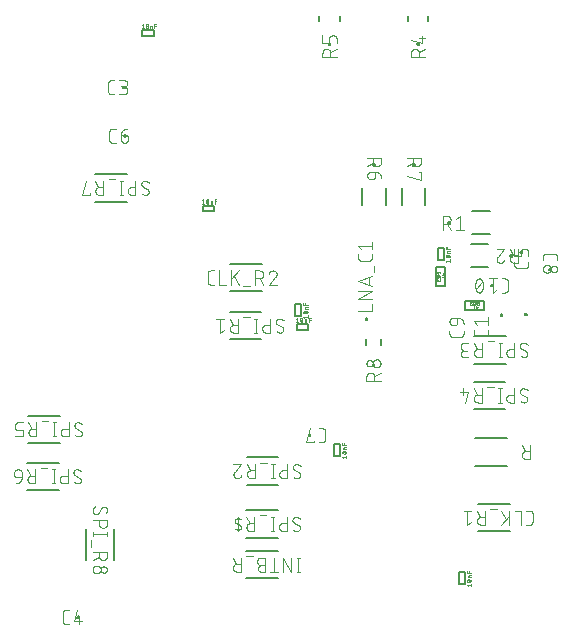
<source format=gbr>
G04 EAGLE Gerber RS-274X export*
G75*
%MOMM*%
%FSLAX34Y34*%
%LPD*%
%INSilkscreen Top*%
%IPPOS*%
%AMOC8*
5,1,8,0,0,1.08239X$1,22.5*%
G01*
%ADD10C,0.152400*%
%ADD11C,0.076200*%
%ADD12C,0.127000*%
%ADD13C,0.050800*%
%ADD14C,0.025400*%


D10*
X269683Y497065D02*
X269685Y497011D01*
X269691Y496957D01*
X269700Y496903D01*
X269714Y496850D01*
X269731Y496799D01*
X269752Y496748D01*
X269776Y496700D01*
X269804Y496653D01*
X269835Y496608D01*
X269869Y496566D01*
X269906Y496526D01*
X269946Y496489D01*
X269988Y496455D01*
X270033Y496424D01*
X270080Y496396D01*
X270128Y496372D01*
X270179Y496351D01*
X270230Y496334D01*
X270283Y496320D01*
X270337Y496311D01*
X270391Y496305D01*
X270445Y496303D01*
X270499Y496305D01*
X270553Y496311D01*
X270607Y496320D01*
X270660Y496334D01*
X270711Y496351D01*
X270762Y496372D01*
X270810Y496396D01*
X270857Y496424D01*
X270902Y496455D01*
X270944Y496489D01*
X270984Y496526D01*
X271021Y496566D01*
X271055Y496608D01*
X271086Y496653D01*
X271114Y496700D01*
X271138Y496748D01*
X271159Y496799D01*
X271176Y496850D01*
X271190Y496903D01*
X271199Y496957D01*
X271205Y497011D01*
X271207Y497065D01*
X271205Y497119D01*
X271199Y497173D01*
X271190Y497227D01*
X271176Y497280D01*
X271159Y497331D01*
X271138Y497382D01*
X271114Y497430D01*
X271086Y497477D01*
X271055Y497522D01*
X271021Y497564D01*
X270984Y497604D01*
X270944Y497641D01*
X270902Y497675D01*
X270857Y497706D01*
X270810Y497734D01*
X270762Y497758D01*
X270711Y497779D01*
X270660Y497796D01*
X270607Y497810D01*
X270553Y497819D01*
X270499Y497825D01*
X270445Y497827D01*
X270391Y497825D01*
X270337Y497819D01*
X270283Y497810D01*
X270230Y497796D01*
X270179Y497779D01*
X270128Y497758D01*
X270080Y497734D01*
X270033Y497706D01*
X269988Y497675D01*
X269946Y497641D01*
X269906Y497604D01*
X269869Y497564D01*
X269835Y497522D01*
X269804Y497477D01*
X269776Y497430D01*
X269752Y497382D01*
X269731Y497331D01*
X269714Y497280D01*
X269700Y497227D01*
X269691Y497173D01*
X269685Y497119D01*
X269683Y497065D01*
D11*
X262416Y491096D02*
X259763Y491096D01*
X259661Y491098D01*
X259560Y491104D01*
X259459Y491114D01*
X259358Y491127D01*
X259258Y491145D01*
X259159Y491166D01*
X259060Y491191D01*
X258963Y491220D01*
X258866Y491252D01*
X258771Y491288D01*
X258678Y491328D01*
X258586Y491371D01*
X258496Y491418D01*
X258407Y491469D01*
X258321Y491522D01*
X258237Y491579D01*
X258155Y491639D01*
X258075Y491702D01*
X257998Y491768D01*
X257923Y491837D01*
X257851Y491909D01*
X257782Y491984D01*
X257716Y492061D01*
X257653Y492141D01*
X257593Y492223D01*
X257536Y492307D01*
X257483Y492393D01*
X257432Y492482D01*
X257385Y492572D01*
X257342Y492664D01*
X257302Y492757D01*
X257266Y492852D01*
X257234Y492949D01*
X257205Y493046D01*
X257180Y493145D01*
X257159Y493244D01*
X257141Y493344D01*
X257128Y493445D01*
X257118Y493546D01*
X257112Y493647D01*
X257110Y493749D01*
X257110Y500381D01*
X257112Y500483D01*
X257118Y500584D01*
X257128Y500685D01*
X257141Y500786D01*
X257159Y500886D01*
X257180Y500985D01*
X257205Y501084D01*
X257234Y501181D01*
X257266Y501278D01*
X257302Y501373D01*
X257342Y501466D01*
X257385Y501558D01*
X257432Y501648D01*
X257483Y501737D01*
X257536Y501823D01*
X257593Y501907D01*
X257653Y501989D01*
X257716Y502069D01*
X257782Y502146D01*
X257851Y502221D01*
X257923Y502293D01*
X257998Y502362D01*
X258075Y502428D01*
X258155Y502491D01*
X258237Y502551D01*
X258321Y502608D01*
X258407Y502661D01*
X258496Y502712D01*
X258586Y502759D01*
X258678Y502802D01*
X258771Y502842D01*
X258866Y502878D01*
X258963Y502910D01*
X259060Y502939D01*
X259158Y502964D01*
X259258Y502985D01*
X259358Y503003D01*
X259459Y503016D01*
X259560Y503026D01*
X259661Y503032D01*
X259763Y503034D01*
X262416Y503034D01*
X266664Y491096D02*
X269980Y491096D01*
X270094Y491098D01*
X270209Y491104D01*
X270323Y491114D01*
X270436Y491128D01*
X270550Y491145D01*
X270662Y491167D01*
X270774Y491192D01*
X270884Y491222D01*
X270994Y491255D01*
X271102Y491292D01*
X271209Y491332D01*
X271315Y491377D01*
X271419Y491424D01*
X271521Y491476D01*
X271621Y491531D01*
X271720Y491589D01*
X271816Y491651D01*
X271911Y491716D01*
X272002Y491784D01*
X272092Y491856D01*
X272179Y491930D01*
X272263Y492007D01*
X272345Y492088D01*
X272424Y492171D01*
X272500Y492256D01*
X272573Y492345D01*
X272642Y492435D01*
X272709Y492528D01*
X272772Y492624D01*
X272832Y492721D01*
X272889Y492821D01*
X272942Y492922D01*
X272992Y493025D01*
X273038Y493130D01*
X273081Y493236D01*
X273119Y493344D01*
X273154Y493453D01*
X273185Y493563D01*
X273213Y493674D01*
X273236Y493786D01*
X273256Y493899D01*
X273272Y494012D01*
X273284Y494126D01*
X273292Y494240D01*
X273296Y494355D01*
X273296Y494469D01*
X273292Y494584D01*
X273284Y494698D01*
X273272Y494812D01*
X273256Y494925D01*
X273236Y495038D01*
X273213Y495150D01*
X273185Y495261D01*
X273154Y495371D01*
X273119Y495480D01*
X273081Y495588D01*
X273038Y495694D01*
X272992Y495799D01*
X272942Y495902D01*
X272889Y496003D01*
X272832Y496103D01*
X272772Y496200D01*
X272709Y496296D01*
X272642Y496389D01*
X272573Y496479D01*
X272500Y496568D01*
X272424Y496653D01*
X272345Y496736D01*
X272263Y496817D01*
X272179Y496894D01*
X272092Y496968D01*
X272002Y497040D01*
X271911Y497108D01*
X271816Y497173D01*
X271720Y497235D01*
X271621Y497293D01*
X271521Y497348D01*
X271419Y497400D01*
X271315Y497447D01*
X271209Y497492D01*
X271102Y497532D01*
X270994Y497569D01*
X270884Y497602D01*
X270774Y497632D01*
X270662Y497657D01*
X270550Y497679D01*
X270436Y497696D01*
X270323Y497710D01*
X270209Y497720D01*
X270094Y497726D01*
X269980Y497728D01*
X270643Y503034D02*
X266664Y503034D01*
X270643Y503034D02*
X270745Y503032D01*
X270846Y503026D01*
X270947Y503016D01*
X271048Y503003D01*
X271148Y502985D01*
X271247Y502964D01*
X271346Y502939D01*
X271443Y502910D01*
X271540Y502878D01*
X271635Y502842D01*
X271728Y502802D01*
X271820Y502759D01*
X271910Y502712D01*
X271999Y502661D01*
X272085Y502608D01*
X272169Y502551D01*
X272251Y502491D01*
X272331Y502428D01*
X272408Y502362D01*
X272483Y502293D01*
X272555Y502221D01*
X272624Y502146D01*
X272690Y502069D01*
X272753Y501989D01*
X272813Y501907D01*
X272870Y501823D01*
X272923Y501737D01*
X272974Y501648D01*
X273021Y501558D01*
X273064Y501466D01*
X273104Y501373D01*
X273140Y501278D01*
X273172Y501181D01*
X273201Y501084D01*
X273226Y500985D01*
X273247Y500886D01*
X273265Y500786D01*
X273278Y500685D01*
X273288Y500584D01*
X273294Y500483D01*
X273296Y500381D01*
X273294Y500279D01*
X273288Y500178D01*
X273278Y500077D01*
X273265Y499976D01*
X273247Y499876D01*
X273226Y499777D01*
X273201Y499678D01*
X273172Y499581D01*
X273140Y499484D01*
X273104Y499389D01*
X273064Y499296D01*
X273021Y499204D01*
X272974Y499114D01*
X272923Y499025D01*
X272870Y498939D01*
X272813Y498855D01*
X272753Y498773D01*
X272690Y498693D01*
X272624Y498616D01*
X272555Y498541D01*
X272483Y498469D01*
X272408Y498400D01*
X272331Y498334D01*
X272251Y498271D01*
X272169Y498211D01*
X272085Y498154D01*
X271999Y498101D01*
X271910Y498050D01*
X271820Y498003D01*
X271728Y497960D01*
X271635Y497920D01*
X271540Y497884D01*
X271443Y497852D01*
X271346Y497823D01*
X271247Y497798D01*
X271148Y497777D01*
X271048Y497759D01*
X270947Y497746D01*
X270846Y497736D01*
X270745Y497730D01*
X270643Y497728D01*
X267990Y497728D01*
D10*
X232553Y48352D02*
X232551Y48298D01*
X232545Y48244D01*
X232536Y48190D01*
X232522Y48137D01*
X232505Y48086D01*
X232484Y48035D01*
X232460Y47987D01*
X232432Y47940D01*
X232401Y47895D01*
X232367Y47853D01*
X232330Y47813D01*
X232290Y47776D01*
X232248Y47742D01*
X232203Y47711D01*
X232156Y47683D01*
X232108Y47659D01*
X232057Y47638D01*
X232006Y47621D01*
X231953Y47607D01*
X231899Y47598D01*
X231845Y47592D01*
X231791Y47590D01*
X231737Y47592D01*
X231683Y47598D01*
X231629Y47607D01*
X231576Y47621D01*
X231525Y47638D01*
X231474Y47659D01*
X231426Y47683D01*
X231379Y47711D01*
X231334Y47742D01*
X231292Y47776D01*
X231252Y47813D01*
X231215Y47853D01*
X231181Y47895D01*
X231150Y47940D01*
X231122Y47987D01*
X231098Y48035D01*
X231077Y48086D01*
X231060Y48137D01*
X231046Y48190D01*
X231037Y48244D01*
X231031Y48298D01*
X231029Y48352D01*
X231031Y48406D01*
X231037Y48460D01*
X231046Y48514D01*
X231060Y48567D01*
X231077Y48618D01*
X231098Y48669D01*
X231122Y48717D01*
X231150Y48764D01*
X231181Y48809D01*
X231215Y48851D01*
X231252Y48891D01*
X231292Y48928D01*
X231334Y48962D01*
X231379Y48993D01*
X231426Y49021D01*
X231474Y49045D01*
X231525Y49066D01*
X231576Y49083D01*
X231629Y49097D01*
X231683Y49106D01*
X231737Y49112D01*
X231791Y49114D01*
X231845Y49112D01*
X231899Y49106D01*
X231953Y49097D01*
X232006Y49083D01*
X232057Y49066D01*
X232108Y49045D01*
X232156Y49021D01*
X232203Y48993D01*
X232248Y48962D01*
X232290Y48928D01*
X232330Y48891D01*
X232367Y48851D01*
X232401Y48809D01*
X232432Y48764D01*
X232460Y48717D01*
X232484Y48669D01*
X232505Y48618D01*
X232522Y48567D01*
X232536Y48514D01*
X232545Y48460D01*
X232551Y48406D01*
X232553Y48352D01*
D11*
X223762Y42383D02*
X221109Y42383D01*
X221007Y42385D01*
X220906Y42391D01*
X220805Y42401D01*
X220704Y42414D01*
X220604Y42432D01*
X220505Y42453D01*
X220406Y42478D01*
X220309Y42507D01*
X220212Y42539D01*
X220117Y42575D01*
X220024Y42615D01*
X219932Y42658D01*
X219842Y42705D01*
X219753Y42756D01*
X219667Y42809D01*
X219583Y42866D01*
X219501Y42926D01*
X219421Y42989D01*
X219344Y43055D01*
X219269Y43124D01*
X219197Y43196D01*
X219128Y43271D01*
X219062Y43348D01*
X218999Y43428D01*
X218939Y43510D01*
X218882Y43594D01*
X218829Y43680D01*
X218778Y43769D01*
X218731Y43859D01*
X218688Y43951D01*
X218648Y44044D01*
X218612Y44139D01*
X218580Y44236D01*
X218551Y44333D01*
X218526Y44432D01*
X218505Y44531D01*
X218487Y44631D01*
X218474Y44732D01*
X218464Y44833D01*
X218458Y44934D01*
X218456Y45036D01*
X218456Y51668D01*
X218458Y51770D01*
X218464Y51871D01*
X218474Y51972D01*
X218487Y52073D01*
X218505Y52173D01*
X218526Y52272D01*
X218551Y52371D01*
X218580Y52468D01*
X218612Y52565D01*
X218648Y52660D01*
X218688Y52753D01*
X218731Y52845D01*
X218778Y52935D01*
X218829Y53024D01*
X218882Y53110D01*
X218939Y53194D01*
X218999Y53276D01*
X219062Y53356D01*
X219128Y53433D01*
X219197Y53508D01*
X219269Y53580D01*
X219344Y53649D01*
X219421Y53715D01*
X219501Y53778D01*
X219583Y53838D01*
X219667Y53895D01*
X219753Y53948D01*
X219842Y53999D01*
X219932Y54046D01*
X220024Y54089D01*
X220117Y54129D01*
X220212Y54165D01*
X220309Y54197D01*
X220406Y54226D01*
X220504Y54251D01*
X220604Y54272D01*
X220704Y54290D01*
X220805Y54303D01*
X220906Y54313D01*
X221007Y54319D01*
X221109Y54321D01*
X223762Y54321D01*
X230663Y54321D02*
X228010Y45036D01*
X234642Y45036D01*
X232653Y47689D02*
X232653Y42383D01*
D10*
X606891Y356812D02*
X606945Y356814D01*
X606999Y356820D01*
X607053Y356829D01*
X607106Y356843D01*
X607157Y356860D01*
X607208Y356881D01*
X607256Y356905D01*
X607303Y356933D01*
X607348Y356964D01*
X607390Y356998D01*
X607430Y357035D01*
X607467Y357075D01*
X607501Y357117D01*
X607532Y357162D01*
X607560Y357209D01*
X607584Y357257D01*
X607605Y357308D01*
X607622Y357359D01*
X607636Y357412D01*
X607645Y357466D01*
X607651Y357520D01*
X607653Y357574D01*
X607651Y357628D01*
X607645Y357682D01*
X607636Y357736D01*
X607622Y357789D01*
X607605Y357840D01*
X607584Y357891D01*
X607560Y357939D01*
X607532Y357986D01*
X607501Y358031D01*
X607467Y358073D01*
X607430Y358113D01*
X607390Y358150D01*
X607348Y358184D01*
X607303Y358215D01*
X607256Y358243D01*
X607208Y358267D01*
X607157Y358288D01*
X607106Y358305D01*
X607053Y358319D01*
X606999Y358328D01*
X606945Y358334D01*
X606891Y358336D01*
X606837Y358334D01*
X606783Y358328D01*
X606729Y358319D01*
X606676Y358305D01*
X606625Y358288D01*
X606574Y358267D01*
X606526Y358243D01*
X606479Y358215D01*
X606434Y358184D01*
X606392Y358150D01*
X606352Y358113D01*
X606315Y358073D01*
X606281Y358031D01*
X606250Y357986D01*
X606222Y357939D01*
X606198Y357891D01*
X606177Y357840D01*
X606160Y357789D01*
X606146Y357736D01*
X606137Y357682D01*
X606131Y357628D01*
X606129Y357574D01*
X606131Y357520D01*
X606137Y357466D01*
X606146Y357412D01*
X606160Y357359D01*
X606177Y357308D01*
X606198Y357257D01*
X606222Y357209D01*
X606250Y357162D01*
X606281Y357117D01*
X606315Y357075D01*
X606352Y357035D01*
X606392Y356998D01*
X606434Y356964D01*
X606479Y356933D01*
X606526Y356905D01*
X606574Y356881D01*
X606625Y356860D01*
X606676Y356843D01*
X606729Y356829D01*
X606783Y356820D01*
X606837Y356814D01*
X606891Y356812D01*
D11*
X612860Y349545D02*
X612860Y346892D01*
X612858Y346790D01*
X612852Y346689D01*
X612842Y346588D01*
X612829Y346487D01*
X612811Y346387D01*
X612790Y346288D01*
X612765Y346189D01*
X612736Y346092D01*
X612704Y345995D01*
X612668Y345900D01*
X612628Y345807D01*
X612585Y345715D01*
X612538Y345625D01*
X612487Y345536D01*
X612434Y345450D01*
X612377Y345366D01*
X612317Y345284D01*
X612254Y345204D01*
X612188Y345127D01*
X612119Y345052D01*
X612047Y344980D01*
X611972Y344911D01*
X611895Y344845D01*
X611815Y344782D01*
X611733Y344722D01*
X611649Y344665D01*
X611563Y344612D01*
X611474Y344561D01*
X611384Y344514D01*
X611292Y344471D01*
X611199Y344431D01*
X611104Y344395D01*
X611007Y344363D01*
X610910Y344334D01*
X610811Y344309D01*
X610712Y344288D01*
X610612Y344270D01*
X610511Y344257D01*
X610410Y344247D01*
X610309Y344241D01*
X610207Y344239D01*
X603575Y344239D01*
X603473Y344241D01*
X603372Y344247D01*
X603271Y344257D01*
X603170Y344270D01*
X603070Y344288D01*
X602971Y344309D01*
X602872Y344334D01*
X602775Y344363D01*
X602678Y344395D01*
X602583Y344431D01*
X602490Y344471D01*
X602398Y344514D01*
X602308Y344561D01*
X602219Y344612D01*
X602133Y344665D01*
X602049Y344722D01*
X601967Y344782D01*
X601887Y344845D01*
X601810Y344911D01*
X601735Y344980D01*
X601663Y345052D01*
X601594Y345127D01*
X601528Y345204D01*
X601465Y345284D01*
X601405Y345366D01*
X601348Y345450D01*
X601295Y345536D01*
X601244Y345625D01*
X601197Y345715D01*
X601154Y345807D01*
X601114Y345900D01*
X601078Y345995D01*
X601046Y346091D01*
X601017Y346189D01*
X600992Y346287D01*
X600971Y346387D01*
X600953Y346487D01*
X600940Y346588D01*
X600930Y346689D01*
X600924Y346790D01*
X600922Y346892D01*
X600922Y349545D01*
X612860Y353793D02*
X612860Y357772D01*
X612858Y357874D01*
X612852Y357975D01*
X612842Y358076D01*
X612829Y358177D01*
X612811Y358277D01*
X612790Y358376D01*
X612765Y358475D01*
X612736Y358572D01*
X612704Y358669D01*
X612668Y358764D01*
X612628Y358857D01*
X612585Y358949D01*
X612538Y359039D01*
X612487Y359128D01*
X612434Y359214D01*
X612377Y359298D01*
X612317Y359380D01*
X612254Y359460D01*
X612188Y359537D01*
X612119Y359612D01*
X612047Y359684D01*
X611972Y359753D01*
X611895Y359819D01*
X611815Y359882D01*
X611733Y359942D01*
X611649Y359999D01*
X611563Y360052D01*
X611474Y360103D01*
X611384Y360150D01*
X611292Y360193D01*
X611199Y360233D01*
X611104Y360269D01*
X611007Y360301D01*
X610910Y360330D01*
X610811Y360355D01*
X610712Y360376D01*
X610612Y360394D01*
X610511Y360407D01*
X610410Y360417D01*
X610309Y360423D01*
X610207Y360425D01*
X608881Y360425D01*
X608779Y360423D01*
X608678Y360417D01*
X608577Y360407D01*
X608476Y360394D01*
X608376Y360376D01*
X608277Y360355D01*
X608178Y360330D01*
X608081Y360301D01*
X607984Y360269D01*
X607889Y360233D01*
X607796Y360193D01*
X607704Y360150D01*
X607614Y360103D01*
X607525Y360052D01*
X607439Y359999D01*
X607355Y359942D01*
X607273Y359882D01*
X607193Y359819D01*
X607116Y359753D01*
X607041Y359684D01*
X606969Y359612D01*
X606900Y359537D01*
X606834Y359460D01*
X606771Y359380D01*
X606711Y359298D01*
X606654Y359214D01*
X606601Y359128D01*
X606550Y359039D01*
X606503Y358949D01*
X606460Y358857D01*
X606420Y358764D01*
X606384Y358669D01*
X606352Y358572D01*
X606323Y358475D01*
X606298Y358377D01*
X606277Y358277D01*
X606259Y358177D01*
X606246Y358076D01*
X606236Y357975D01*
X606230Y357874D01*
X606228Y357772D01*
X606228Y353793D01*
X600922Y353793D01*
X600922Y360425D01*
D10*
X272096Y456047D02*
X272094Y455993D01*
X272088Y455939D01*
X272079Y455885D01*
X272065Y455832D01*
X272048Y455781D01*
X272027Y455730D01*
X272003Y455682D01*
X271975Y455635D01*
X271944Y455590D01*
X271910Y455548D01*
X271873Y455508D01*
X271833Y455471D01*
X271791Y455437D01*
X271746Y455406D01*
X271699Y455378D01*
X271651Y455354D01*
X271600Y455333D01*
X271549Y455316D01*
X271496Y455302D01*
X271442Y455293D01*
X271388Y455287D01*
X271334Y455285D01*
X271280Y455287D01*
X271226Y455293D01*
X271172Y455302D01*
X271119Y455316D01*
X271068Y455333D01*
X271017Y455354D01*
X270969Y455378D01*
X270922Y455406D01*
X270877Y455437D01*
X270835Y455471D01*
X270795Y455508D01*
X270758Y455548D01*
X270724Y455590D01*
X270693Y455635D01*
X270665Y455682D01*
X270641Y455730D01*
X270620Y455781D01*
X270603Y455832D01*
X270589Y455885D01*
X270580Y455939D01*
X270574Y455993D01*
X270572Y456047D01*
X270574Y456101D01*
X270580Y456155D01*
X270589Y456209D01*
X270603Y456262D01*
X270620Y456313D01*
X270641Y456364D01*
X270665Y456412D01*
X270693Y456459D01*
X270724Y456504D01*
X270758Y456546D01*
X270795Y456586D01*
X270835Y456623D01*
X270877Y456657D01*
X270922Y456688D01*
X270969Y456716D01*
X271017Y456740D01*
X271068Y456761D01*
X271119Y456778D01*
X271172Y456792D01*
X271226Y456801D01*
X271280Y456807D01*
X271334Y456809D01*
X271388Y456807D01*
X271442Y456801D01*
X271496Y456792D01*
X271549Y456778D01*
X271600Y456761D01*
X271651Y456740D01*
X271699Y456716D01*
X271746Y456688D01*
X271791Y456657D01*
X271833Y456623D01*
X271873Y456586D01*
X271910Y456546D01*
X271944Y456504D01*
X271975Y456459D01*
X272003Y456412D01*
X272027Y456364D01*
X272048Y456313D01*
X272065Y456262D01*
X272079Y456209D01*
X272088Y456155D01*
X272094Y456101D01*
X272096Y456047D01*
D11*
X263305Y450078D02*
X260652Y450078D01*
X260550Y450080D01*
X260449Y450086D01*
X260348Y450096D01*
X260247Y450109D01*
X260147Y450127D01*
X260048Y450148D01*
X259949Y450173D01*
X259852Y450202D01*
X259755Y450234D01*
X259660Y450270D01*
X259567Y450310D01*
X259475Y450353D01*
X259385Y450400D01*
X259296Y450451D01*
X259210Y450504D01*
X259126Y450561D01*
X259044Y450621D01*
X258964Y450684D01*
X258887Y450750D01*
X258812Y450819D01*
X258740Y450891D01*
X258671Y450966D01*
X258605Y451043D01*
X258542Y451123D01*
X258482Y451205D01*
X258425Y451289D01*
X258372Y451375D01*
X258321Y451464D01*
X258274Y451554D01*
X258231Y451646D01*
X258191Y451739D01*
X258155Y451834D01*
X258123Y451931D01*
X258094Y452028D01*
X258069Y452127D01*
X258048Y452226D01*
X258030Y452326D01*
X258017Y452427D01*
X258007Y452528D01*
X258001Y452629D01*
X257999Y452731D01*
X257999Y459363D01*
X258001Y459465D01*
X258007Y459566D01*
X258017Y459667D01*
X258030Y459768D01*
X258048Y459868D01*
X258069Y459967D01*
X258094Y460066D01*
X258123Y460163D01*
X258155Y460260D01*
X258191Y460355D01*
X258231Y460448D01*
X258274Y460540D01*
X258321Y460630D01*
X258372Y460719D01*
X258425Y460805D01*
X258482Y460889D01*
X258542Y460971D01*
X258605Y461051D01*
X258671Y461128D01*
X258740Y461203D01*
X258812Y461275D01*
X258887Y461344D01*
X258964Y461410D01*
X259044Y461473D01*
X259126Y461533D01*
X259210Y461590D01*
X259296Y461643D01*
X259385Y461694D01*
X259475Y461741D01*
X259567Y461784D01*
X259660Y461824D01*
X259755Y461860D01*
X259852Y461892D01*
X259949Y461921D01*
X260047Y461946D01*
X260147Y461967D01*
X260247Y461985D01*
X260348Y461998D01*
X260449Y462008D01*
X260550Y462014D01*
X260652Y462016D01*
X263305Y462016D01*
X267553Y456710D02*
X271532Y456710D01*
X271634Y456708D01*
X271735Y456702D01*
X271836Y456692D01*
X271937Y456679D01*
X272037Y456661D01*
X272136Y456640D01*
X272235Y456615D01*
X272332Y456586D01*
X272429Y456554D01*
X272524Y456518D01*
X272617Y456478D01*
X272709Y456435D01*
X272799Y456388D01*
X272888Y456337D01*
X272974Y456284D01*
X273058Y456227D01*
X273140Y456167D01*
X273220Y456104D01*
X273297Y456038D01*
X273372Y455969D01*
X273444Y455897D01*
X273513Y455822D01*
X273579Y455745D01*
X273642Y455665D01*
X273702Y455583D01*
X273759Y455499D01*
X273812Y455413D01*
X273863Y455324D01*
X273910Y455234D01*
X273953Y455142D01*
X273993Y455049D01*
X274029Y454954D01*
X274061Y454857D01*
X274090Y454760D01*
X274115Y454661D01*
X274136Y454562D01*
X274154Y454462D01*
X274167Y454361D01*
X274177Y454260D01*
X274183Y454159D01*
X274185Y454057D01*
X274185Y453394D01*
X274183Y453280D01*
X274177Y453165D01*
X274167Y453051D01*
X274153Y452938D01*
X274136Y452824D01*
X274114Y452712D01*
X274089Y452600D01*
X274059Y452490D01*
X274026Y452380D01*
X273989Y452272D01*
X273949Y452165D01*
X273904Y452059D01*
X273857Y451955D01*
X273805Y451853D01*
X273750Y451753D01*
X273692Y451654D01*
X273630Y451558D01*
X273565Y451463D01*
X273497Y451372D01*
X273425Y451282D01*
X273351Y451195D01*
X273274Y451111D01*
X273193Y451029D01*
X273110Y450950D01*
X273025Y450874D01*
X272936Y450801D01*
X272846Y450732D01*
X272753Y450665D01*
X272657Y450602D01*
X272560Y450542D01*
X272460Y450485D01*
X272359Y450432D01*
X272256Y450382D01*
X272151Y450336D01*
X272045Y450293D01*
X271937Y450255D01*
X271828Y450220D01*
X271718Y450189D01*
X271607Y450161D01*
X271495Y450138D01*
X271382Y450118D01*
X271269Y450102D01*
X271155Y450090D01*
X271041Y450082D01*
X270926Y450078D01*
X270812Y450078D01*
X270697Y450082D01*
X270583Y450090D01*
X270469Y450102D01*
X270356Y450118D01*
X270243Y450138D01*
X270131Y450161D01*
X270020Y450189D01*
X269910Y450220D01*
X269801Y450255D01*
X269693Y450293D01*
X269587Y450336D01*
X269482Y450382D01*
X269379Y450432D01*
X269278Y450485D01*
X269178Y450542D01*
X269081Y450602D01*
X268985Y450665D01*
X268892Y450732D01*
X268802Y450801D01*
X268713Y450874D01*
X268628Y450950D01*
X268545Y451029D01*
X268464Y451111D01*
X268387Y451195D01*
X268313Y451282D01*
X268241Y451372D01*
X268173Y451463D01*
X268108Y451558D01*
X268046Y451654D01*
X267988Y451753D01*
X267933Y451853D01*
X267881Y451955D01*
X267834Y452059D01*
X267789Y452165D01*
X267749Y452272D01*
X267712Y452380D01*
X267679Y452490D01*
X267649Y452600D01*
X267624Y452712D01*
X267602Y452824D01*
X267585Y452938D01*
X267571Y453051D01*
X267561Y453165D01*
X267555Y453280D01*
X267553Y453394D01*
X267553Y456710D01*
X267555Y456854D01*
X267561Y456997D01*
X267571Y457141D01*
X267584Y457284D01*
X267602Y457426D01*
X267623Y457568D01*
X267648Y457710D01*
X267677Y457851D01*
X267710Y457991D01*
X267746Y458130D01*
X267787Y458267D01*
X267831Y458404D01*
X267878Y458540D01*
X267930Y458674D01*
X267985Y458807D01*
X268043Y458938D01*
X268105Y459068D01*
X268171Y459195D01*
X268240Y459321D01*
X268313Y459446D01*
X268388Y459568D01*
X268467Y459688D01*
X268550Y459805D01*
X268635Y459921D01*
X268723Y460034D01*
X268815Y460145D01*
X268909Y460253D01*
X269007Y460359D01*
X269107Y460462D01*
X269210Y460562D01*
X269316Y460660D01*
X269424Y460754D01*
X269535Y460846D01*
X269648Y460934D01*
X269763Y461019D01*
X269881Y461102D01*
X270001Y461181D01*
X270123Y461256D01*
X270248Y461329D01*
X270374Y461398D01*
X270501Y461463D01*
X270631Y461526D01*
X270762Y461584D01*
X270895Y461639D01*
X271029Y461691D01*
X271165Y461738D01*
X271302Y461782D01*
X271439Y461823D01*
X271578Y461859D01*
X271718Y461892D01*
X271859Y461921D01*
X272001Y461946D01*
X272143Y461967D01*
X272285Y461985D01*
X272428Y461998D01*
X272572Y462008D01*
X272715Y462014D01*
X272859Y462016D01*
D12*
X286110Y540260D02*
X296110Y540260D01*
X286110Y540260D02*
X286110Y545260D01*
X296110Y545260D01*
X296110Y540260D01*
D13*
X286403Y550506D02*
X285415Y549716D01*
X286403Y550506D02*
X286403Y546950D01*
X285415Y546950D02*
X287391Y546950D01*
X289074Y548728D02*
X289076Y548830D01*
X289081Y548932D01*
X289090Y549034D01*
X289102Y549136D01*
X289118Y549237D01*
X289138Y549337D01*
X289161Y549437D01*
X289187Y549535D01*
X289217Y549633D01*
X289251Y549730D01*
X289287Y549825D01*
X289327Y549919D01*
X289370Y550012D01*
X289389Y550062D01*
X289411Y550110D01*
X289438Y550157D01*
X289467Y550201D01*
X289500Y550243D01*
X289535Y550283D01*
X289574Y550320D01*
X289615Y550354D01*
X289658Y550385D01*
X289704Y550413D01*
X289751Y550437D01*
X289800Y550458D01*
X289851Y550475D01*
X289902Y550489D01*
X289955Y550498D01*
X290008Y550504D01*
X290061Y550506D01*
X290114Y550504D01*
X290167Y550498D01*
X290220Y550489D01*
X290271Y550475D01*
X290322Y550458D01*
X290371Y550437D01*
X290418Y550413D01*
X290464Y550385D01*
X290507Y550354D01*
X290548Y550320D01*
X290587Y550283D01*
X290622Y550243D01*
X290655Y550201D01*
X290685Y550157D01*
X290711Y550110D01*
X290733Y550062D01*
X290752Y550012D01*
X290795Y549919D01*
X290835Y549825D01*
X290871Y549730D01*
X290905Y549633D01*
X290935Y549535D01*
X290961Y549437D01*
X290984Y549337D01*
X291004Y549237D01*
X291020Y549136D01*
X291032Y549034D01*
X291041Y548932D01*
X291046Y548830D01*
X291048Y548728D01*
X289073Y548728D02*
X289075Y548626D01*
X289080Y548524D01*
X289089Y548422D01*
X289101Y548320D01*
X289117Y548219D01*
X289137Y548119D01*
X289160Y548019D01*
X289186Y547920D01*
X289216Y547823D01*
X289250Y547726D01*
X289286Y547631D01*
X289326Y547536D01*
X289369Y547444D01*
X289370Y547444D02*
X289389Y547394D01*
X289411Y547346D01*
X289438Y547299D01*
X289467Y547255D01*
X289500Y547213D01*
X289535Y547173D01*
X289574Y547136D01*
X289615Y547102D01*
X289658Y547071D01*
X289704Y547043D01*
X289751Y547019D01*
X289800Y546998D01*
X289851Y546981D01*
X289902Y546967D01*
X289955Y546958D01*
X290008Y546952D01*
X290061Y546950D01*
X290753Y547444D02*
X290796Y547536D01*
X290836Y547631D01*
X290872Y547726D01*
X290906Y547823D01*
X290936Y547920D01*
X290962Y548019D01*
X290985Y548119D01*
X291005Y548219D01*
X291021Y548320D01*
X291033Y548422D01*
X291042Y548524D01*
X291047Y548626D01*
X291049Y548728D01*
X290752Y547444D02*
X290733Y547394D01*
X290711Y547346D01*
X290684Y547299D01*
X290655Y547255D01*
X290622Y547213D01*
X290587Y547173D01*
X290548Y547136D01*
X290507Y547102D01*
X290464Y547071D01*
X290418Y547043D01*
X290371Y547019D01*
X290322Y546998D01*
X290271Y546981D01*
X290220Y546967D01*
X290167Y546958D01*
X290114Y546952D01*
X290061Y546950D01*
X289271Y547740D02*
X290851Y549716D01*
X292806Y549321D02*
X292806Y546950D01*
X292806Y549321D02*
X293794Y549321D01*
X293841Y549319D01*
X293887Y549314D01*
X293932Y549305D01*
X293977Y549292D01*
X294021Y549276D01*
X294063Y549256D01*
X294104Y549234D01*
X294143Y549208D01*
X294179Y549179D01*
X294213Y549147D01*
X294245Y549113D01*
X294274Y549077D01*
X294300Y549038D01*
X294322Y548997D01*
X294342Y548955D01*
X294358Y548911D01*
X294371Y548866D01*
X294380Y548821D01*
X294385Y548775D01*
X294387Y548728D01*
X294387Y546950D01*
X296276Y546950D02*
X296276Y550506D01*
X297856Y550506D01*
X297856Y548926D02*
X296276Y548926D01*
D12*
X415613Y313641D02*
X415613Y303641D01*
X415613Y313641D02*
X420613Y313641D01*
X420613Y303641D01*
X415613Y303641D01*
D13*
X422303Y302883D02*
X423093Y301895D01*
X422303Y302883D02*
X425859Y302883D01*
X425859Y301895D02*
X425859Y303871D01*
X424081Y305552D02*
X423979Y305554D01*
X423877Y305559D01*
X423775Y305568D01*
X423673Y305580D01*
X423572Y305596D01*
X423472Y305616D01*
X423372Y305639D01*
X423273Y305665D01*
X423176Y305695D01*
X423079Y305729D01*
X422984Y305765D01*
X422889Y305805D01*
X422797Y305848D01*
X422797Y305849D02*
X422747Y305868D01*
X422699Y305890D01*
X422652Y305916D01*
X422608Y305946D01*
X422566Y305979D01*
X422526Y306014D01*
X422489Y306053D01*
X422455Y306094D01*
X422424Y306137D01*
X422396Y306183D01*
X422372Y306230D01*
X422351Y306279D01*
X422334Y306330D01*
X422320Y306381D01*
X422311Y306434D01*
X422305Y306487D01*
X422303Y306540D01*
X422305Y306593D01*
X422311Y306646D01*
X422320Y306699D01*
X422334Y306750D01*
X422351Y306801D01*
X422372Y306850D01*
X422396Y306897D01*
X422424Y306943D01*
X422455Y306986D01*
X422489Y307027D01*
X422526Y307066D01*
X422566Y307101D01*
X422608Y307134D01*
X422652Y307164D01*
X422699Y307190D01*
X422747Y307212D01*
X422797Y307231D01*
X422797Y307233D02*
X422889Y307276D01*
X422984Y307316D01*
X423079Y307352D01*
X423176Y307386D01*
X423273Y307416D01*
X423372Y307442D01*
X423472Y307465D01*
X423572Y307485D01*
X423673Y307501D01*
X423775Y307513D01*
X423877Y307522D01*
X423979Y307527D01*
X424081Y307529D01*
X424081Y305552D02*
X424183Y305554D01*
X424285Y305559D01*
X424387Y305568D01*
X424489Y305580D01*
X424590Y305596D01*
X424690Y305616D01*
X424790Y305639D01*
X424889Y305665D01*
X424986Y305695D01*
X425083Y305729D01*
X425178Y305765D01*
X425273Y305805D01*
X425365Y305848D01*
X425365Y305849D02*
X425415Y305868D01*
X425463Y305890D01*
X425510Y305917D01*
X425554Y305946D01*
X425596Y305979D01*
X425636Y306014D01*
X425673Y306053D01*
X425707Y306094D01*
X425738Y306137D01*
X425766Y306183D01*
X425790Y306230D01*
X425811Y306279D01*
X425828Y306330D01*
X425842Y306381D01*
X425851Y306434D01*
X425857Y306487D01*
X425859Y306540D01*
X425365Y307233D02*
X425273Y307276D01*
X425178Y307316D01*
X425083Y307352D01*
X424986Y307386D01*
X424889Y307416D01*
X424790Y307442D01*
X424690Y307465D01*
X424590Y307485D01*
X424489Y307501D01*
X424387Y307513D01*
X424285Y307522D01*
X424183Y307527D01*
X424081Y307529D01*
X425365Y307231D02*
X425415Y307212D01*
X425463Y307190D01*
X425510Y307163D01*
X425554Y307134D01*
X425596Y307101D01*
X425636Y307066D01*
X425673Y307027D01*
X425707Y306986D01*
X425738Y306943D01*
X425766Y306897D01*
X425790Y306850D01*
X425811Y306801D01*
X425828Y306750D01*
X425842Y306699D01*
X425851Y306646D01*
X425857Y306593D01*
X425859Y306540D01*
X425069Y305750D02*
X423093Y307331D01*
X423488Y309286D02*
X425859Y309286D01*
X423488Y309286D02*
X423488Y310274D01*
X423490Y310321D01*
X423495Y310367D01*
X423504Y310412D01*
X423517Y310457D01*
X423533Y310501D01*
X423553Y310543D01*
X423575Y310584D01*
X423601Y310623D01*
X423630Y310659D01*
X423662Y310693D01*
X423696Y310725D01*
X423732Y310754D01*
X423771Y310780D01*
X423812Y310802D01*
X423854Y310822D01*
X423898Y310838D01*
X423943Y310851D01*
X423988Y310860D01*
X424034Y310865D01*
X424081Y310867D01*
X424081Y310866D02*
X425859Y310866D01*
X425859Y312755D02*
X422303Y312755D01*
X422303Y314336D01*
X423883Y314336D02*
X423883Y312755D01*
D12*
X347022Y391940D02*
X337022Y391940D01*
X337022Y396940D01*
X347022Y396940D01*
X347022Y391940D01*
D13*
X337315Y402186D02*
X336327Y401396D01*
X337315Y402186D02*
X337315Y398630D01*
X336327Y398630D02*
X338303Y398630D01*
X339986Y400408D02*
X339988Y400510D01*
X339993Y400612D01*
X340002Y400714D01*
X340014Y400816D01*
X340030Y400917D01*
X340050Y401017D01*
X340073Y401117D01*
X340099Y401215D01*
X340129Y401313D01*
X340163Y401410D01*
X340199Y401505D01*
X340239Y401599D01*
X340282Y401692D01*
X340301Y401742D01*
X340323Y401790D01*
X340350Y401837D01*
X340379Y401881D01*
X340412Y401923D01*
X340447Y401963D01*
X340486Y402000D01*
X340527Y402034D01*
X340570Y402065D01*
X340616Y402093D01*
X340663Y402117D01*
X340712Y402138D01*
X340763Y402155D01*
X340814Y402169D01*
X340867Y402178D01*
X340920Y402184D01*
X340973Y402186D01*
X341026Y402184D01*
X341079Y402178D01*
X341132Y402169D01*
X341183Y402155D01*
X341234Y402138D01*
X341283Y402117D01*
X341330Y402093D01*
X341376Y402065D01*
X341419Y402034D01*
X341460Y402000D01*
X341499Y401963D01*
X341534Y401923D01*
X341567Y401881D01*
X341597Y401837D01*
X341623Y401790D01*
X341645Y401742D01*
X341664Y401692D01*
X341707Y401599D01*
X341747Y401505D01*
X341783Y401410D01*
X341817Y401313D01*
X341847Y401215D01*
X341873Y401117D01*
X341896Y401017D01*
X341916Y400917D01*
X341932Y400816D01*
X341944Y400714D01*
X341953Y400612D01*
X341958Y400510D01*
X341960Y400408D01*
X339985Y400408D02*
X339987Y400306D01*
X339992Y400204D01*
X340001Y400102D01*
X340013Y400000D01*
X340029Y399899D01*
X340049Y399799D01*
X340072Y399699D01*
X340098Y399600D01*
X340128Y399503D01*
X340162Y399406D01*
X340198Y399311D01*
X340238Y399216D01*
X340281Y399124D01*
X340282Y399124D02*
X340301Y399074D01*
X340323Y399026D01*
X340350Y398979D01*
X340379Y398935D01*
X340412Y398893D01*
X340447Y398853D01*
X340486Y398816D01*
X340527Y398782D01*
X340570Y398751D01*
X340616Y398723D01*
X340663Y398699D01*
X340712Y398678D01*
X340763Y398661D01*
X340814Y398647D01*
X340867Y398638D01*
X340920Y398632D01*
X340973Y398630D01*
X341665Y399124D02*
X341708Y399216D01*
X341748Y399311D01*
X341784Y399406D01*
X341818Y399503D01*
X341848Y399600D01*
X341874Y399699D01*
X341897Y399799D01*
X341917Y399899D01*
X341933Y400000D01*
X341945Y400102D01*
X341954Y400204D01*
X341959Y400306D01*
X341961Y400408D01*
X341664Y399124D02*
X341645Y399074D01*
X341623Y399026D01*
X341596Y398979D01*
X341567Y398935D01*
X341534Y398893D01*
X341499Y398853D01*
X341460Y398816D01*
X341419Y398782D01*
X341376Y398751D01*
X341330Y398723D01*
X341283Y398699D01*
X341234Y398678D01*
X341183Y398661D01*
X341132Y398647D01*
X341079Y398638D01*
X341026Y398632D01*
X340973Y398630D01*
X340183Y399420D02*
X341763Y401396D01*
X343718Y401001D02*
X343718Y398630D01*
X343718Y401001D02*
X344706Y401001D01*
X344753Y400999D01*
X344799Y400994D01*
X344844Y400985D01*
X344889Y400972D01*
X344933Y400956D01*
X344975Y400936D01*
X345016Y400914D01*
X345055Y400888D01*
X345091Y400859D01*
X345125Y400827D01*
X345157Y400793D01*
X345186Y400757D01*
X345212Y400718D01*
X345234Y400677D01*
X345254Y400635D01*
X345270Y400591D01*
X345283Y400546D01*
X345292Y400501D01*
X345297Y400455D01*
X345299Y400408D01*
X345299Y398630D01*
X347188Y398630D02*
X347188Y402186D01*
X348768Y402186D01*
X348768Y400606D02*
X347188Y400606D01*
D12*
X416662Y291688D02*
X426662Y291688D01*
X416662Y291688D02*
X416662Y296688D01*
X426662Y296688D01*
X426662Y291688D01*
D13*
X416955Y301934D02*
X415967Y301144D01*
X416955Y301934D02*
X416955Y298378D01*
X415967Y298378D02*
X417943Y298378D01*
X419625Y300156D02*
X419627Y300258D01*
X419632Y300360D01*
X419641Y300462D01*
X419653Y300564D01*
X419669Y300665D01*
X419689Y300765D01*
X419712Y300865D01*
X419738Y300963D01*
X419768Y301061D01*
X419802Y301158D01*
X419838Y301253D01*
X419878Y301347D01*
X419921Y301440D01*
X419940Y301490D01*
X419962Y301538D01*
X419989Y301585D01*
X420018Y301629D01*
X420051Y301671D01*
X420086Y301711D01*
X420125Y301748D01*
X420166Y301782D01*
X420209Y301813D01*
X420255Y301841D01*
X420302Y301865D01*
X420351Y301886D01*
X420402Y301903D01*
X420453Y301917D01*
X420506Y301926D01*
X420559Y301932D01*
X420612Y301934D01*
X420665Y301932D01*
X420718Y301926D01*
X420771Y301917D01*
X420822Y301903D01*
X420873Y301886D01*
X420922Y301865D01*
X420969Y301841D01*
X421015Y301813D01*
X421058Y301782D01*
X421099Y301748D01*
X421138Y301711D01*
X421173Y301671D01*
X421206Y301629D01*
X421236Y301585D01*
X421262Y301538D01*
X421284Y301490D01*
X421303Y301440D01*
X421304Y301440D02*
X421347Y301347D01*
X421387Y301253D01*
X421423Y301158D01*
X421457Y301061D01*
X421487Y300963D01*
X421513Y300865D01*
X421536Y300765D01*
X421556Y300665D01*
X421572Y300564D01*
X421584Y300462D01*
X421593Y300360D01*
X421598Y300258D01*
X421600Y300156D01*
X419624Y300156D02*
X419626Y300054D01*
X419631Y299952D01*
X419640Y299850D01*
X419652Y299748D01*
X419668Y299647D01*
X419688Y299547D01*
X419711Y299447D01*
X419737Y299348D01*
X419767Y299251D01*
X419801Y299154D01*
X419837Y299059D01*
X419877Y298964D01*
X419920Y298872D01*
X419921Y298872D02*
X419940Y298822D01*
X419962Y298774D01*
X419989Y298727D01*
X420018Y298683D01*
X420051Y298641D01*
X420086Y298601D01*
X420125Y298564D01*
X420166Y298530D01*
X420209Y298499D01*
X420255Y298471D01*
X420302Y298447D01*
X420351Y298426D01*
X420402Y298409D01*
X420453Y298395D01*
X420506Y298386D01*
X420559Y298380D01*
X420612Y298378D01*
X421305Y298872D02*
X421348Y298964D01*
X421388Y299059D01*
X421424Y299154D01*
X421458Y299251D01*
X421488Y299348D01*
X421514Y299447D01*
X421537Y299547D01*
X421557Y299647D01*
X421573Y299748D01*
X421585Y299850D01*
X421594Y299952D01*
X421599Y300054D01*
X421601Y300156D01*
X421303Y298872D02*
X421284Y298822D01*
X421262Y298774D01*
X421235Y298727D01*
X421206Y298683D01*
X421173Y298641D01*
X421138Y298601D01*
X421099Y298564D01*
X421058Y298530D01*
X421015Y298499D01*
X420969Y298471D01*
X420922Y298447D01*
X420873Y298426D01*
X420822Y298409D01*
X420771Y298395D01*
X420718Y298386D01*
X420665Y298380D01*
X420612Y298378D01*
X419822Y299168D02*
X421403Y301144D01*
X423358Y300749D02*
X423358Y298378D01*
X423358Y300749D02*
X424346Y300749D01*
X424393Y300747D01*
X424439Y300742D01*
X424484Y300733D01*
X424529Y300720D01*
X424573Y300704D01*
X424615Y300684D01*
X424656Y300662D01*
X424695Y300636D01*
X424731Y300607D01*
X424765Y300575D01*
X424797Y300541D01*
X424826Y300505D01*
X424852Y300466D01*
X424874Y300425D01*
X424894Y300383D01*
X424910Y300339D01*
X424923Y300294D01*
X424932Y300249D01*
X424937Y300203D01*
X424939Y300156D01*
X424938Y300156D02*
X424938Y298378D01*
X426827Y298378D02*
X426827Y301934D01*
X428408Y301934D01*
X428408Y300354D02*
X426827Y300354D01*
D10*
X475829Y300239D02*
X475883Y300241D01*
X475937Y300247D01*
X475991Y300256D01*
X476044Y300270D01*
X476095Y300287D01*
X476146Y300308D01*
X476194Y300332D01*
X476241Y300360D01*
X476286Y300391D01*
X476328Y300425D01*
X476368Y300462D01*
X476405Y300502D01*
X476439Y300544D01*
X476470Y300589D01*
X476498Y300636D01*
X476522Y300684D01*
X476543Y300735D01*
X476560Y300786D01*
X476574Y300839D01*
X476583Y300893D01*
X476589Y300947D01*
X476591Y301001D01*
X476589Y301055D01*
X476583Y301109D01*
X476574Y301163D01*
X476560Y301216D01*
X476543Y301267D01*
X476522Y301318D01*
X476498Y301366D01*
X476470Y301413D01*
X476439Y301458D01*
X476405Y301500D01*
X476368Y301540D01*
X476328Y301577D01*
X476286Y301611D01*
X476241Y301642D01*
X476194Y301670D01*
X476146Y301694D01*
X476095Y301715D01*
X476044Y301732D01*
X475991Y301746D01*
X475937Y301755D01*
X475883Y301761D01*
X475829Y301763D01*
X475775Y301761D01*
X475721Y301755D01*
X475667Y301746D01*
X475614Y301732D01*
X475563Y301715D01*
X475512Y301694D01*
X475464Y301670D01*
X475417Y301642D01*
X475372Y301611D01*
X475330Y301577D01*
X475290Y301540D01*
X475253Y301500D01*
X475219Y301458D01*
X475188Y301413D01*
X475160Y301366D01*
X475136Y301318D01*
X475115Y301267D01*
X475098Y301216D01*
X475084Y301163D01*
X475075Y301109D01*
X475069Y301055D01*
X475067Y301001D01*
X475069Y300947D01*
X475075Y300893D01*
X475084Y300839D01*
X475098Y300786D01*
X475115Y300735D01*
X475136Y300684D01*
X475160Y300636D01*
X475188Y300589D01*
X475219Y300544D01*
X475253Y300502D01*
X475290Y300462D01*
X475330Y300425D01*
X475372Y300391D01*
X475417Y300360D01*
X475464Y300332D01*
X475512Y300308D01*
X475563Y300287D01*
X475614Y300270D01*
X475667Y300256D01*
X475721Y300247D01*
X475775Y300241D01*
X475829Y300239D01*
D11*
X480528Y307986D02*
X468590Y307986D01*
X480528Y307986D02*
X480528Y313292D01*
X480528Y317872D02*
X468590Y317872D01*
X480528Y324504D01*
X468590Y324504D01*
X468590Y332999D02*
X480528Y329020D01*
X480528Y336979D02*
X468590Y332999D01*
X477544Y335984D02*
X477544Y330015D01*
X481854Y340633D02*
X481854Y345939D01*
X480528Y352881D02*
X480528Y355534D01*
X480528Y352881D02*
X480526Y352779D01*
X480520Y352678D01*
X480510Y352577D01*
X480497Y352476D01*
X480479Y352376D01*
X480458Y352277D01*
X480433Y352178D01*
X480404Y352081D01*
X480372Y351984D01*
X480336Y351889D01*
X480296Y351796D01*
X480253Y351704D01*
X480206Y351614D01*
X480155Y351525D01*
X480102Y351439D01*
X480045Y351355D01*
X479985Y351273D01*
X479922Y351193D01*
X479856Y351116D01*
X479787Y351041D01*
X479715Y350969D01*
X479640Y350900D01*
X479563Y350834D01*
X479483Y350771D01*
X479401Y350711D01*
X479317Y350654D01*
X479231Y350601D01*
X479142Y350550D01*
X479052Y350503D01*
X478960Y350460D01*
X478867Y350420D01*
X478772Y350384D01*
X478675Y350352D01*
X478578Y350323D01*
X478479Y350298D01*
X478380Y350277D01*
X478280Y350259D01*
X478179Y350246D01*
X478078Y350236D01*
X477977Y350230D01*
X477875Y350228D01*
X471243Y350228D01*
X471141Y350230D01*
X471040Y350236D01*
X470939Y350246D01*
X470838Y350259D01*
X470738Y350277D01*
X470639Y350298D01*
X470540Y350323D01*
X470443Y350352D01*
X470346Y350384D01*
X470251Y350420D01*
X470158Y350460D01*
X470066Y350503D01*
X469976Y350550D01*
X469887Y350601D01*
X469801Y350654D01*
X469717Y350711D01*
X469635Y350771D01*
X469555Y350834D01*
X469478Y350900D01*
X469403Y350969D01*
X469331Y351041D01*
X469262Y351116D01*
X469196Y351193D01*
X469133Y351273D01*
X469073Y351355D01*
X469016Y351439D01*
X468963Y351525D01*
X468912Y351614D01*
X468865Y351704D01*
X468822Y351796D01*
X468782Y351889D01*
X468746Y351984D01*
X468714Y352080D01*
X468685Y352178D01*
X468660Y352276D01*
X468639Y352376D01*
X468621Y352476D01*
X468608Y352577D01*
X468598Y352678D01*
X468592Y352779D01*
X468590Y352881D01*
X468590Y355534D01*
X471243Y359782D02*
X468590Y363098D01*
X480528Y363098D01*
X480528Y359782D02*
X480528Y366414D01*
D10*
X565405Y372478D02*
X580137Y372478D01*
X580137Y392290D02*
X565405Y392290D01*
X546609Y382384D02*
X546607Y382330D01*
X546601Y382276D01*
X546592Y382222D01*
X546578Y382169D01*
X546561Y382118D01*
X546540Y382067D01*
X546516Y382019D01*
X546488Y381972D01*
X546457Y381927D01*
X546423Y381885D01*
X546386Y381845D01*
X546346Y381808D01*
X546304Y381774D01*
X546259Y381743D01*
X546212Y381715D01*
X546164Y381691D01*
X546113Y381670D01*
X546062Y381653D01*
X546009Y381639D01*
X545955Y381630D01*
X545901Y381624D01*
X545847Y381622D01*
X545793Y381624D01*
X545739Y381630D01*
X545685Y381639D01*
X545632Y381653D01*
X545581Y381670D01*
X545530Y381691D01*
X545482Y381715D01*
X545435Y381743D01*
X545390Y381774D01*
X545348Y381808D01*
X545308Y381845D01*
X545271Y381885D01*
X545237Y381927D01*
X545206Y381972D01*
X545178Y382019D01*
X545154Y382067D01*
X545133Y382118D01*
X545116Y382169D01*
X545102Y382222D01*
X545093Y382276D01*
X545087Y382330D01*
X545085Y382384D01*
X545087Y382438D01*
X545093Y382492D01*
X545102Y382546D01*
X545116Y382599D01*
X545133Y382650D01*
X545154Y382701D01*
X545178Y382749D01*
X545206Y382796D01*
X545237Y382841D01*
X545271Y382883D01*
X545308Y382923D01*
X545348Y382960D01*
X545390Y382994D01*
X545435Y383025D01*
X545482Y383053D01*
X545530Y383077D01*
X545581Y383098D01*
X545632Y383115D01*
X545685Y383129D01*
X545739Y383138D01*
X545793Y383144D01*
X545847Y383146D01*
X545901Y383144D01*
X545955Y383138D01*
X546009Y383129D01*
X546062Y383115D01*
X546113Y383098D01*
X546164Y383077D01*
X546212Y383053D01*
X546259Y383025D01*
X546304Y382994D01*
X546346Y382960D01*
X546386Y382923D01*
X546423Y382883D01*
X546457Y382841D01*
X546488Y382796D01*
X546516Y382749D01*
X546540Y382701D01*
X546561Y382650D01*
X546578Y382599D01*
X546592Y382546D01*
X546601Y382492D01*
X546607Y382438D01*
X546609Y382384D01*
D11*
X540386Y376415D02*
X540386Y388353D01*
X543702Y388353D01*
X543816Y388351D01*
X543931Y388345D01*
X544045Y388335D01*
X544158Y388321D01*
X544272Y388304D01*
X544384Y388282D01*
X544496Y388257D01*
X544606Y388227D01*
X544716Y388194D01*
X544824Y388157D01*
X544931Y388117D01*
X545037Y388072D01*
X545141Y388025D01*
X545243Y387973D01*
X545343Y387918D01*
X545442Y387860D01*
X545538Y387798D01*
X545633Y387733D01*
X545724Y387665D01*
X545814Y387593D01*
X545901Y387519D01*
X545985Y387442D01*
X546067Y387361D01*
X546146Y387278D01*
X546222Y387193D01*
X546295Y387104D01*
X546364Y387014D01*
X546431Y386921D01*
X546494Y386825D01*
X546554Y386728D01*
X546611Y386628D01*
X546664Y386527D01*
X546714Y386424D01*
X546760Y386319D01*
X546803Y386213D01*
X546841Y386105D01*
X546876Y385996D01*
X546907Y385886D01*
X546935Y385775D01*
X546958Y385663D01*
X546978Y385550D01*
X546994Y385437D01*
X547006Y385323D01*
X547014Y385209D01*
X547018Y385094D01*
X547018Y384980D01*
X547014Y384865D01*
X547006Y384751D01*
X546994Y384637D01*
X546978Y384524D01*
X546958Y384411D01*
X546935Y384299D01*
X546907Y384188D01*
X546876Y384078D01*
X546841Y383969D01*
X546803Y383861D01*
X546760Y383755D01*
X546714Y383650D01*
X546664Y383547D01*
X546611Y383446D01*
X546554Y383346D01*
X546494Y383249D01*
X546431Y383153D01*
X546364Y383060D01*
X546295Y382970D01*
X546222Y382881D01*
X546146Y382796D01*
X546067Y382713D01*
X545985Y382632D01*
X545901Y382555D01*
X545814Y382481D01*
X545724Y382409D01*
X545633Y382341D01*
X545538Y382276D01*
X545442Y382214D01*
X545343Y382156D01*
X545243Y382101D01*
X545141Y382049D01*
X545037Y382002D01*
X544931Y381957D01*
X544824Y381917D01*
X544716Y381880D01*
X544606Y381847D01*
X544496Y381817D01*
X544384Y381792D01*
X544272Y381770D01*
X544158Y381753D01*
X544045Y381739D01*
X543931Y381729D01*
X543816Y381723D01*
X543702Y381721D01*
X540386Y381721D01*
X544365Y381721D02*
X547018Y376415D01*
X551752Y385700D02*
X555068Y388353D01*
X555068Y376415D01*
X551752Y376415D02*
X558384Y376415D01*
D10*
X564135Y364350D02*
X578867Y364350D01*
X578867Y344538D02*
X564135Y344538D01*
X597663Y354444D02*
X597665Y354498D01*
X597671Y354552D01*
X597680Y354606D01*
X597694Y354659D01*
X597711Y354710D01*
X597732Y354761D01*
X597756Y354809D01*
X597784Y354856D01*
X597815Y354901D01*
X597849Y354943D01*
X597886Y354983D01*
X597926Y355020D01*
X597968Y355054D01*
X598013Y355085D01*
X598060Y355113D01*
X598108Y355137D01*
X598159Y355158D01*
X598210Y355175D01*
X598263Y355189D01*
X598317Y355198D01*
X598371Y355204D01*
X598425Y355206D01*
X598479Y355204D01*
X598533Y355198D01*
X598587Y355189D01*
X598640Y355175D01*
X598691Y355158D01*
X598742Y355137D01*
X598790Y355113D01*
X598837Y355085D01*
X598882Y355054D01*
X598924Y355020D01*
X598964Y354983D01*
X599001Y354943D01*
X599035Y354901D01*
X599066Y354856D01*
X599094Y354809D01*
X599118Y354761D01*
X599139Y354710D01*
X599156Y354659D01*
X599170Y354606D01*
X599179Y354552D01*
X599185Y354498D01*
X599187Y354444D01*
X599185Y354390D01*
X599179Y354336D01*
X599170Y354282D01*
X599156Y354229D01*
X599139Y354178D01*
X599118Y354127D01*
X599094Y354079D01*
X599066Y354032D01*
X599035Y353987D01*
X599001Y353945D01*
X598964Y353905D01*
X598924Y353868D01*
X598882Y353834D01*
X598837Y353803D01*
X598790Y353775D01*
X598742Y353751D01*
X598691Y353730D01*
X598640Y353713D01*
X598587Y353699D01*
X598533Y353690D01*
X598479Y353684D01*
X598425Y353682D01*
X598371Y353684D01*
X598317Y353690D01*
X598263Y353699D01*
X598210Y353713D01*
X598159Y353730D01*
X598108Y353751D01*
X598060Y353775D01*
X598013Y353803D01*
X597968Y353834D01*
X597926Y353868D01*
X597886Y353905D01*
X597849Y353945D01*
X597815Y353987D01*
X597784Y354032D01*
X597756Y354079D01*
X597732Y354127D01*
X597711Y354178D01*
X597694Y354229D01*
X597680Y354282D01*
X597671Y354336D01*
X597665Y354390D01*
X597663Y354444D01*
D11*
X603886Y360413D02*
X603886Y348475D01*
X600570Y348475D01*
X600456Y348477D01*
X600341Y348483D01*
X600227Y348493D01*
X600114Y348507D01*
X600000Y348524D01*
X599888Y348546D01*
X599776Y348571D01*
X599666Y348601D01*
X599556Y348634D01*
X599448Y348671D01*
X599341Y348711D01*
X599235Y348756D01*
X599131Y348803D01*
X599029Y348855D01*
X598929Y348910D01*
X598830Y348968D01*
X598734Y349030D01*
X598639Y349095D01*
X598548Y349163D01*
X598458Y349235D01*
X598371Y349309D01*
X598287Y349386D01*
X598205Y349467D01*
X598126Y349550D01*
X598050Y349635D01*
X597977Y349724D01*
X597908Y349814D01*
X597841Y349907D01*
X597778Y350003D01*
X597718Y350100D01*
X597661Y350200D01*
X597608Y350301D01*
X597558Y350404D01*
X597512Y350509D01*
X597469Y350615D01*
X597431Y350723D01*
X597396Y350832D01*
X597365Y350942D01*
X597337Y351053D01*
X597314Y351165D01*
X597294Y351278D01*
X597278Y351391D01*
X597266Y351505D01*
X597258Y351619D01*
X597254Y351734D01*
X597254Y351848D01*
X597258Y351963D01*
X597266Y352077D01*
X597278Y352191D01*
X597294Y352304D01*
X597314Y352417D01*
X597337Y352529D01*
X597365Y352640D01*
X597396Y352750D01*
X597431Y352859D01*
X597469Y352967D01*
X597512Y353073D01*
X597558Y353178D01*
X597608Y353281D01*
X597661Y353382D01*
X597718Y353482D01*
X597778Y353579D01*
X597841Y353675D01*
X597908Y353768D01*
X597977Y353858D01*
X598050Y353947D01*
X598126Y354032D01*
X598205Y354115D01*
X598287Y354196D01*
X598371Y354273D01*
X598458Y354347D01*
X598548Y354419D01*
X598639Y354487D01*
X598734Y354552D01*
X598830Y354614D01*
X598929Y354672D01*
X599029Y354727D01*
X599131Y354779D01*
X599235Y354826D01*
X599341Y354871D01*
X599448Y354911D01*
X599556Y354948D01*
X599666Y354981D01*
X599776Y355011D01*
X599888Y355036D01*
X600000Y355058D01*
X600114Y355075D01*
X600227Y355089D01*
X600341Y355099D01*
X600456Y355105D01*
X600570Y355107D01*
X603886Y355107D01*
X599907Y355107D02*
X597254Y360413D01*
X585888Y351460D02*
X585890Y351353D01*
X585896Y351247D01*
X585905Y351141D01*
X585918Y351035D01*
X585935Y350930D01*
X585956Y350825D01*
X585981Y350722D01*
X586009Y350619D01*
X586041Y350517D01*
X586076Y350417D01*
X586115Y350318D01*
X586158Y350220D01*
X586204Y350124D01*
X586253Y350029D01*
X586306Y349937D01*
X586362Y349846D01*
X586421Y349758D01*
X586483Y349671D01*
X586549Y349587D01*
X586617Y349505D01*
X586688Y349426D01*
X586762Y349349D01*
X586839Y349275D01*
X586918Y349204D01*
X587000Y349136D01*
X587084Y349070D01*
X587171Y349008D01*
X587259Y348949D01*
X587350Y348893D01*
X587442Y348840D01*
X587537Y348791D01*
X587633Y348745D01*
X587731Y348702D01*
X587830Y348663D01*
X587930Y348628D01*
X588032Y348596D01*
X588135Y348568D01*
X588238Y348543D01*
X588343Y348522D01*
X588448Y348505D01*
X588554Y348492D01*
X588660Y348483D01*
X588766Y348477D01*
X588873Y348475D01*
X588994Y348477D01*
X589114Y348483D01*
X589234Y348492D01*
X589354Y348505D01*
X589473Y348522D01*
X589592Y348543D01*
X589710Y348567D01*
X589827Y348596D01*
X589943Y348627D01*
X590059Y348663D01*
X590173Y348702D01*
X590285Y348745D01*
X590397Y348791D01*
X590507Y348840D01*
X590615Y348894D01*
X590721Y348950D01*
X590826Y349010D01*
X590929Y349073D01*
X591029Y349139D01*
X591128Y349208D01*
X591224Y349281D01*
X591318Y349356D01*
X591410Y349434D01*
X591499Y349516D01*
X591586Y349600D01*
X591670Y349686D01*
X591751Y349775D01*
X591829Y349867D01*
X591904Y349961D01*
X591976Y350058D01*
X592046Y350156D01*
X592112Y350257D01*
X592175Y350360D01*
X592234Y350465D01*
X592291Y350571D01*
X592344Y350680D01*
X592393Y350789D01*
X592439Y350901D01*
X592482Y351014D01*
X592520Y351128D01*
X586883Y353782D02*
X586803Y353702D01*
X586725Y353620D01*
X586651Y353536D01*
X586579Y353448D01*
X586511Y353359D01*
X586445Y353266D01*
X586383Y353172D01*
X586325Y353076D01*
X586270Y352977D01*
X586218Y352877D01*
X586170Y352775D01*
X586125Y352671D01*
X586085Y352566D01*
X586048Y352459D01*
X586014Y352351D01*
X585985Y352242D01*
X585959Y352132D01*
X585938Y352021D01*
X585920Y351910D01*
X585906Y351798D01*
X585896Y351686D01*
X585890Y351573D01*
X585888Y351460D01*
X586883Y353781D02*
X592520Y360413D01*
X585888Y360413D01*
D10*
X386745Y306981D02*
X359821Y306981D01*
X359821Y283613D02*
X386745Y283613D01*
D11*
X399036Y298614D02*
X399038Y298716D01*
X399044Y298817D01*
X399054Y298918D01*
X399067Y299019D01*
X399085Y299119D01*
X399106Y299218D01*
X399131Y299317D01*
X399160Y299414D01*
X399192Y299511D01*
X399228Y299606D01*
X399268Y299699D01*
X399311Y299791D01*
X399358Y299881D01*
X399409Y299970D01*
X399462Y300056D01*
X399519Y300140D01*
X399579Y300222D01*
X399642Y300302D01*
X399708Y300379D01*
X399777Y300454D01*
X399849Y300526D01*
X399924Y300595D01*
X400001Y300661D01*
X400081Y300724D01*
X400163Y300784D01*
X400247Y300841D01*
X400333Y300894D01*
X400422Y300945D01*
X400512Y300992D01*
X400604Y301035D01*
X400697Y301075D01*
X400792Y301111D01*
X400889Y301143D01*
X400986Y301172D01*
X401085Y301197D01*
X401184Y301218D01*
X401284Y301236D01*
X401385Y301249D01*
X401486Y301259D01*
X401587Y301265D01*
X401689Y301267D01*
X401689Y301266D02*
X401837Y301264D01*
X401984Y301258D01*
X402131Y301249D01*
X402278Y301235D01*
X402424Y301218D01*
X402570Y301196D01*
X402716Y301171D01*
X402860Y301142D01*
X403004Y301110D01*
X403147Y301073D01*
X403289Y301033D01*
X403430Y300989D01*
X403569Y300941D01*
X403707Y300890D01*
X403844Y300835D01*
X403980Y300776D01*
X404114Y300714D01*
X404246Y300649D01*
X404376Y300580D01*
X404504Y300507D01*
X404631Y300432D01*
X404756Y300353D01*
X404878Y300270D01*
X404998Y300185D01*
X405116Y300096D01*
X405231Y300004D01*
X405344Y299910D01*
X405455Y299812D01*
X405563Y299711D01*
X405668Y299608D01*
X405337Y291981D02*
X405335Y291879D01*
X405329Y291778D01*
X405319Y291677D01*
X405306Y291576D01*
X405288Y291476D01*
X405267Y291377D01*
X405242Y291278D01*
X405213Y291181D01*
X405181Y291084D01*
X405145Y290989D01*
X405105Y290896D01*
X405062Y290804D01*
X405015Y290714D01*
X404964Y290625D01*
X404911Y290539D01*
X404854Y290455D01*
X404794Y290373D01*
X404731Y290293D01*
X404665Y290216D01*
X404596Y290141D01*
X404524Y290069D01*
X404449Y290000D01*
X404372Y289934D01*
X404292Y289871D01*
X404210Y289811D01*
X404126Y289754D01*
X404040Y289701D01*
X403951Y289650D01*
X403861Y289603D01*
X403769Y289560D01*
X403676Y289520D01*
X403581Y289484D01*
X403484Y289452D01*
X403387Y289423D01*
X403289Y289398D01*
X403189Y289377D01*
X403089Y289359D01*
X402988Y289346D01*
X402887Y289336D01*
X402786Y289330D01*
X402684Y289328D01*
X402545Y289330D01*
X402406Y289336D01*
X402267Y289346D01*
X402129Y289359D01*
X401990Y289377D01*
X401853Y289398D01*
X401716Y289423D01*
X401580Y289452D01*
X401445Y289485D01*
X401310Y289521D01*
X401177Y289562D01*
X401045Y289606D01*
X400914Y289653D01*
X400785Y289705D01*
X400657Y289760D01*
X400531Y289818D01*
X400406Y289880D01*
X400284Y289946D01*
X400163Y290014D01*
X400044Y290087D01*
X399927Y290162D01*
X399812Y290241D01*
X399700Y290323D01*
X404010Y294302D02*
X404095Y294250D01*
X404178Y294194D01*
X404259Y294136D01*
X404338Y294074D01*
X404414Y294010D01*
X404488Y293943D01*
X404560Y293873D01*
X404628Y293801D01*
X404695Y293726D01*
X404758Y293649D01*
X404818Y293569D01*
X404876Y293487D01*
X404930Y293403D01*
X404981Y293318D01*
X405029Y293230D01*
X405074Y293141D01*
X405115Y293050D01*
X405153Y292957D01*
X405187Y292863D01*
X405218Y292769D01*
X405246Y292672D01*
X405270Y292575D01*
X405290Y292478D01*
X405306Y292379D01*
X405319Y292280D01*
X405329Y292181D01*
X405334Y292081D01*
X405336Y291981D01*
X400362Y296293D02*
X400277Y296345D01*
X400194Y296401D01*
X400113Y296459D01*
X400034Y296521D01*
X399958Y296585D01*
X399884Y296652D01*
X399812Y296722D01*
X399744Y296794D01*
X399677Y296869D01*
X399614Y296946D01*
X399554Y297026D01*
X399496Y297108D01*
X399442Y297192D01*
X399391Y297277D01*
X399343Y297365D01*
X399298Y297454D01*
X399257Y297545D01*
X399219Y297638D01*
X399185Y297732D01*
X399154Y297826D01*
X399126Y297923D01*
X399102Y298020D01*
X399082Y298117D01*
X399066Y298216D01*
X399053Y298315D01*
X399043Y298414D01*
X399038Y298514D01*
X399036Y298614D01*
X400362Y296292D02*
X404010Y294303D01*
X394090Y289328D02*
X394090Y301266D01*
X394090Y289328D02*
X390774Y289328D01*
X390774Y289329D02*
X390660Y289331D01*
X390545Y289337D01*
X390431Y289347D01*
X390318Y289361D01*
X390204Y289378D01*
X390092Y289400D01*
X389980Y289425D01*
X389870Y289455D01*
X389760Y289488D01*
X389652Y289525D01*
X389545Y289565D01*
X389439Y289610D01*
X389335Y289657D01*
X389233Y289709D01*
X389133Y289764D01*
X389034Y289822D01*
X388938Y289884D01*
X388843Y289949D01*
X388752Y290017D01*
X388662Y290089D01*
X388575Y290163D01*
X388491Y290240D01*
X388409Y290321D01*
X388330Y290404D01*
X388254Y290489D01*
X388181Y290578D01*
X388112Y290668D01*
X388045Y290761D01*
X387982Y290857D01*
X387922Y290954D01*
X387865Y291054D01*
X387812Y291155D01*
X387762Y291258D01*
X387716Y291363D01*
X387673Y291469D01*
X387635Y291577D01*
X387600Y291686D01*
X387569Y291796D01*
X387541Y291907D01*
X387518Y292019D01*
X387498Y292132D01*
X387482Y292245D01*
X387470Y292359D01*
X387462Y292473D01*
X387458Y292588D01*
X387458Y292702D01*
X387462Y292817D01*
X387470Y292931D01*
X387482Y293045D01*
X387498Y293158D01*
X387518Y293271D01*
X387541Y293383D01*
X387569Y293494D01*
X387600Y293604D01*
X387635Y293713D01*
X387673Y293821D01*
X387716Y293927D01*
X387762Y294032D01*
X387812Y294135D01*
X387865Y294236D01*
X387922Y294336D01*
X387982Y294433D01*
X388045Y294529D01*
X388112Y294622D01*
X388181Y294712D01*
X388254Y294801D01*
X388330Y294886D01*
X388409Y294969D01*
X388491Y295050D01*
X388575Y295127D01*
X388662Y295201D01*
X388752Y295273D01*
X388843Y295341D01*
X388938Y295406D01*
X389034Y295468D01*
X389133Y295526D01*
X389233Y295581D01*
X389335Y295633D01*
X389439Y295680D01*
X389545Y295725D01*
X389652Y295765D01*
X389760Y295802D01*
X389870Y295835D01*
X389980Y295865D01*
X390092Y295890D01*
X390204Y295912D01*
X390318Y295929D01*
X390431Y295943D01*
X390545Y295953D01*
X390660Y295959D01*
X390774Y295961D01*
X394090Y295961D01*
X382159Y301266D02*
X382159Y289328D01*
X383486Y301266D02*
X380833Y301266D01*
X380833Y289328D02*
X383486Y289328D01*
X376811Y302593D02*
X371505Y302593D01*
X366742Y301266D02*
X366742Y289328D01*
X363426Y289328D01*
X363426Y289329D02*
X363312Y289331D01*
X363197Y289337D01*
X363083Y289347D01*
X362970Y289361D01*
X362856Y289378D01*
X362744Y289400D01*
X362632Y289425D01*
X362522Y289455D01*
X362412Y289488D01*
X362304Y289525D01*
X362197Y289565D01*
X362091Y289610D01*
X361987Y289657D01*
X361885Y289709D01*
X361785Y289764D01*
X361686Y289822D01*
X361590Y289884D01*
X361495Y289949D01*
X361404Y290017D01*
X361314Y290089D01*
X361227Y290163D01*
X361143Y290240D01*
X361061Y290321D01*
X360982Y290404D01*
X360906Y290489D01*
X360833Y290578D01*
X360764Y290668D01*
X360697Y290761D01*
X360634Y290857D01*
X360574Y290954D01*
X360517Y291054D01*
X360464Y291155D01*
X360414Y291258D01*
X360368Y291363D01*
X360325Y291469D01*
X360287Y291577D01*
X360252Y291686D01*
X360221Y291796D01*
X360193Y291907D01*
X360170Y292019D01*
X360150Y292132D01*
X360134Y292245D01*
X360122Y292359D01*
X360114Y292473D01*
X360110Y292588D01*
X360110Y292702D01*
X360114Y292817D01*
X360122Y292931D01*
X360134Y293045D01*
X360150Y293158D01*
X360170Y293271D01*
X360193Y293383D01*
X360221Y293494D01*
X360252Y293604D01*
X360287Y293713D01*
X360325Y293821D01*
X360368Y293927D01*
X360414Y294032D01*
X360464Y294135D01*
X360517Y294236D01*
X360574Y294336D01*
X360634Y294433D01*
X360697Y294529D01*
X360764Y294622D01*
X360833Y294712D01*
X360906Y294801D01*
X360982Y294886D01*
X361061Y294969D01*
X361143Y295050D01*
X361227Y295127D01*
X361314Y295201D01*
X361404Y295273D01*
X361495Y295341D01*
X361590Y295406D01*
X361686Y295468D01*
X361785Y295526D01*
X361885Y295581D01*
X361987Y295633D01*
X362091Y295680D01*
X362197Y295725D01*
X362304Y295765D01*
X362412Y295802D01*
X362522Y295835D01*
X362632Y295865D01*
X362744Y295890D01*
X362856Y295912D01*
X362970Y295929D01*
X363083Y295943D01*
X363197Y295953D01*
X363312Y295959D01*
X363426Y295961D01*
X366742Y295961D01*
X362763Y295961D02*
X360110Y301266D01*
X355376Y291981D02*
X352060Y289328D01*
X352060Y301266D01*
X355376Y301266D02*
X348744Y301266D01*
D12*
X559571Y316074D02*
X575571Y316074D01*
X575571Y308074D01*
X559571Y308074D01*
X559571Y316074D01*
D14*
X563698Y313011D02*
X564714Y313011D01*
X563698Y313011D02*
X563698Y315297D01*
X564714Y315297D01*
X564460Y314281D02*
X563698Y314281D01*
X566284Y313011D02*
X566328Y313013D01*
X566372Y313019D01*
X566415Y313028D01*
X566458Y313042D01*
X566499Y313059D01*
X566538Y313079D01*
X566575Y313103D01*
X566611Y313130D01*
X566643Y313160D01*
X566673Y313192D01*
X566700Y313228D01*
X566724Y313265D01*
X566744Y313304D01*
X566761Y313345D01*
X566775Y313388D01*
X566784Y313431D01*
X566790Y313475D01*
X566792Y313519D01*
X566284Y313011D02*
X566219Y313013D01*
X566154Y313019D01*
X566090Y313029D01*
X566026Y313043D01*
X565963Y313060D01*
X565902Y313081D01*
X565841Y313107D01*
X565783Y313135D01*
X565726Y313167D01*
X565672Y313203D01*
X565619Y313242D01*
X565569Y313284D01*
X565522Y313328D01*
X565585Y314789D02*
X565587Y314833D01*
X565593Y314877D01*
X565602Y314920D01*
X565616Y314963D01*
X565633Y315004D01*
X565653Y315043D01*
X565677Y315080D01*
X565704Y315116D01*
X565734Y315148D01*
X565766Y315178D01*
X565802Y315205D01*
X565839Y315229D01*
X565878Y315249D01*
X565919Y315266D01*
X565962Y315280D01*
X566005Y315289D01*
X566049Y315295D01*
X566093Y315297D01*
X566093Y315298D02*
X566149Y315296D01*
X566204Y315291D01*
X566259Y315283D01*
X566314Y315272D01*
X566368Y315258D01*
X566421Y315240D01*
X566472Y315219D01*
X566523Y315196D01*
X566572Y315169D01*
X566619Y315140D01*
X566665Y315107D01*
X565839Y314344D02*
X565802Y314369D01*
X565766Y314396D01*
X565734Y314427D01*
X565704Y314460D01*
X565677Y314495D01*
X565653Y314533D01*
X565633Y314573D01*
X565616Y314614D01*
X565602Y314657D01*
X565593Y314700D01*
X565587Y314744D01*
X565585Y314789D01*
X566538Y313964D02*
X566575Y313939D01*
X566611Y313912D01*
X566643Y313881D01*
X566673Y313848D01*
X566700Y313813D01*
X566724Y313775D01*
X566744Y313735D01*
X566761Y313694D01*
X566775Y313651D01*
X566784Y313608D01*
X566790Y313564D01*
X566792Y313519D01*
X566538Y313964D02*
X565839Y314345D01*
X567824Y315297D02*
X567824Y313011D01*
X567824Y315297D02*
X568459Y315297D01*
X568508Y315295D01*
X568556Y315290D01*
X568604Y315280D01*
X568651Y315267D01*
X568696Y315251D01*
X568741Y315231D01*
X568783Y315208D01*
X568824Y315181D01*
X568863Y315152D01*
X568899Y315120D01*
X568933Y315084D01*
X568964Y315047D01*
X568992Y315007D01*
X569017Y314965D01*
X569038Y314922D01*
X569057Y314877D01*
X569071Y314830D01*
X569082Y314783D01*
X569090Y314735D01*
X569094Y314686D01*
X569094Y314638D01*
X569090Y314589D01*
X569082Y314541D01*
X569071Y314494D01*
X569057Y314447D01*
X569038Y314402D01*
X569017Y314359D01*
X568992Y314317D01*
X568964Y314277D01*
X568933Y314240D01*
X568899Y314204D01*
X568863Y314172D01*
X568824Y314143D01*
X568783Y314116D01*
X568741Y314093D01*
X568696Y314073D01*
X568651Y314057D01*
X568604Y314044D01*
X568556Y314034D01*
X568508Y314029D01*
X568459Y314027D01*
X567824Y314027D01*
X568586Y314027D02*
X569094Y313011D01*
X570094Y313011D02*
X570729Y313011D01*
X570778Y313013D01*
X570826Y313018D01*
X570874Y313028D01*
X570921Y313041D01*
X570966Y313057D01*
X571011Y313077D01*
X571053Y313100D01*
X571094Y313127D01*
X571133Y313156D01*
X571169Y313188D01*
X571203Y313224D01*
X571234Y313261D01*
X571262Y313301D01*
X571287Y313343D01*
X571308Y313386D01*
X571327Y313431D01*
X571341Y313478D01*
X571352Y313525D01*
X571360Y313573D01*
X571364Y313622D01*
X571364Y313670D01*
X571360Y313719D01*
X571352Y313767D01*
X571341Y313814D01*
X571327Y313861D01*
X571308Y313906D01*
X571287Y313949D01*
X571262Y313991D01*
X571234Y314031D01*
X571203Y314068D01*
X571169Y314104D01*
X571133Y314136D01*
X571094Y314165D01*
X571053Y314192D01*
X571011Y314215D01*
X570966Y314235D01*
X570921Y314251D01*
X570874Y314264D01*
X570826Y314274D01*
X570778Y314279D01*
X570729Y314281D01*
X570856Y315297D02*
X570094Y315297D01*
X570856Y315297D02*
X570900Y315295D01*
X570944Y315289D01*
X570987Y315280D01*
X571030Y315266D01*
X571071Y315249D01*
X571110Y315229D01*
X571147Y315205D01*
X571183Y315178D01*
X571215Y315148D01*
X571245Y315116D01*
X571272Y315080D01*
X571296Y315043D01*
X571316Y315004D01*
X571333Y314963D01*
X571347Y314920D01*
X571356Y314877D01*
X571362Y314833D01*
X571364Y314789D01*
X571362Y314745D01*
X571356Y314701D01*
X571347Y314658D01*
X571333Y314615D01*
X571316Y314574D01*
X571296Y314535D01*
X571272Y314498D01*
X571245Y314462D01*
X571215Y314430D01*
X571183Y314400D01*
X571147Y314373D01*
X571110Y314349D01*
X571071Y314329D01*
X571030Y314312D01*
X570987Y314298D01*
X570944Y314289D01*
X570900Y314283D01*
X570856Y314281D01*
X570348Y314281D01*
X567178Y311487D02*
X566543Y310979D01*
X567178Y311487D02*
X567178Y309201D01*
X566543Y309201D02*
X567813Y309201D01*
X568910Y309201D02*
X568910Y311487D01*
X569926Y310725D02*
X568910Y309963D01*
X569355Y310281D02*
X569926Y309201D01*
D12*
X542591Y329094D02*
X542591Y345094D01*
X542591Y329094D02*
X534591Y329094D01*
X534591Y345094D01*
X542591Y345094D01*
D14*
X538004Y334317D02*
X538004Y333301D01*
X535718Y333301D01*
X535718Y334317D01*
X536734Y334063D02*
X536734Y333301D01*
X538004Y335887D02*
X538002Y335931D01*
X537996Y335975D01*
X537987Y336018D01*
X537973Y336061D01*
X537956Y336102D01*
X537936Y336141D01*
X537912Y336178D01*
X537885Y336214D01*
X537855Y336246D01*
X537823Y336276D01*
X537787Y336303D01*
X537750Y336327D01*
X537711Y336347D01*
X537670Y336364D01*
X537627Y336378D01*
X537584Y336387D01*
X537540Y336393D01*
X537496Y336395D01*
X538004Y335887D02*
X538002Y335822D01*
X537996Y335757D01*
X537986Y335693D01*
X537972Y335629D01*
X537955Y335566D01*
X537934Y335505D01*
X537908Y335444D01*
X537880Y335386D01*
X537848Y335329D01*
X537812Y335275D01*
X537773Y335222D01*
X537731Y335172D01*
X537687Y335125D01*
X536226Y335189D02*
X536182Y335191D01*
X536138Y335197D01*
X536095Y335206D01*
X536052Y335220D01*
X536011Y335237D01*
X535972Y335257D01*
X535935Y335281D01*
X535899Y335308D01*
X535867Y335338D01*
X535837Y335370D01*
X535810Y335406D01*
X535786Y335443D01*
X535766Y335482D01*
X535749Y335523D01*
X535735Y335566D01*
X535726Y335609D01*
X535720Y335653D01*
X535718Y335697D01*
X535720Y335753D01*
X535725Y335808D01*
X535733Y335863D01*
X535744Y335918D01*
X535758Y335972D01*
X535776Y336025D01*
X535797Y336076D01*
X535820Y336127D01*
X535847Y336176D01*
X535876Y336223D01*
X535909Y336269D01*
X536671Y335443D02*
X536646Y335406D01*
X536619Y335370D01*
X536588Y335338D01*
X536555Y335308D01*
X536520Y335281D01*
X536482Y335257D01*
X536442Y335237D01*
X536401Y335220D01*
X536358Y335206D01*
X536315Y335197D01*
X536271Y335191D01*
X536226Y335189D01*
X537051Y336141D02*
X537076Y336178D01*
X537103Y336214D01*
X537134Y336246D01*
X537167Y336276D01*
X537202Y336303D01*
X537240Y336327D01*
X537280Y336347D01*
X537321Y336364D01*
X537364Y336378D01*
X537407Y336387D01*
X537451Y336393D01*
X537496Y336395D01*
X537052Y336141D02*
X536671Y335443D01*
X535718Y337428D02*
X538004Y337428D01*
X535718Y337428D02*
X535718Y338063D01*
X535720Y338112D01*
X535725Y338160D01*
X535735Y338208D01*
X535748Y338255D01*
X535764Y338300D01*
X535784Y338345D01*
X535807Y338387D01*
X535834Y338428D01*
X535863Y338467D01*
X535895Y338503D01*
X535931Y338537D01*
X535968Y338568D01*
X536008Y338596D01*
X536050Y338621D01*
X536093Y338642D01*
X536138Y338661D01*
X536185Y338675D01*
X536232Y338686D01*
X536280Y338694D01*
X536329Y338698D01*
X536377Y338698D01*
X536426Y338694D01*
X536474Y338686D01*
X536521Y338675D01*
X536568Y338661D01*
X536613Y338642D01*
X536656Y338621D01*
X536698Y338596D01*
X536738Y338568D01*
X536775Y338537D01*
X536811Y338503D01*
X536843Y338467D01*
X536872Y338428D01*
X536899Y338387D01*
X536922Y338345D01*
X536942Y338300D01*
X536958Y338255D01*
X536971Y338208D01*
X536981Y338160D01*
X536986Y338112D01*
X536988Y338063D01*
X536988Y337428D01*
X536988Y338190D02*
X538004Y338698D01*
X538004Y339697D02*
X538004Y340332D01*
X538002Y340381D01*
X537997Y340429D01*
X537987Y340477D01*
X537974Y340524D01*
X537958Y340569D01*
X537938Y340614D01*
X537915Y340656D01*
X537888Y340697D01*
X537859Y340736D01*
X537827Y340772D01*
X537791Y340806D01*
X537754Y340837D01*
X537714Y340865D01*
X537672Y340890D01*
X537629Y340911D01*
X537584Y340930D01*
X537537Y340944D01*
X537490Y340955D01*
X537442Y340963D01*
X537393Y340967D01*
X537345Y340967D01*
X537296Y340963D01*
X537248Y340955D01*
X537201Y340944D01*
X537154Y340930D01*
X537109Y340911D01*
X537066Y340890D01*
X537024Y340865D01*
X536984Y340837D01*
X536947Y340806D01*
X536911Y340772D01*
X536879Y340736D01*
X536850Y340697D01*
X536823Y340656D01*
X536800Y340614D01*
X536780Y340569D01*
X536764Y340524D01*
X536751Y340477D01*
X536741Y340429D01*
X536736Y340381D01*
X536734Y340332D01*
X535718Y340459D02*
X535718Y339697D01*
X535718Y340459D02*
X535720Y340503D01*
X535726Y340547D01*
X535735Y340590D01*
X535749Y340633D01*
X535766Y340674D01*
X535786Y340713D01*
X535810Y340750D01*
X535837Y340786D01*
X535867Y340818D01*
X535899Y340848D01*
X535935Y340875D01*
X535972Y340899D01*
X536011Y340919D01*
X536052Y340936D01*
X536095Y340950D01*
X536138Y340959D01*
X536182Y340965D01*
X536226Y340967D01*
X536270Y340965D01*
X536314Y340959D01*
X536357Y340950D01*
X536400Y340936D01*
X536441Y340919D01*
X536480Y340899D01*
X536517Y340875D01*
X536553Y340848D01*
X536585Y340818D01*
X536615Y340786D01*
X536642Y340750D01*
X536666Y340713D01*
X536686Y340674D01*
X536703Y340633D01*
X536717Y340590D01*
X536726Y340547D01*
X536732Y340503D01*
X536734Y340459D01*
X536734Y339951D01*
X539528Y336781D02*
X540036Y336146D01*
X539528Y336781D02*
X541814Y336781D01*
X541814Y336146D02*
X541814Y337416D01*
X541814Y338513D02*
X539528Y338513D01*
X540290Y339529D02*
X541052Y338513D01*
X540735Y338958D02*
X541814Y339529D01*
D12*
X535991Y351114D02*
X535991Y361114D01*
X540991Y361114D01*
X540991Y351114D01*
X535991Y351114D01*
D13*
X542681Y350356D02*
X543471Y349368D01*
X542681Y350356D02*
X546237Y350356D01*
X546237Y349368D02*
X546237Y351344D01*
X544459Y353025D02*
X544357Y353027D01*
X544255Y353032D01*
X544153Y353041D01*
X544051Y353053D01*
X543950Y353069D01*
X543850Y353089D01*
X543750Y353112D01*
X543651Y353138D01*
X543554Y353168D01*
X543457Y353202D01*
X543362Y353238D01*
X543267Y353278D01*
X543175Y353321D01*
X543175Y353322D02*
X543125Y353341D01*
X543077Y353363D01*
X543030Y353389D01*
X542986Y353419D01*
X542944Y353452D01*
X542904Y353487D01*
X542867Y353526D01*
X542833Y353567D01*
X542802Y353610D01*
X542774Y353656D01*
X542750Y353703D01*
X542729Y353752D01*
X542712Y353803D01*
X542698Y353854D01*
X542689Y353907D01*
X542683Y353960D01*
X542681Y354013D01*
X542683Y354066D01*
X542689Y354119D01*
X542698Y354172D01*
X542712Y354223D01*
X542729Y354274D01*
X542750Y354323D01*
X542774Y354370D01*
X542802Y354416D01*
X542833Y354459D01*
X542867Y354500D01*
X542904Y354539D01*
X542944Y354574D01*
X542986Y354607D01*
X543030Y354637D01*
X543077Y354663D01*
X543125Y354685D01*
X543175Y354704D01*
X543175Y354706D02*
X543267Y354749D01*
X543362Y354789D01*
X543457Y354825D01*
X543554Y354859D01*
X543651Y354889D01*
X543750Y354915D01*
X543850Y354938D01*
X543950Y354958D01*
X544051Y354974D01*
X544153Y354986D01*
X544255Y354995D01*
X544357Y355000D01*
X544459Y355002D01*
X544459Y353025D02*
X544561Y353027D01*
X544663Y353032D01*
X544765Y353041D01*
X544867Y353053D01*
X544968Y353069D01*
X545068Y353089D01*
X545168Y353112D01*
X545267Y353138D01*
X545364Y353168D01*
X545461Y353202D01*
X545556Y353238D01*
X545651Y353278D01*
X545743Y353321D01*
X545743Y353322D02*
X545793Y353341D01*
X545841Y353363D01*
X545888Y353390D01*
X545932Y353419D01*
X545974Y353452D01*
X546014Y353487D01*
X546051Y353526D01*
X546085Y353567D01*
X546116Y353610D01*
X546144Y353656D01*
X546168Y353703D01*
X546189Y353752D01*
X546206Y353803D01*
X546220Y353854D01*
X546229Y353907D01*
X546235Y353960D01*
X546237Y354013D01*
X545743Y354705D02*
X545651Y354748D01*
X545556Y354788D01*
X545461Y354824D01*
X545364Y354858D01*
X545267Y354888D01*
X545168Y354914D01*
X545068Y354937D01*
X544968Y354957D01*
X544867Y354973D01*
X544765Y354985D01*
X544663Y354994D01*
X544561Y354999D01*
X544459Y355001D01*
X545743Y354704D02*
X545793Y354685D01*
X545841Y354663D01*
X545888Y354636D01*
X545932Y354607D01*
X545974Y354574D01*
X546014Y354539D01*
X546051Y354500D01*
X546085Y354459D01*
X546116Y354416D01*
X546144Y354370D01*
X546168Y354323D01*
X546189Y354274D01*
X546206Y354223D01*
X546220Y354172D01*
X546229Y354119D01*
X546235Y354066D01*
X546237Y354013D01*
X545447Y353223D02*
X543471Y354804D01*
X543866Y356759D02*
X546237Y356759D01*
X543866Y356759D02*
X543866Y357747D01*
X543868Y357794D01*
X543873Y357840D01*
X543882Y357885D01*
X543895Y357930D01*
X543911Y357974D01*
X543931Y358016D01*
X543953Y358057D01*
X543979Y358096D01*
X544008Y358132D01*
X544040Y358166D01*
X544074Y358198D01*
X544110Y358227D01*
X544149Y358253D01*
X544190Y358275D01*
X544232Y358295D01*
X544276Y358311D01*
X544321Y358324D01*
X544366Y358333D01*
X544412Y358338D01*
X544459Y358340D01*
X544459Y358339D02*
X546237Y358339D01*
X546237Y360228D02*
X542681Y360228D01*
X542681Y361809D01*
X544261Y361809D02*
X544261Y360228D01*
D12*
X553889Y86484D02*
X553889Y76484D01*
X553889Y86484D02*
X558889Y86484D01*
X558889Y76484D01*
X553889Y76484D01*
D13*
X560579Y75726D02*
X561369Y74738D01*
X560579Y75726D02*
X564135Y75726D01*
X564135Y74738D02*
X564135Y76714D01*
X562357Y78395D02*
X562255Y78397D01*
X562153Y78402D01*
X562051Y78411D01*
X561949Y78423D01*
X561848Y78439D01*
X561748Y78459D01*
X561648Y78482D01*
X561549Y78508D01*
X561452Y78538D01*
X561355Y78572D01*
X561260Y78608D01*
X561165Y78648D01*
X561073Y78691D01*
X561073Y78692D02*
X561023Y78711D01*
X560975Y78733D01*
X560928Y78759D01*
X560884Y78789D01*
X560842Y78822D01*
X560802Y78857D01*
X560765Y78896D01*
X560731Y78937D01*
X560700Y78980D01*
X560672Y79026D01*
X560648Y79073D01*
X560627Y79122D01*
X560610Y79173D01*
X560596Y79224D01*
X560587Y79277D01*
X560581Y79330D01*
X560579Y79383D01*
X560581Y79436D01*
X560587Y79489D01*
X560596Y79542D01*
X560610Y79593D01*
X560627Y79644D01*
X560648Y79693D01*
X560672Y79740D01*
X560700Y79786D01*
X560731Y79829D01*
X560765Y79870D01*
X560802Y79909D01*
X560842Y79944D01*
X560884Y79977D01*
X560928Y80007D01*
X560975Y80033D01*
X561023Y80055D01*
X561073Y80074D01*
X561073Y80076D02*
X561165Y80119D01*
X561260Y80159D01*
X561355Y80195D01*
X561452Y80229D01*
X561549Y80259D01*
X561648Y80285D01*
X561748Y80308D01*
X561848Y80328D01*
X561949Y80344D01*
X562051Y80356D01*
X562153Y80365D01*
X562255Y80370D01*
X562357Y80372D01*
X562357Y78395D02*
X562459Y78397D01*
X562561Y78402D01*
X562663Y78411D01*
X562765Y78423D01*
X562866Y78439D01*
X562966Y78459D01*
X563066Y78482D01*
X563165Y78508D01*
X563262Y78538D01*
X563359Y78572D01*
X563454Y78608D01*
X563549Y78648D01*
X563641Y78691D01*
X563641Y78692D02*
X563691Y78711D01*
X563739Y78733D01*
X563786Y78760D01*
X563830Y78789D01*
X563872Y78822D01*
X563912Y78857D01*
X563949Y78896D01*
X563983Y78937D01*
X564014Y78980D01*
X564042Y79026D01*
X564066Y79073D01*
X564087Y79122D01*
X564104Y79173D01*
X564118Y79224D01*
X564127Y79277D01*
X564133Y79330D01*
X564135Y79383D01*
X563641Y80075D02*
X563549Y80118D01*
X563454Y80158D01*
X563359Y80194D01*
X563262Y80228D01*
X563165Y80258D01*
X563066Y80284D01*
X562966Y80307D01*
X562866Y80327D01*
X562765Y80343D01*
X562663Y80355D01*
X562561Y80364D01*
X562459Y80369D01*
X562357Y80371D01*
X563641Y80074D02*
X563691Y80055D01*
X563739Y80033D01*
X563786Y80006D01*
X563830Y79977D01*
X563872Y79944D01*
X563912Y79909D01*
X563949Y79870D01*
X563983Y79829D01*
X564014Y79786D01*
X564042Y79740D01*
X564066Y79693D01*
X564087Y79644D01*
X564104Y79593D01*
X564118Y79542D01*
X564127Y79489D01*
X564133Y79436D01*
X564135Y79383D01*
X563345Y78593D02*
X561369Y80174D01*
X561764Y82129D02*
X564135Y82129D01*
X561764Y82129D02*
X561764Y83117D01*
X561766Y83164D01*
X561771Y83210D01*
X561780Y83255D01*
X561793Y83300D01*
X561809Y83344D01*
X561829Y83386D01*
X561851Y83427D01*
X561877Y83466D01*
X561906Y83502D01*
X561938Y83536D01*
X561972Y83568D01*
X562008Y83597D01*
X562047Y83623D01*
X562088Y83645D01*
X562130Y83665D01*
X562174Y83681D01*
X562219Y83694D01*
X562264Y83703D01*
X562310Y83708D01*
X562357Y83710D01*
X562357Y83709D02*
X564135Y83709D01*
X564135Y85598D02*
X560579Y85598D01*
X560579Y87179D01*
X562159Y87179D02*
X562159Y85598D01*
D10*
X216203Y219098D02*
X189279Y219098D01*
X189279Y195730D02*
X216203Y195730D01*
D11*
X228494Y210730D02*
X228496Y210832D01*
X228502Y210933D01*
X228512Y211034D01*
X228525Y211135D01*
X228543Y211235D01*
X228564Y211334D01*
X228589Y211433D01*
X228618Y211530D01*
X228650Y211627D01*
X228686Y211722D01*
X228726Y211815D01*
X228769Y211907D01*
X228816Y211997D01*
X228867Y212086D01*
X228920Y212172D01*
X228977Y212256D01*
X229037Y212338D01*
X229100Y212418D01*
X229166Y212495D01*
X229235Y212570D01*
X229307Y212642D01*
X229382Y212711D01*
X229459Y212777D01*
X229539Y212840D01*
X229621Y212900D01*
X229705Y212957D01*
X229791Y213010D01*
X229880Y213061D01*
X229970Y213108D01*
X230062Y213151D01*
X230155Y213191D01*
X230250Y213227D01*
X230347Y213259D01*
X230444Y213288D01*
X230543Y213313D01*
X230642Y213334D01*
X230742Y213352D01*
X230843Y213365D01*
X230944Y213375D01*
X231045Y213381D01*
X231147Y213383D01*
X231295Y213381D01*
X231442Y213375D01*
X231589Y213366D01*
X231736Y213352D01*
X231882Y213335D01*
X232028Y213313D01*
X232174Y213288D01*
X232318Y213259D01*
X232462Y213227D01*
X232605Y213190D01*
X232747Y213150D01*
X232888Y213106D01*
X233027Y213058D01*
X233165Y213007D01*
X233302Y212952D01*
X233438Y212893D01*
X233572Y212831D01*
X233704Y212766D01*
X233834Y212697D01*
X233962Y212624D01*
X234089Y212549D01*
X234214Y212470D01*
X234336Y212387D01*
X234456Y212302D01*
X234574Y212213D01*
X234689Y212121D01*
X234802Y212027D01*
X234913Y211929D01*
X235021Y211828D01*
X235126Y211725D01*
X234794Y204098D02*
X234792Y203996D01*
X234786Y203895D01*
X234776Y203794D01*
X234763Y203693D01*
X234745Y203593D01*
X234724Y203494D01*
X234699Y203395D01*
X234670Y203298D01*
X234638Y203201D01*
X234602Y203106D01*
X234562Y203013D01*
X234519Y202921D01*
X234472Y202831D01*
X234421Y202742D01*
X234368Y202656D01*
X234311Y202572D01*
X234251Y202490D01*
X234188Y202410D01*
X234122Y202333D01*
X234053Y202258D01*
X233981Y202186D01*
X233906Y202117D01*
X233829Y202051D01*
X233749Y201988D01*
X233667Y201928D01*
X233583Y201871D01*
X233497Y201818D01*
X233408Y201767D01*
X233318Y201720D01*
X233226Y201677D01*
X233133Y201637D01*
X233038Y201601D01*
X232941Y201569D01*
X232844Y201540D01*
X232746Y201515D01*
X232646Y201494D01*
X232546Y201476D01*
X232445Y201463D01*
X232344Y201453D01*
X232243Y201447D01*
X232141Y201445D01*
X232002Y201447D01*
X231863Y201453D01*
X231724Y201463D01*
X231586Y201476D01*
X231447Y201494D01*
X231310Y201515D01*
X231173Y201540D01*
X231037Y201569D01*
X230902Y201602D01*
X230767Y201638D01*
X230634Y201679D01*
X230502Y201723D01*
X230371Y201770D01*
X230242Y201822D01*
X230114Y201877D01*
X229988Y201935D01*
X229863Y201997D01*
X229741Y202063D01*
X229620Y202131D01*
X229501Y202204D01*
X229384Y202279D01*
X229269Y202358D01*
X229157Y202440D01*
X233468Y206419D02*
X233553Y206367D01*
X233636Y206311D01*
X233717Y206253D01*
X233796Y206191D01*
X233872Y206127D01*
X233946Y206060D01*
X234018Y205990D01*
X234086Y205918D01*
X234153Y205843D01*
X234216Y205766D01*
X234276Y205686D01*
X234334Y205604D01*
X234388Y205520D01*
X234439Y205435D01*
X234487Y205347D01*
X234532Y205258D01*
X234573Y205167D01*
X234611Y205074D01*
X234645Y204980D01*
X234676Y204886D01*
X234704Y204789D01*
X234728Y204692D01*
X234748Y204595D01*
X234764Y204496D01*
X234777Y204397D01*
X234787Y204298D01*
X234792Y204198D01*
X234794Y204098D01*
X229820Y208409D02*
X229735Y208461D01*
X229652Y208517D01*
X229571Y208575D01*
X229492Y208637D01*
X229416Y208701D01*
X229342Y208768D01*
X229270Y208838D01*
X229202Y208910D01*
X229135Y208985D01*
X229072Y209062D01*
X229012Y209142D01*
X228954Y209224D01*
X228900Y209308D01*
X228849Y209393D01*
X228801Y209481D01*
X228756Y209570D01*
X228715Y209661D01*
X228677Y209754D01*
X228643Y209848D01*
X228612Y209942D01*
X228584Y210039D01*
X228560Y210136D01*
X228540Y210233D01*
X228524Y210332D01*
X228511Y210431D01*
X228501Y210530D01*
X228496Y210630D01*
X228494Y210730D01*
X229820Y208409D02*
X233468Y206419D01*
X223548Y201445D02*
X223548Y213383D01*
X223548Y201445D02*
X220232Y201445D01*
X220118Y201447D01*
X220003Y201453D01*
X219889Y201463D01*
X219776Y201477D01*
X219662Y201494D01*
X219550Y201516D01*
X219438Y201541D01*
X219328Y201571D01*
X219218Y201604D01*
X219110Y201641D01*
X219003Y201681D01*
X218897Y201726D01*
X218793Y201773D01*
X218691Y201825D01*
X218591Y201880D01*
X218492Y201938D01*
X218396Y202000D01*
X218301Y202065D01*
X218210Y202133D01*
X218120Y202205D01*
X218033Y202279D01*
X217949Y202356D01*
X217867Y202437D01*
X217788Y202520D01*
X217712Y202605D01*
X217639Y202694D01*
X217570Y202784D01*
X217503Y202877D01*
X217440Y202973D01*
X217380Y203070D01*
X217323Y203170D01*
X217270Y203271D01*
X217220Y203374D01*
X217174Y203479D01*
X217131Y203585D01*
X217093Y203693D01*
X217058Y203802D01*
X217027Y203912D01*
X216999Y204023D01*
X216976Y204135D01*
X216956Y204248D01*
X216940Y204361D01*
X216928Y204475D01*
X216920Y204589D01*
X216916Y204704D01*
X216916Y204818D01*
X216920Y204933D01*
X216928Y205047D01*
X216940Y205161D01*
X216956Y205274D01*
X216976Y205387D01*
X216999Y205499D01*
X217027Y205610D01*
X217058Y205720D01*
X217093Y205829D01*
X217131Y205937D01*
X217174Y206043D01*
X217220Y206148D01*
X217270Y206251D01*
X217323Y206352D01*
X217380Y206452D01*
X217440Y206549D01*
X217503Y206645D01*
X217570Y206738D01*
X217639Y206828D01*
X217712Y206917D01*
X217788Y207002D01*
X217867Y207085D01*
X217949Y207166D01*
X218033Y207243D01*
X218120Y207317D01*
X218210Y207389D01*
X218301Y207457D01*
X218396Y207522D01*
X218492Y207584D01*
X218591Y207642D01*
X218691Y207697D01*
X218793Y207749D01*
X218897Y207796D01*
X219003Y207841D01*
X219110Y207881D01*
X219218Y207918D01*
X219328Y207951D01*
X219438Y207981D01*
X219550Y208006D01*
X219662Y208028D01*
X219776Y208045D01*
X219889Y208059D01*
X220003Y208069D01*
X220118Y208075D01*
X220232Y208077D01*
X223548Y208077D01*
X211617Y213383D02*
X211617Y201445D01*
X212943Y213383D02*
X210291Y213383D01*
X210291Y201445D02*
X212943Y201445D01*
X206269Y214709D02*
X200963Y214709D01*
X196200Y213383D02*
X196200Y201445D01*
X192884Y201445D01*
X192770Y201447D01*
X192655Y201453D01*
X192541Y201463D01*
X192428Y201477D01*
X192314Y201494D01*
X192202Y201516D01*
X192090Y201541D01*
X191980Y201571D01*
X191870Y201604D01*
X191762Y201641D01*
X191655Y201681D01*
X191549Y201726D01*
X191445Y201773D01*
X191343Y201825D01*
X191243Y201880D01*
X191144Y201938D01*
X191048Y202000D01*
X190953Y202065D01*
X190862Y202133D01*
X190772Y202205D01*
X190685Y202279D01*
X190601Y202356D01*
X190519Y202437D01*
X190440Y202520D01*
X190364Y202605D01*
X190291Y202694D01*
X190222Y202784D01*
X190155Y202877D01*
X190092Y202973D01*
X190032Y203070D01*
X189975Y203170D01*
X189922Y203271D01*
X189872Y203374D01*
X189826Y203479D01*
X189783Y203585D01*
X189745Y203693D01*
X189710Y203802D01*
X189679Y203912D01*
X189651Y204023D01*
X189628Y204135D01*
X189608Y204248D01*
X189592Y204361D01*
X189580Y204475D01*
X189572Y204589D01*
X189568Y204704D01*
X189568Y204818D01*
X189572Y204933D01*
X189580Y205047D01*
X189592Y205161D01*
X189608Y205274D01*
X189628Y205387D01*
X189651Y205499D01*
X189679Y205610D01*
X189710Y205720D01*
X189745Y205829D01*
X189783Y205937D01*
X189826Y206043D01*
X189872Y206148D01*
X189922Y206251D01*
X189975Y206352D01*
X190032Y206452D01*
X190092Y206549D01*
X190155Y206645D01*
X190222Y206738D01*
X190291Y206828D01*
X190364Y206917D01*
X190440Y207002D01*
X190519Y207085D01*
X190601Y207166D01*
X190685Y207243D01*
X190772Y207317D01*
X190862Y207389D01*
X190953Y207457D01*
X191048Y207522D01*
X191144Y207584D01*
X191243Y207642D01*
X191343Y207697D01*
X191445Y207749D01*
X191549Y207796D01*
X191655Y207841D01*
X191762Y207881D01*
X191870Y207918D01*
X191980Y207951D01*
X192090Y207981D01*
X192202Y208006D01*
X192314Y208028D01*
X192428Y208045D01*
X192541Y208059D01*
X192655Y208069D01*
X192770Y208075D01*
X192884Y208077D01*
X196200Y208077D01*
X192220Y208077D02*
X189567Y213383D01*
X184834Y213383D02*
X180855Y213383D01*
X180753Y213381D01*
X180652Y213375D01*
X180551Y213365D01*
X180450Y213352D01*
X180350Y213334D01*
X180251Y213313D01*
X180152Y213288D01*
X180055Y213259D01*
X179958Y213227D01*
X179863Y213191D01*
X179770Y213151D01*
X179678Y213108D01*
X179588Y213061D01*
X179499Y213010D01*
X179413Y212957D01*
X179329Y212900D01*
X179247Y212840D01*
X179167Y212777D01*
X179090Y212711D01*
X179015Y212642D01*
X178943Y212570D01*
X178874Y212495D01*
X178808Y212418D01*
X178745Y212338D01*
X178685Y212256D01*
X178628Y212172D01*
X178575Y212086D01*
X178524Y211997D01*
X178477Y211907D01*
X178434Y211815D01*
X178394Y211722D01*
X178358Y211627D01*
X178326Y211531D01*
X178297Y211433D01*
X178272Y211335D01*
X178251Y211235D01*
X178233Y211135D01*
X178220Y211034D01*
X178210Y210933D01*
X178204Y210832D01*
X178202Y210730D01*
X178202Y209404D01*
X178204Y209302D01*
X178210Y209201D01*
X178220Y209100D01*
X178233Y208999D01*
X178251Y208899D01*
X178272Y208800D01*
X178297Y208701D01*
X178326Y208604D01*
X178358Y208507D01*
X178394Y208412D01*
X178434Y208319D01*
X178477Y208227D01*
X178524Y208137D01*
X178575Y208048D01*
X178628Y207962D01*
X178685Y207878D01*
X178745Y207796D01*
X178808Y207716D01*
X178874Y207639D01*
X178943Y207564D01*
X179015Y207492D01*
X179090Y207423D01*
X179167Y207357D01*
X179247Y207294D01*
X179329Y207234D01*
X179413Y207177D01*
X179499Y207124D01*
X179588Y207073D01*
X179678Y207026D01*
X179770Y206983D01*
X179863Y206943D01*
X179958Y206907D01*
X180055Y206875D01*
X180152Y206846D01*
X180251Y206821D01*
X180350Y206800D01*
X180450Y206782D01*
X180551Y206769D01*
X180652Y206759D01*
X180753Y206753D01*
X180855Y206751D01*
X184834Y206751D01*
X184834Y201445D01*
X178202Y201445D01*
D10*
X188468Y179324D02*
X215392Y179324D01*
X215392Y155956D02*
X188468Y155956D01*
D11*
X227683Y170956D02*
X227685Y171058D01*
X227691Y171159D01*
X227701Y171260D01*
X227714Y171361D01*
X227732Y171461D01*
X227753Y171560D01*
X227778Y171659D01*
X227807Y171756D01*
X227839Y171853D01*
X227875Y171948D01*
X227915Y172041D01*
X227958Y172133D01*
X228005Y172223D01*
X228056Y172312D01*
X228109Y172398D01*
X228166Y172482D01*
X228226Y172564D01*
X228289Y172644D01*
X228355Y172721D01*
X228424Y172796D01*
X228496Y172868D01*
X228571Y172937D01*
X228648Y173003D01*
X228728Y173066D01*
X228810Y173126D01*
X228894Y173183D01*
X228980Y173236D01*
X229069Y173287D01*
X229159Y173334D01*
X229251Y173377D01*
X229344Y173417D01*
X229439Y173453D01*
X229536Y173485D01*
X229633Y173514D01*
X229732Y173539D01*
X229831Y173560D01*
X229931Y173578D01*
X230032Y173591D01*
X230133Y173601D01*
X230234Y173607D01*
X230336Y173609D01*
X230484Y173607D01*
X230631Y173601D01*
X230778Y173592D01*
X230925Y173578D01*
X231071Y173561D01*
X231217Y173539D01*
X231363Y173514D01*
X231507Y173485D01*
X231651Y173453D01*
X231794Y173416D01*
X231936Y173376D01*
X232077Y173332D01*
X232216Y173284D01*
X232354Y173233D01*
X232491Y173178D01*
X232627Y173119D01*
X232761Y173057D01*
X232893Y172992D01*
X233023Y172923D01*
X233151Y172850D01*
X233278Y172775D01*
X233403Y172696D01*
X233525Y172613D01*
X233645Y172528D01*
X233763Y172439D01*
X233878Y172347D01*
X233991Y172253D01*
X234102Y172155D01*
X234210Y172054D01*
X234315Y171951D01*
X233983Y164324D02*
X233981Y164222D01*
X233975Y164121D01*
X233965Y164020D01*
X233952Y163919D01*
X233934Y163819D01*
X233913Y163720D01*
X233888Y163621D01*
X233859Y163524D01*
X233827Y163427D01*
X233791Y163332D01*
X233751Y163239D01*
X233708Y163147D01*
X233661Y163057D01*
X233610Y162968D01*
X233557Y162882D01*
X233500Y162798D01*
X233440Y162716D01*
X233377Y162636D01*
X233311Y162559D01*
X233242Y162484D01*
X233170Y162412D01*
X233095Y162343D01*
X233018Y162277D01*
X232938Y162214D01*
X232856Y162154D01*
X232772Y162097D01*
X232686Y162044D01*
X232597Y161993D01*
X232507Y161946D01*
X232415Y161903D01*
X232322Y161863D01*
X232227Y161827D01*
X232130Y161795D01*
X232033Y161766D01*
X231935Y161741D01*
X231835Y161720D01*
X231735Y161702D01*
X231634Y161689D01*
X231533Y161679D01*
X231432Y161673D01*
X231330Y161671D01*
X231191Y161673D01*
X231052Y161679D01*
X230913Y161689D01*
X230775Y161702D01*
X230636Y161720D01*
X230499Y161741D01*
X230362Y161766D01*
X230226Y161795D01*
X230091Y161828D01*
X229956Y161864D01*
X229823Y161905D01*
X229691Y161949D01*
X229560Y161996D01*
X229431Y162048D01*
X229303Y162103D01*
X229177Y162161D01*
X229052Y162223D01*
X228930Y162289D01*
X228809Y162357D01*
X228690Y162430D01*
X228573Y162505D01*
X228458Y162584D01*
X228346Y162666D01*
X232657Y166645D02*
X232742Y166593D01*
X232825Y166537D01*
X232906Y166479D01*
X232985Y166417D01*
X233061Y166353D01*
X233135Y166286D01*
X233207Y166216D01*
X233275Y166144D01*
X233342Y166069D01*
X233405Y165992D01*
X233465Y165912D01*
X233523Y165830D01*
X233577Y165746D01*
X233628Y165661D01*
X233676Y165573D01*
X233721Y165484D01*
X233762Y165393D01*
X233800Y165300D01*
X233834Y165206D01*
X233865Y165112D01*
X233893Y165015D01*
X233917Y164918D01*
X233937Y164821D01*
X233953Y164722D01*
X233966Y164623D01*
X233976Y164524D01*
X233981Y164424D01*
X233983Y164324D01*
X229009Y168635D02*
X228924Y168687D01*
X228841Y168743D01*
X228760Y168801D01*
X228681Y168863D01*
X228605Y168927D01*
X228531Y168994D01*
X228459Y169064D01*
X228391Y169136D01*
X228324Y169211D01*
X228261Y169288D01*
X228201Y169368D01*
X228143Y169450D01*
X228089Y169534D01*
X228038Y169619D01*
X227990Y169707D01*
X227945Y169796D01*
X227904Y169887D01*
X227866Y169980D01*
X227832Y170074D01*
X227801Y170168D01*
X227773Y170265D01*
X227749Y170362D01*
X227729Y170459D01*
X227713Y170558D01*
X227700Y170657D01*
X227690Y170756D01*
X227685Y170856D01*
X227683Y170956D01*
X229009Y168635D02*
X232657Y166645D01*
X222737Y161671D02*
X222737Y173609D01*
X222737Y161671D02*
X219421Y161671D01*
X219307Y161673D01*
X219192Y161679D01*
X219078Y161689D01*
X218965Y161703D01*
X218851Y161720D01*
X218739Y161742D01*
X218627Y161767D01*
X218517Y161797D01*
X218407Y161830D01*
X218299Y161867D01*
X218192Y161907D01*
X218086Y161952D01*
X217982Y161999D01*
X217880Y162051D01*
X217780Y162106D01*
X217681Y162164D01*
X217585Y162226D01*
X217490Y162291D01*
X217399Y162359D01*
X217309Y162431D01*
X217222Y162505D01*
X217138Y162582D01*
X217056Y162663D01*
X216977Y162746D01*
X216901Y162831D01*
X216828Y162920D01*
X216759Y163010D01*
X216692Y163103D01*
X216629Y163199D01*
X216569Y163296D01*
X216512Y163396D01*
X216459Y163497D01*
X216409Y163600D01*
X216363Y163705D01*
X216320Y163811D01*
X216282Y163919D01*
X216247Y164028D01*
X216216Y164138D01*
X216188Y164249D01*
X216165Y164361D01*
X216145Y164474D01*
X216129Y164587D01*
X216117Y164701D01*
X216109Y164815D01*
X216105Y164930D01*
X216105Y165044D01*
X216109Y165159D01*
X216117Y165273D01*
X216129Y165387D01*
X216145Y165500D01*
X216165Y165613D01*
X216188Y165725D01*
X216216Y165836D01*
X216247Y165946D01*
X216282Y166055D01*
X216320Y166163D01*
X216363Y166269D01*
X216409Y166374D01*
X216459Y166477D01*
X216512Y166578D01*
X216569Y166678D01*
X216629Y166775D01*
X216692Y166871D01*
X216759Y166964D01*
X216828Y167054D01*
X216901Y167143D01*
X216977Y167228D01*
X217056Y167311D01*
X217138Y167392D01*
X217222Y167469D01*
X217309Y167543D01*
X217399Y167615D01*
X217490Y167683D01*
X217585Y167748D01*
X217681Y167810D01*
X217780Y167868D01*
X217880Y167923D01*
X217982Y167975D01*
X218086Y168022D01*
X218192Y168067D01*
X218299Y168107D01*
X218407Y168144D01*
X218517Y168177D01*
X218627Y168207D01*
X218739Y168232D01*
X218851Y168254D01*
X218965Y168271D01*
X219078Y168285D01*
X219192Y168295D01*
X219307Y168301D01*
X219421Y168303D01*
X222737Y168303D01*
X210806Y173609D02*
X210806Y161671D01*
X212132Y173609D02*
X209480Y173609D01*
X209480Y161671D02*
X212132Y161671D01*
X205458Y174935D02*
X200152Y174935D01*
X195389Y173609D02*
X195389Y161671D01*
X192073Y161671D01*
X191959Y161673D01*
X191844Y161679D01*
X191730Y161689D01*
X191617Y161703D01*
X191503Y161720D01*
X191391Y161742D01*
X191279Y161767D01*
X191169Y161797D01*
X191059Y161830D01*
X190951Y161867D01*
X190844Y161907D01*
X190738Y161952D01*
X190634Y161999D01*
X190532Y162051D01*
X190432Y162106D01*
X190333Y162164D01*
X190237Y162226D01*
X190142Y162291D01*
X190051Y162359D01*
X189961Y162431D01*
X189874Y162505D01*
X189790Y162582D01*
X189708Y162663D01*
X189629Y162746D01*
X189553Y162831D01*
X189480Y162920D01*
X189411Y163010D01*
X189344Y163103D01*
X189281Y163199D01*
X189221Y163296D01*
X189164Y163396D01*
X189111Y163497D01*
X189061Y163600D01*
X189015Y163705D01*
X188972Y163811D01*
X188934Y163919D01*
X188899Y164028D01*
X188868Y164138D01*
X188840Y164249D01*
X188817Y164361D01*
X188797Y164474D01*
X188781Y164587D01*
X188769Y164701D01*
X188761Y164815D01*
X188757Y164930D01*
X188757Y165044D01*
X188761Y165159D01*
X188769Y165273D01*
X188781Y165387D01*
X188797Y165500D01*
X188817Y165613D01*
X188840Y165725D01*
X188868Y165836D01*
X188899Y165946D01*
X188934Y166055D01*
X188972Y166163D01*
X189015Y166269D01*
X189061Y166374D01*
X189111Y166477D01*
X189164Y166578D01*
X189221Y166678D01*
X189281Y166775D01*
X189344Y166871D01*
X189411Y166964D01*
X189480Y167054D01*
X189553Y167143D01*
X189629Y167228D01*
X189708Y167311D01*
X189790Y167392D01*
X189874Y167469D01*
X189961Y167543D01*
X190051Y167615D01*
X190142Y167683D01*
X190237Y167748D01*
X190333Y167810D01*
X190432Y167868D01*
X190532Y167923D01*
X190634Y167975D01*
X190738Y168022D01*
X190844Y168067D01*
X190951Y168107D01*
X191059Y168144D01*
X191169Y168177D01*
X191279Y168207D01*
X191391Y168232D01*
X191503Y168254D01*
X191617Y168271D01*
X191730Y168285D01*
X191844Y168295D01*
X191959Y168301D01*
X192073Y168303D01*
X195389Y168303D01*
X191409Y168303D02*
X188756Y173609D01*
X184023Y166977D02*
X180044Y166977D01*
X179942Y166979D01*
X179841Y166985D01*
X179740Y166995D01*
X179639Y167008D01*
X179539Y167026D01*
X179440Y167047D01*
X179341Y167072D01*
X179244Y167101D01*
X179147Y167133D01*
X179052Y167169D01*
X178959Y167209D01*
X178867Y167252D01*
X178777Y167299D01*
X178688Y167350D01*
X178602Y167403D01*
X178518Y167460D01*
X178436Y167520D01*
X178356Y167583D01*
X178279Y167649D01*
X178204Y167718D01*
X178132Y167790D01*
X178063Y167865D01*
X177997Y167942D01*
X177934Y168022D01*
X177874Y168104D01*
X177817Y168188D01*
X177764Y168274D01*
X177713Y168363D01*
X177666Y168453D01*
X177623Y168545D01*
X177583Y168638D01*
X177547Y168733D01*
X177515Y168830D01*
X177486Y168927D01*
X177461Y169026D01*
X177440Y169125D01*
X177422Y169225D01*
X177409Y169326D01*
X177399Y169427D01*
X177393Y169528D01*
X177391Y169630D01*
X177391Y170293D01*
X177393Y170407D01*
X177399Y170522D01*
X177409Y170636D01*
X177423Y170749D01*
X177440Y170863D01*
X177462Y170975D01*
X177487Y171087D01*
X177517Y171197D01*
X177550Y171307D01*
X177587Y171415D01*
X177627Y171522D01*
X177672Y171628D01*
X177719Y171732D01*
X177771Y171834D01*
X177826Y171934D01*
X177884Y172033D01*
X177946Y172129D01*
X178011Y172224D01*
X178079Y172315D01*
X178151Y172405D01*
X178225Y172492D01*
X178302Y172576D01*
X178383Y172658D01*
X178466Y172737D01*
X178551Y172813D01*
X178640Y172886D01*
X178730Y172955D01*
X178823Y173022D01*
X178919Y173085D01*
X179016Y173145D01*
X179116Y173202D01*
X179217Y173255D01*
X179320Y173305D01*
X179425Y173351D01*
X179531Y173394D01*
X179639Y173432D01*
X179748Y173467D01*
X179858Y173498D01*
X179969Y173526D01*
X180081Y173549D01*
X180194Y173569D01*
X180307Y173585D01*
X180421Y173597D01*
X180535Y173605D01*
X180650Y173609D01*
X180764Y173609D01*
X180879Y173605D01*
X180993Y173597D01*
X181107Y173585D01*
X181220Y173569D01*
X181333Y173549D01*
X181445Y173526D01*
X181556Y173498D01*
X181666Y173467D01*
X181775Y173432D01*
X181883Y173394D01*
X181989Y173351D01*
X182094Y173305D01*
X182197Y173255D01*
X182298Y173202D01*
X182398Y173145D01*
X182495Y173085D01*
X182591Y173022D01*
X182684Y172955D01*
X182774Y172886D01*
X182863Y172813D01*
X182948Y172737D01*
X183031Y172658D01*
X183112Y172576D01*
X183189Y172492D01*
X183263Y172405D01*
X183335Y172315D01*
X183403Y172224D01*
X183468Y172129D01*
X183530Y172033D01*
X183588Y171934D01*
X183643Y171834D01*
X183695Y171732D01*
X183742Y171628D01*
X183787Y171522D01*
X183827Y171415D01*
X183864Y171307D01*
X183897Y171197D01*
X183927Y171087D01*
X183952Y170975D01*
X183974Y170863D01*
X183991Y170749D01*
X184005Y170636D01*
X184015Y170522D01*
X184021Y170407D01*
X184023Y170293D01*
X184023Y166977D01*
X184021Y166833D01*
X184015Y166690D01*
X184005Y166546D01*
X183992Y166403D01*
X183974Y166261D01*
X183953Y166119D01*
X183928Y165977D01*
X183899Y165836D01*
X183866Y165696D01*
X183830Y165558D01*
X183789Y165420D01*
X183745Y165283D01*
X183698Y165147D01*
X183646Y165013D01*
X183591Y164880D01*
X183533Y164749D01*
X183471Y164619D01*
X183405Y164492D01*
X183336Y164366D01*
X183263Y164241D01*
X183188Y164119D01*
X183109Y163999D01*
X183026Y163882D01*
X182941Y163766D01*
X182853Y163653D01*
X182761Y163542D01*
X182667Y163434D01*
X182569Y163328D01*
X182469Y163225D01*
X182366Y163125D01*
X182260Y163027D01*
X182152Y162933D01*
X182041Y162841D01*
X181928Y162753D01*
X181813Y162668D01*
X181695Y162585D01*
X181575Y162506D01*
X181453Y162431D01*
X181328Y162358D01*
X181202Y162289D01*
X181075Y162224D01*
X180945Y162161D01*
X180814Y162103D01*
X180681Y162048D01*
X180547Y161996D01*
X180411Y161949D01*
X180274Y161905D01*
X180137Y161864D01*
X179998Y161828D01*
X179858Y161795D01*
X179717Y161766D01*
X179575Y161741D01*
X179433Y161720D01*
X179291Y161702D01*
X179148Y161689D01*
X179004Y161679D01*
X178861Y161673D01*
X178717Y161671D01*
D10*
X245920Y423595D02*
X272844Y423595D01*
X272844Y400227D02*
X245920Y400227D01*
D11*
X285135Y415227D02*
X285137Y415329D01*
X285143Y415430D01*
X285153Y415531D01*
X285166Y415632D01*
X285184Y415732D01*
X285205Y415831D01*
X285230Y415930D01*
X285259Y416027D01*
X285291Y416124D01*
X285327Y416219D01*
X285367Y416312D01*
X285410Y416404D01*
X285457Y416494D01*
X285508Y416583D01*
X285561Y416669D01*
X285618Y416753D01*
X285678Y416835D01*
X285741Y416915D01*
X285807Y416992D01*
X285876Y417067D01*
X285948Y417139D01*
X286023Y417208D01*
X286100Y417274D01*
X286180Y417337D01*
X286262Y417397D01*
X286346Y417454D01*
X286432Y417507D01*
X286521Y417558D01*
X286611Y417605D01*
X286703Y417648D01*
X286796Y417688D01*
X286891Y417724D01*
X286988Y417756D01*
X287085Y417785D01*
X287184Y417810D01*
X287283Y417831D01*
X287383Y417849D01*
X287484Y417862D01*
X287585Y417872D01*
X287686Y417878D01*
X287788Y417880D01*
X287936Y417878D01*
X288083Y417872D01*
X288230Y417863D01*
X288377Y417849D01*
X288523Y417832D01*
X288669Y417810D01*
X288815Y417785D01*
X288959Y417756D01*
X289103Y417724D01*
X289246Y417687D01*
X289388Y417647D01*
X289529Y417603D01*
X289668Y417555D01*
X289806Y417504D01*
X289943Y417449D01*
X290079Y417390D01*
X290213Y417328D01*
X290345Y417263D01*
X290475Y417194D01*
X290603Y417121D01*
X290730Y417046D01*
X290855Y416967D01*
X290977Y416884D01*
X291097Y416799D01*
X291215Y416710D01*
X291330Y416618D01*
X291443Y416524D01*
X291554Y416426D01*
X291662Y416325D01*
X291767Y416222D01*
X291435Y408595D02*
X291433Y408493D01*
X291427Y408392D01*
X291417Y408291D01*
X291404Y408190D01*
X291386Y408090D01*
X291365Y407991D01*
X291340Y407892D01*
X291311Y407795D01*
X291279Y407698D01*
X291243Y407603D01*
X291203Y407510D01*
X291160Y407418D01*
X291113Y407328D01*
X291062Y407239D01*
X291009Y407153D01*
X290952Y407069D01*
X290892Y406987D01*
X290829Y406907D01*
X290763Y406830D01*
X290694Y406755D01*
X290622Y406683D01*
X290547Y406614D01*
X290470Y406548D01*
X290390Y406485D01*
X290308Y406425D01*
X290224Y406368D01*
X290138Y406315D01*
X290049Y406264D01*
X289959Y406217D01*
X289867Y406174D01*
X289774Y406134D01*
X289679Y406098D01*
X289582Y406066D01*
X289485Y406037D01*
X289387Y406012D01*
X289287Y405991D01*
X289187Y405973D01*
X289086Y405960D01*
X288985Y405950D01*
X288884Y405944D01*
X288782Y405942D01*
X288643Y405944D01*
X288504Y405950D01*
X288365Y405960D01*
X288227Y405973D01*
X288088Y405991D01*
X287951Y406012D01*
X287814Y406037D01*
X287678Y406066D01*
X287543Y406099D01*
X287408Y406135D01*
X287275Y406176D01*
X287143Y406220D01*
X287012Y406267D01*
X286883Y406319D01*
X286755Y406374D01*
X286629Y406432D01*
X286504Y406494D01*
X286382Y406560D01*
X286261Y406628D01*
X286142Y406701D01*
X286025Y406776D01*
X285910Y406855D01*
X285798Y406937D01*
X290109Y410916D02*
X290194Y410864D01*
X290277Y410808D01*
X290358Y410750D01*
X290437Y410688D01*
X290513Y410624D01*
X290587Y410557D01*
X290659Y410487D01*
X290727Y410415D01*
X290794Y410340D01*
X290857Y410263D01*
X290917Y410183D01*
X290975Y410101D01*
X291029Y410017D01*
X291080Y409932D01*
X291128Y409844D01*
X291173Y409755D01*
X291214Y409664D01*
X291252Y409571D01*
X291286Y409477D01*
X291317Y409383D01*
X291345Y409286D01*
X291369Y409189D01*
X291389Y409092D01*
X291405Y408993D01*
X291418Y408894D01*
X291428Y408795D01*
X291433Y408695D01*
X291435Y408595D01*
X286461Y412906D02*
X286376Y412958D01*
X286293Y413014D01*
X286212Y413072D01*
X286133Y413134D01*
X286057Y413198D01*
X285983Y413265D01*
X285911Y413335D01*
X285843Y413407D01*
X285776Y413482D01*
X285713Y413559D01*
X285653Y413639D01*
X285595Y413721D01*
X285541Y413805D01*
X285490Y413890D01*
X285442Y413978D01*
X285397Y414067D01*
X285356Y414158D01*
X285318Y414251D01*
X285284Y414345D01*
X285253Y414439D01*
X285225Y414536D01*
X285201Y414633D01*
X285181Y414730D01*
X285165Y414829D01*
X285152Y414928D01*
X285142Y415027D01*
X285137Y415127D01*
X285135Y415227D01*
X286461Y412906D02*
X290109Y410916D01*
X280189Y405942D02*
X280189Y417880D01*
X280189Y405942D02*
X276873Y405942D01*
X276759Y405944D01*
X276644Y405950D01*
X276530Y405960D01*
X276417Y405974D01*
X276303Y405991D01*
X276191Y406013D01*
X276079Y406038D01*
X275969Y406068D01*
X275859Y406101D01*
X275751Y406138D01*
X275644Y406178D01*
X275538Y406223D01*
X275434Y406270D01*
X275332Y406322D01*
X275232Y406377D01*
X275133Y406435D01*
X275037Y406497D01*
X274942Y406562D01*
X274851Y406630D01*
X274761Y406702D01*
X274674Y406776D01*
X274590Y406853D01*
X274508Y406934D01*
X274429Y407017D01*
X274353Y407102D01*
X274280Y407191D01*
X274211Y407281D01*
X274144Y407374D01*
X274081Y407470D01*
X274021Y407567D01*
X273964Y407667D01*
X273911Y407768D01*
X273861Y407871D01*
X273815Y407976D01*
X273772Y408082D01*
X273734Y408190D01*
X273699Y408299D01*
X273668Y408409D01*
X273640Y408520D01*
X273617Y408632D01*
X273597Y408745D01*
X273581Y408858D01*
X273569Y408972D01*
X273561Y409086D01*
X273557Y409201D01*
X273557Y409315D01*
X273561Y409430D01*
X273569Y409544D01*
X273581Y409658D01*
X273597Y409771D01*
X273617Y409884D01*
X273640Y409996D01*
X273668Y410107D01*
X273699Y410217D01*
X273734Y410326D01*
X273772Y410434D01*
X273815Y410540D01*
X273861Y410645D01*
X273911Y410748D01*
X273964Y410849D01*
X274021Y410949D01*
X274081Y411046D01*
X274144Y411142D01*
X274211Y411235D01*
X274280Y411325D01*
X274353Y411414D01*
X274429Y411499D01*
X274508Y411582D01*
X274590Y411663D01*
X274674Y411740D01*
X274761Y411814D01*
X274851Y411886D01*
X274942Y411954D01*
X275037Y412019D01*
X275133Y412081D01*
X275232Y412139D01*
X275332Y412194D01*
X275434Y412246D01*
X275538Y412293D01*
X275644Y412338D01*
X275751Y412378D01*
X275859Y412415D01*
X275969Y412448D01*
X276079Y412478D01*
X276191Y412503D01*
X276303Y412525D01*
X276417Y412542D01*
X276530Y412556D01*
X276644Y412566D01*
X276759Y412572D01*
X276873Y412574D01*
X280189Y412574D01*
X268258Y417880D02*
X268258Y405942D01*
X269584Y417880D02*
X266932Y417880D01*
X266932Y405942D02*
X269584Y405942D01*
X262910Y419206D02*
X257604Y419206D01*
X252841Y417880D02*
X252841Y405942D01*
X249525Y405942D01*
X249411Y405944D01*
X249296Y405950D01*
X249182Y405960D01*
X249069Y405974D01*
X248955Y405991D01*
X248843Y406013D01*
X248731Y406038D01*
X248621Y406068D01*
X248511Y406101D01*
X248403Y406138D01*
X248296Y406178D01*
X248190Y406223D01*
X248086Y406270D01*
X247984Y406322D01*
X247884Y406377D01*
X247785Y406435D01*
X247689Y406497D01*
X247594Y406562D01*
X247503Y406630D01*
X247413Y406702D01*
X247326Y406776D01*
X247242Y406853D01*
X247160Y406934D01*
X247081Y407017D01*
X247005Y407102D01*
X246932Y407191D01*
X246863Y407281D01*
X246796Y407374D01*
X246733Y407470D01*
X246673Y407567D01*
X246616Y407667D01*
X246563Y407768D01*
X246513Y407871D01*
X246467Y407976D01*
X246424Y408082D01*
X246386Y408190D01*
X246351Y408299D01*
X246320Y408409D01*
X246292Y408520D01*
X246269Y408632D01*
X246249Y408745D01*
X246233Y408858D01*
X246221Y408972D01*
X246213Y409086D01*
X246209Y409201D01*
X246209Y409315D01*
X246213Y409430D01*
X246221Y409544D01*
X246233Y409658D01*
X246249Y409771D01*
X246269Y409884D01*
X246292Y409996D01*
X246320Y410107D01*
X246351Y410217D01*
X246386Y410326D01*
X246424Y410434D01*
X246467Y410540D01*
X246513Y410645D01*
X246563Y410748D01*
X246616Y410849D01*
X246673Y410949D01*
X246733Y411046D01*
X246796Y411142D01*
X246863Y411235D01*
X246932Y411325D01*
X247005Y411414D01*
X247081Y411499D01*
X247160Y411582D01*
X247242Y411663D01*
X247326Y411740D01*
X247413Y411814D01*
X247503Y411886D01*
X247594Y411954D01*
X247689Y412019D01*
X247785Y412081D01*
X247884Y412139D01*
X247984Y412194D01*
X248086Y412246D01*
X248190Y412293D01*
X248296Y412338D01*
X248403Y412378D01*
X248511Y412415D01*
X248621Y412448D01*
X248731Y412478D01*
X248843Y412503D01*
X248955Y412525D01*
X249069Y412542D01*
X249182Y412556D01*
X249296Y412566D01*
X249411Y412572D01*
X249525Y412574D01*
X252841Y412574D01*
X248861Y412574D02*
X246208Y417880D01*
X241475Y407268D02*
X241475Y405942D01*
X234843Y405942D01*
X238159Y417880D01*
D10*
X374246Y183674D02*
X401170Y183674D01*
X401170Y160306D02*
X374246Y160306D01*
D11*
X413460Y175306D02*
X413462Y175408D01*
X413468Y175509D01*
X413478Y175610D01*
X413491Y175711D01*
X413509Y175811D01*
X413530Y175910D01*
X413555Y176009D01*
X413584Y176106D01*
X413616Y176203D01*
X413652Y176298D01*
X413692Y176391D01*
X413735Y176483D01*
X413782Y176573D01*
X413833Y176662D01*
X413886Y176748D01*
X413943Y176832D01*
X414003Y176914D01*
X414066Y176994D01*
X414132Y177071D01*
X414201Y177146D01*
X414273Y177218D01*
X414348Y177287D01*
X414425Y177353D01*
X414505Y177416D01*
X414587Y177476D01*
X414671Y177533D01*
X414757Y177586D01*
X414846Y177637D01*
X414936Y177684D01*
X415028Y177727D01*
X415121Y177767D01*
X415216Y177803D01*
X415313Y177835D01*
X415410Y177864D01*
X415509Y177889D01*
X415608Y177910D01*
X415708Y177928D01*
X415809Y177941D01*
X415910Y177951D01*
X416011Y177957D01*
X416113Y177959D01*
X416113Y177958D02*
X416261Y177956D01*
X416408Y177950D01*
X416555Y177941D01*
X416702Y177927D01*
X416848Y177910D01*
X416994Y177888D01*
X417140Y177863D01*
X417284Y177834D01*
X417428Y177802D01*
X417571Y177765D01*
X417713Y177725D01*
X417854Y177681D01*
X417993Y177633D01*
X418131Y177582D01*
X418268Y177527D01*
X418404Y177468D01*
X418538Y177406D01*
X418670Y177341D01*
X418800Y177272D01*
X418928Y177199D01*
X419055Y177124D01*
X419180Y177045D01*
X419302Y176962D01*
X419422Y176877D01*
X419540Y176788D01*
X419655Y176696D01*
X419768Y176602D01*
X419879Y176504D01*
X419987Y176403D01*
X420092Y176300D01*
X419761Y168674D02*
X419759Y168572D01*
X419753Y168471D01*
X419743Y168370D01*
X419730Y168269D01*
X419712Y168169D01*
X419691Y168070D01*
X419666Y167971D01*
X419637Y167874D01*
X419605Y167777D01*
X419569Y167682D01*
X419529Y167589D01*
X419486Y167497D01*
X419439Y167407D01*
X419388Y167318D01*
X419335Y167232D01*
X419278Y167148D01*
X419218Y167066D01*
X419155Y166986D01*
X419089Y166909D01*
X419020Y166834D01*
X418948Y166762D01*
X418873Y166693D01*
X418796Y166627D01*
X418716Y166564D01*
X418634Y166504D01*
X418550Y166447D01*
X418464Y166394D01*
X418375Y166343D01*
X418285Y166296D01*
X418193Y166253D01*
X418100Y166213D01*
X418005Y166177D01*
X417908Y166145D01*
X417811Y166116D01*
X417713Y166091D01*
X417613Y166070D01*
X417513Y166052D01*
X417412Y166039D01*
X417311Y166029D01*
X417210Y166023D01*
X417108Y166021D01*
X416969Y166023D01*
X416830Y166029D01*
X416691Y166039D01*
X416553Y166052D01*
X416414Y166070D01*
X416277Y166091D01*
X416140Y166116D01*
X416004Y166145D01*
X415869Y166178D01*
X415734Y166214D01*
X415601Y166255D01*
X415469Y166299D01*
X415338Y166346D01*
X415209Y166398D01*
X415081Y166453D01*
X414955Y166511D01*
X414830Y166573D01*
X414708Y166639D01*
X414587Y166707D01*
X414468Y166780D01*
X414351Y166855D01*
X414236Y166934D01*
X414124Y167016D01*
X418435Y170995D02*
X418520Y170943D01*
X418603Y170887D01*
X418684Y170829D01*
X418763Y170767D01*
X418839Y170703D01*
X418913Y170636D01*
X418985Y170566D01*
X419053Y170494D01*
X419120Y170419D01*
X419183Y170342D01*
X419243Y170262D01*
X419301Y170180D01*
X419355Y170096D01*
X419406Y170011D01*
X419454Y169923D01*
X419499Y169834D01*
X419540Y169743D01*
X419578Y169650D01*
X419612Y169556D01*
X419643Y169462D01*
X419671Y169365D01*
X419695Y169268D01*
X419715Y169171D01*
X419731Y169072D01*
X419744Y168973D01*
X419754Y168874D01*
X419759Y168774D01*
X419761Y168674D01*
X414787Y172985D02*
X414702Y173037D01*
X414619Y173093D01*
X414538Y173151D01*
X414459Y173213D01*
X414383Y173277D01*
X414309Y173344D01*
X414237Y173414D01*
X414169Y173486D01*
X414102Y173561D01*
X414039Y173638D01*
X413979Y173718D01*
X413921Y173800D01*
X413867Y173884D01*
X413816Y173969D01*
X413768Y174057D01*
X413723Y174146D01*
X413682Y174237D01*
X413644Y174330D01*
X413610Y174424D01*
X413579Y174518D01*
X413551Y174615D01*
X413527Y174712D01*
X413507Y174809D01*
X413491Y174908D01*
X413478Y175007D01*
X413468Y175106D01*
X413463Y175206D01*
X413461Y175306D01*
X414787Y172984D02*
X418435Y170995D01*
X408515Y166021D02*
X408515Y177959D01*
X408515Y166021D02*
X405198Y166021D01*
X405084Y166023D01*
X404969Y166029D01*
X404855Y166039D01*
X404742Y166053D01*
X404628Y166070D01*
X404516Y166092D01*
X404404Y166117D01*
X404294Y166147D01*
X404184Y166180D01*
X404076Y166217D01*
X403969Y166257D01*
X403863Y166302D01*
X403759Y166349D01*
X403657Y166401D01*
X403557Y166456D01*
X403458Y166514D01*
X403362Y166576D01*
X403267Y166641D01*
X403176Y166709D01*
X403086Y166781D01*
X402999Y166855D01*
X402915Y166932D01*
X402833Y167013D01*
X402754Y167096D01*
X402678Y167181D01*
X402605Y167270D01*
X402536Y167360D01*
X402469Y167453D01*
X402406Y167549D01*
X402346Y167646D01*
X402289Y167746D01*
X402236Y167847D01*
X402186Y167950D01*
X402140Y168055D01*
X402097Y168161D01*
X402059Y168269D01*
X402024Y168378D01*
X401993Y168488D01*
X401965Y168599D01*
X401942Y168711D01*
X401922Y168824D01*
X401906Y168937D01*
X401894Y169051D01*
X401886Y169165D01*
X401882Y169280D01*
X401882Y169394D01*
X401886Y169509D01*
X401894Y169623D01*
X401906Y169737D01*
X401922Y169850D01*
X401942Y169963D01*
X401965Y170075D01*
X401993Y170186D01*
X402024Y170296D01*
X402059Y170405D01*
X402097Y170513D01*
X402140Y170619D01*
X402186Y170724D01*
X402236Y170827D01*
X402289Y170928D01*
X402346Y171028D01*
X402406Y171125D01*
X402469Y171221D01*
X402536Y171314D01*
X402605Y171404D01*
X402678Y171493D01*
X402754Y171578D01*
X402833Y171661D01*
X402915Y171742D01*
X402999Y171819D01*
X403086Y171893D01*
X403176Y171965D01*
X403267Y172033D01*
X403362Y172098D01*
X403458Y172160D01*
X403557Y172218D01*
X403657Y172273D01*
X403759Y172325D01*
X403863Y172372D01*
X403969Y172417D01*
X404076Y172457D01*
X404184Y172494D01*
X404294Y172527D01*
X404404Y172557D01*
X404516Y172582D01*
X404628Y172604D01*
X404742Y172621D01*
X404855Y172635D01*
X404969Y172645D01*
X405084Y172651D01*
X405198Y172653D01*
X408515Y172653D01*
X396584Y177959D02*
X396584Y166021D01*
X397910Y177959D02*
X395257Y177959D01*
X395257Y166021D02*
X397910Y166021D01*
X391235Y179285D02*
X385930Y179285D01*
X381166Y177959D02*
X381166Y166021D01*
X377850Y166021D01*
X377736Y166023D01*
X377621Y166029D01*
X377507Y166039D01*
X377394Y166053D01*
X377280Y166070D01*
X377168Y166092D01*
X377056Y166117D01*
X376946Y166147D01*
X376836Y166180D01*
X376728Y166217D01*
X376621Y166257D01*
X376515Y166302D01*
X376411Y166349D01*
X376309Y166401D01*
X376209Y166456D01*
X376110Y166514D01*
X376014Y166576D01*
X375919Y166641D01*
X375828Y166709D01*
X375738Y166781D01*
X375651Y166855D01*
X375567Y166932D01*
X375485Y167013D01*
X375406Y167096D01*
X375330Y167181D01*
X375257Y167270D01*
X375188Y167360D01*
X375121Y167453D01*
X375058Y167549D01*
X374998Y167646D01*
X374941Y167746D01*
X374888Y167847D01*
X374838Y167950D01*
X374792Y168055D01*
X374749Y168161D01*
X374711Y168269D01*
X374676Y168378D01*
X374645Y168488D01*
X374617Y168599D01*
X374594Y168711D01*
X374574Y168824D01*
X374558Y168937D01*
X374546Y169051D01*
X374538Y169165D01*
X374534Y169280D01*
X374534Y169394D01*
X374538Y169509D01*
X374546Y169623D01*
X374558Y169737D01*
X374574Y169850D01*
X374594Y169963D01*
X374617Y170075D01*
X374645Y170186D01*
X374676Y170296D01*
X374711Y170405D01*
X374749Y170513D01*
X374792Y170619D01*
X374838Y170724D01*
X374888Y170827D01*
X374941Y170928D01*
X374998Y171028D01*
X375058Y171125D01*
X375121Y171221D01*
X375188Y171314D01*
X375257Y171404D01*
X375330Y171493D01*
X375406Y171578D01*
X375485Y171661D01*
X375567Y171742D01*
X375651Y171819D01*
X375738Y171893D01*
X375828Y171965D01*
X375919Y172033D01*
X376014Y172098D01*
X376110Y172160D01*
X376209Y172218D01*
X376309Y172273D01*
X376411Y172325D01*
X376515Y172372D01*
X376621Y172417D01*
X376728Y172457D01*
X376836Y172494D01*
X376946Y172527D01*
X377056Y172557D01*
X377168Y172582D01*
X377280Y172604D01*
X377394Y172621D01*
X377507Y172635D01*
X377621Y172645D01*
X377736Y172651D01*
X377850Y172653D01*
X381166Y172653D01*
X377187Y172653D02*
X374534Y177959D01*
X363168Y169005D02*
X363170Y168898D01*
X363176Y168792D01*
X363185Y168686D01*
X363198Y168580D01*
X363215Y168475D01*
X363236Y168370D01*
X363261Y168267D01*
X363289Y168164D01*
X363321Y168062D01*
X363356Y167962D01*
X363395Y167863D01*
X363438Y167765D01*
X363484Y167669D01*
X363533Y167574D01*
X363586Y167482D01*
X363642Y167391D01*
X363701Y167303D01*
X363763Y167216D01*
X363829Y167132D01*
X363897Y167050D01*
X363968Y166971D01*
X364042Y166894D01*
X364119Y166820D01*
X364198Y166749D01*
X364280Y166681D01*
X364364Y166615D01*
X364451Y166553D01*
X364539Y166494D01*
X364630Y166438D01*
X364722Y166385D01*
X364817Y166336D01*
X364913Y166290D01*
X365011Y166247D01*
X365110Y166208D01*
X365210Y166173D01*
X365312Y166141D01*
X365415Y166113D01*
X365518Y166088D01*
X365623Y166067D01*
X365728Y166050D01*
X365834Y166037D01*
X365940Y166028D01*
X366046Y166022D01*
X366153Y166020D01*
X366153Y166021D02*
X366274Y166023D01*
X366394Y166029D01*
X366514Y166038D01*
X366634Y166051D01*
X366753Y166068D01*
X366872Y166089D01*
X366990Y166113D01*
X367107Y166142D01*
X367223Y166173D01*
X367339Y166209D01*
X367453Y166248D01*
X367565Y166291D01*
X367677Y166337D01*
X367787Y166386D01*
X367895Y166440D01*
X368001Y166496D01*
X368106Y166556D01*
X368209Y166619D01*
X368309Y166685D01*
X368408Y166754D01*
X368504Y166827D01*
X368598Y166902D01*
X368690Y166980D01*
X368779Y167062D01*
X368866Y167146D01*
X368950Y167232D01*
X369031Y167321D01*
X369109Y167413D01*
X369184Y167507D01*
X369256Y167604D01*
X369326Y167702D01*
X369392Y167803D01*
X369455Y167906D01*
X369514Y168011D01*
X369571Y168117D01*
X369624Y168226D01*
X369673Y168335D01*
X369719Y168447D01*
X369762Y168560D01*
X369800Y168674D01*
X364163Y171327D02*
X364083Y171247D01*
X364005Y171165D01*
X363931Y171081D01*
X363859Y170993D01*
X363791Y170904D01*
X363725Y170811D01*
X363663Y170717D01*
X363605Y170621D01*
X363550Y170522D01*
X363498Y170422D01*
X363450Y170320D01*
X363405Y170216D01*
X363365Y170111D01*
X363328Y170004D01*
X363294Y169896D01*
X363265Y169787D01*
X363239Y169677D01*
X363218Y169566D01*
X363200Y169455D01*
X363186Y169343D01*
X363176Y169231D01*
X363170Y169118D01*
X363168Y169005D01*
X364163Y171326D02*
X369801Y177959D01*
X363169Y177959D01*
D10*
X567957Y199931D02*
X594881Y199931D01*
X594881Y176563D02*
X567957Y176563D01*
D11*
X613804Y182278D02*
X613804Y194216D01*
X613804Y182278D02*
X610488Y182278D01*
X610374Y182280D01*
X610259Y182286D01*
X610145Y182296D01*
X610032Y182310D01*
X609918Y182327D01*
X609806Y182349D01*
X609694Y182374D01*
X609584Y182404D01*
X609474Y182437D01*
X609366Y182474D01*
X609259Y182514D01*
X609153Y182559D01*
X609049Y182606D01*
X608947Y182658D01*
X608847Y182713D01*
X608748Y182771D01*
X608652Y182833D01*
X608557Y182898D01*
X608466Y182966D01*
X608376Y183038D01*
X608289Y183112D01*
X608205Y183189D01*
X608123Y183270D01*
X608044Y183353D01*
X607968Y183438D01*
X607895Y183527D01*
X607826Y183617D01*
X607759Y183710D01*
X607696Y183806D01*
X607636Y183903D01*
X607579Y184003D01*
X607526Y184104D01*
X607476Y184207D01*
X607430Y184312D01*
X607387Y184418D01*
X607349Y184526D01*
X607314Y184635D01*
X607283Y184745D01*
X607255Y184856D01*
X607232Y184968D01*
X607212Y185081D01*
X607196Y185194D01*
X607184Y185308D01*
X607176Y185422D01*
X607172Y185537D01*
X607172Y185651D01*
X607176Y185766D01*
X607184Y185880D01*
X607196Y185994D01*
X607212Y186107D01*
X607232Y186220D01*
X607255Y186332D01*
X607283Y186443D01*
X607314Y186553D01*
X607349Y186662D01*
X607387Y186770D01*
X607430Y186876D01*
X607476Y186981D01*
X607526Y187084D01*
X607579Y187185D01*
X607636Y187285D01*
X607696Y187382D01*
X607759Y187478D01*
X607826Y187571D01*
X607895Y187661D01*
X607968Y187750D01*
X608044Y187835D01*
X608123Y187918D01*
X608205Y187999D01*
X608289Y188076D01*
X608376Y188150D01*
X608466Y188222D01*
X608557Y188290D01*
X608652Y188355D01*
X608748Y188417D01*
X608847Y188475D01*
X608947Y188530D01*
X609049Y188582D01*
X609153Y188629D01*
X609259Y188674D01*
X609366Y188714D01*
X609474Y188751D01*
X609584Y188784D01*
X609694Y188814D01*
X609806Y188839D01*
X609918Y188861D01*
X610032Y188878D01*
X610145Y188892D01*
X610259Y188902D01*
X610374Y188908D01*
X610488Y188910D01*
X613804Y188910D01*
X609825Y188910D02*
X607172Y194216D01*
D10*
X593484Y286390D02*
X566560Y286390D01*
X566560Y263022D02*
X593484Y263022D01*
D11*
X605775Y278022D02*
X605777Y278124D01*
X605783Y278225D01*
X605793Y278326D01*
X605806Y278427D01*
X605824Y278527D01*
X605845Y278626D01*
X605870Y278725D01*
X605899Y278822D01*
X605931Y278919D01*
X605967Y279014D01*
X606007Y279107D01*
X606050Y279199D01*
X606097Y279289D01*
X606148Y279378D01*
X606201Y279464D01*
X606258Y279548D01*
X606318Y279630D01*
X606381Y279710D01*
X606447Y279787D01*
X606516Y279862D01*
X606588Y279934D01*
X606663Y280003D01*
X606740Y280069D01*
X606820Y280132D01*
X606902Y280192D01*
X606986Y280249D01*
X607072Y280302D01*
X607161Y280353D01*
X607251Y280400D01*
X607343Y280443D01*
X607436Y280483D01*
X607531Y280519D01*
X607628Y280551D01*
X607725Y280580D01*
X607824Y280605D01*
X607923Y280626D01*
X608023Y280644D01*
X608124Y280657D01*
X608225Y280667D01*
X608326Y280673D01*
X608428Y280675D01*
X608576Y280673D01*
X608723Y280667D01*
X608870Y280658D01*
X609017Y280644D01*
X609163Y280627D01*
X609309Y280605D01*
X609455Y280580D01*
X609599Y280551D01*
X609743Y280519D01*
X609886Y280482D01*
X610028Y280442D01*
X610169Y280398D01*
X610308Y280350D01*
X610446Y280299D01*
X610583Y280244D01*
X610719Y280185D01*
X610853Y280123D01*
X610985Y280058D01*
X611115Y279989D01*
X611243Y279916D01*
X611370Y279841D01*
X611495Y279762D01*
X611617Y279679D01*
X611737Y279594D01*
X611855Y279505D01*
X611970Y279413D01*
X612083Y279319D01*
X612194Y279221D01*
X612302Y279120D01*
X612407Y279017D01*
X612075Y271390D02*
X612073Y271288D01*
X612067Y271187D01*
X612057Y271086D01*
X612044Y270985D01*
X612026Y270885D01*
X612005Y270786D01*
X611980Y270687D01*
X611951Y270590D01*
X611919Y270493D01*
X611883Y270398D01*
X611843Y270305D01*
X611800Y270213D01*
X611753Y270123D01*
X611702Y270034D01*
X611649Y269948D01*
X611592Y269864D01*
X611532Y269782D01*
X611469Y269702D01*
X611403Y269625D01*
X611334Y269550D01*
X611262Y269478D01*
X611187Y269409D01*
X611110Y269343D01*
X611030Y269280D01*
X610948Y269220D01*
X610864Y269163D01*
X610778Y269110D01*
X610689Y269059D01*
X610599Y269012D01*
X610507Y268969D01*
X610414Y268929D01*
X610319Y268893D01*
X610222Y268861D01*
X610125Y268832D01*
X610027Y268807D01*
X609927Y268786D01*
X609827Y268768D01*
X609726Y268755D01*
X609625Y268745D01*
X609524Y268739D01*
X609422Y268737D01*
X609283Y268739D01*
X609144Y268745D01*
X609005Y268755D01*
X608867Y268768D01*
X608728Y268786D01*
X608591Y268807D01*
X608454Y268832D01*
X608318Y268861D01*
X608183Y268894D01*
X608048Y268930D01*
X607915Y268971D01*
X607783Y269015D01*
X607652Y269062D01*
X607523Y269114D01*
X607395Y269169D01*
X607269Y269227D01*
X607144Y269289D01*
X607022Y269355D01*
X606901Y269423D01*
X606782Y269496D01*
X606665Y269571D01*
X606550Y269650D01*
X606438Y269732D01*
X610749Y273711D02*
X610834Y273659D01*
X610917Y273603D01*
X610998Y273545D01*
X611077Y273483D01*
X611153Y273419D01*
X611227Y273352D01*
X611299Y273282D01*
X611367Y273210D01*
X611434Y273135D01*
X611497Y273058D01*
X611557Y272978D01*
X611615Y272896D01*
X611669Y272812D01*
X611720Y272727D01*
X611768Y272639D01*
X611813Y272550D01*
X611854Y272459D01*
X611892Y272366D01*
X611926Y272272D01*
X611957Y272178D01*
X611985Y272081D01*
X612009Y271984D01*
X612029Y271887D01*
X612045Y271788D01*
X612058Y271689D01*
X612068Y271590D01*
X612073Y271490D01*
X612075Y271390D01*
X607101Y275701D02*
X607016Y275753D01*
X606933Y275809D01*
X606852Y275867D01*
X606773Y275929D01*
X606697Y275993D01*
X606623Y276060D01*
X606551Y276130D01*
X606483Y276202D01*
X606416Y276277D01*
X606353Y276354D01*
X606293Y276434D01*
X606235Y276516D01*
X606181Y276600D01*
X606130Y276685D01*
X606082Y276773D01*
X606037Y276862D01*
X605996Y276953D01*
X605958Y277046D01*
X605924Y277140D01*
X605893Y277234D01*
X605865Y277331D01*
X605841Y277428D01*
X605821Y277525D01*
X605805Y277624D01*
X605792Y277723D01*
X605782Y277822D01*
X605777Y277922D01*
X605775Y278022D01*
X607101Y275701D02*
X610749Y273711D01*
X600829Y268737D02*
X600829Y280675D01*
X600829Y268737D02*
X597513Y268737D01*
X597399Y268739D01*
X597284Y268745D01*
X597170Y268755D01*
X597057Y268769D01*
X596943Y268786D01*
X596831Y268808D01*
X596719Y268833D01*
X596609Y268863D01*
X596499Y268896D01*
X596391Y268933D01*
X596284Y268973D01*
X596178Y269018D01*
X596074Y269065D01*
X595972Y269117D01*
X595872Y269172D01*
X595773Y269230D01*
X595677Y269292D01*
X595582Y269357D01*
X595491Y269425D01*
X595401Y269497D01*
X595314Y269571D01*
X595230Y269648D01*
X595148Y269729D01*
X595069Y269812D01*
X594993Y269897D01*
X594920Y269986D01*
X594851Y270076D01*
X594784Y270169D01*
X594721Y270265D01*
X594661Y270362D01*
X594604Y270462D01*
X594551Y270563D01*
X594501Y270666D01*
X594455Y270771D01*
X594412Y270877D01*
X594374Y270985D01*
X594339Y271094D01*
X594308Y271204D01*
X594280Y271315D01*
X594257Y271427D01*
X594237Y271540D01*
X594221Y271653D01*
X594209Y271767D01*
X594201Y271881D01*
X594197Y271996D01*
X594197Y272110D01*
X594201Y272225D01*
X594209Y272339D01*
X594221Y272453D01*
X594237Y272566D01*
X594257Y272679D01*
X594280Y272791D01*
X594308Y272902D01*
X594339Y273012D01*
X594374Y273121D01*
X594412Y273229D01*
X594455Y273335D01*
X594501Y273440D01*
X594551Y273543D01*
X594604Y273644D01*
X594661Y273744D01*
X594721Y273841D01*
X594784Y273937D01*
X594851Y274030D01*
X594920Y274120D01*
X594993Y274209D01*
X595069Y274294D01*
X595148Y274377D01*
X595230Y274458D01*
X595314Y274535D01*
X595401Y274609D01*
X595491Y274681D01*
X595582Y274749D01*
X595677Y274814D01*
X595773Y274876D01*
X595872Y274934D01*
X595972Y274989D01*
X596074Y275041D01*
X596178Y275088D01*
X596284Y275133D01*
X596391Y275173D01*
X596499Y275210D01*
X596609Y275243D01*
X596719Y275273D01*
X596831Y275298D01*
X596943Y275320D01*
X597057Y275337D01*
X597170Y275351D01*
X597284Y275361D01*
X597399Y275367D01*
X597513Y275369D01*
X600829Y275369D01*
X588898Y280675D02*
X588898Y268737D01*
X590224Y280675D02*
X587572Y280675D01*
X587572Y268737D02*
X590224Y268737D01*
X583550Y282001D02*
X578244Y282001D01*
X573481Y280675D02*
X573481Y268737D01*
X570165Y268737D01*
X570051Y268739D01*
X569936Y268745D01*
X569822Y268755D01*
X569709Y268769D01*
X569595Y268786D01*
X569483Y268808D01*
X569371Y268833D01*
X569261Y268863D01*
X569151Y268896D01*
X569043Y268933D01*
X568936Y268973D01*
X568830Y269018D01*
X568726Y269065D01*
X568624Y269117D01*
X568524Y269172D01*
X568425Y269230D01*
X568329Y269292D01*
X568234Y269357D01*
X568143Y269425D01*
X568053Y269497D01*
X567966Y269571D01*
X567882Y269648D01*
X567800Y269729D01*
X567721Y269812D01*
X567645Y269897D01*
X567572Y269986D01*
X567503Y270076D01*
X567436Y270169D01*
X567373Y270265D01*
X567313Y270362D01*
X567256Y270462D01*
X567203Y270563D01*
X567153Y270666D01*
X567107Y270771D01*
X567064Y270877D01*
X567026Y270985D01*
X566991Y271094D01*
X566960Y271204D01*
X566932Y271315D01*
X566909Y271427D01*
X566889Y271540D01*
X566873Y271653D01*
X566861Y271767D01*
X566853Y271881D01*
X566849Y271996D01*
X566849Y272110D01*
X566853Y272225D01*
X566861Y272339D01*
X566873Y272453D01*
X566889Y272566D01*
X566909Y272679D01*
X566932Y272791D01*
X566960Y272902D01*
X566991Y273012D01*
X567026Y273121D01*
X567064Y273229D01*
X567107Y273335D01*
X567153Y273440D01*
X567203Y273543D01*
X567256Y273644D01*
X567313Y273744D01*
X567373Y273841D01*
X567436Y273937D01*
X567503Y274030D01*
X567572Y274120D01*
X567645Y274209D01*
X567721Y274294D01*
X567800Y274377D01*
X567882Y274458D01*
X567966Y274535D01*
X568053Y274609D01*
X568143Y274681D01*
X568234Y274749D01*
X568329Y274814D01*
X568425Y274876D01*
X568524Y274934D01*
X568624Y274989D01*
X568726Y275041D01*
X568830Y275088D01*
X568936Y275133D01*
X569043Y275173D01*
X569151Y275210D01*
X569261Y275243D01*
X569371Y275273D01*
X569483Y275298D01*
X569595Y275320D01*
X569709Y275337D01*
X569822Y275351D01*
X569936Y275361D01*
X570051Y275367D01*
X570165Y275369D01*
X573481Y275369D01*
X569501Y275369D02*
X566848Y280675D01*
X562115Y280675D02*
X558799Y280675D01*
X558685Y280673D01*
X558570Y280667D01*
X558456Y280657D01*
X558343Y280643D01*
X558229Y280626D01*
X558117Y280604D01*
X558005Y280579D01*
X557895Y280549D01*
X557785Y280516D01*
X557677Y280479D01*
X557570Y280439D01*
X557464Y280394D01*
X557360Y280347D01*
X557258Y280295D01*
X557158Y280240D01*
X557059Y280182D01*
X556963Y280120D01*
X556868Y280055D01*
X556777Y279987D01*
X556687Y279915D01*
X556600Y279841D01*
X556516Y279764D01*
X556434Y279683D01*
X556355Y279600D01*
X556279Y279515D01*
X556206Y279426D01*
X556137Y279336D01*
X556070Y279243D01*
X556007Y279147D01*
X555947Y279050D01*
X555890Y278950D01*
X555837Y278849D01*
X555787Y278746D01*
X555741Y278641D01*
X555698Y278535D01*
X555660Y278427D01*
X555625Y278318D01*
X555594Y278208D01*
X555566Y278097D01*
X555543Y277985D01*
X555523Y277872D01*
X555507Y277759D01*
X555495Y277645D01*
X555487Y277531D01*
X555483Y277416D01*
X555483Y277302D01*
X555487Y277187D01*
X555495Y277073D01*
X555507Y276959D01*
X555523Y276846D01*
X555543Y276733D01*
X555566Y276621D01*
X555594Y276510D01*
X555625Y276400D01*
X555660Y276291D01*
X555698Y276183D01*
X555741Y276077D01*
X555787Y275972D01*
X555837Y275869D01*
X555890Y275768D01*
X555947Y275668D01*
X556007Y275571D01*
X556070Y275475D01*
X556137Y275382D01*
X556206Y275292D01*
X556279Y275203D01*
X556355Y275118D01*
X556434Y275035D01*
X556516Y274954D01*
X556600Y274877D01*
X556687Y274803D01*
X556777Y274731D01*
X556868Y274663D01*
X556963Y274598D01*
X557059Y274536D01*
X557158Y274478D01*
X557258Y274423D01*
X557360Y274371D01*
X557464Y274324D01*
X557570Y274279D01*
X557677Y274239D01*
X557785Y274202D01*
X557895Y274169D01*
X558005Y274139D01*
X558117Y274114D01*
X558229Y274092D01*
X558343Y274075D01*
X558456Y274061D01*
X558570Y274051D01*
X558685Y274045D01*
X558799Y274043D01*
X558136Y268737D02*
X562115Y268737D01*
X558136Y268737D02*
X558034Y268739D01*
X557933Y268745D01*
X557832Y268755D01*
X557731Y268768D01*
X557631Y268786D01*
X557532Y268807D01*
X557433Y268832D01*
X557336Y268861D01*
X557239Y268893D01*
X557144Y268929D01*
X557051Y268969D01*
X556959Y269012D01*
X556869Y269059D01*
X556780Y269110D01*
X556694Y269163D01*
X556610Y269220D01*
X556528Y269280D01*
X556448Y269343D01*
X556371Y269409D01*
X556296Y269478D01*
X556224Y269550D01*
X556155Y269625D01*
X556089Y269702D01*
X556026Y269782D01*
X555966Y269864D01*
X555909Y269948D01*
X555856Y270034D01*
X555805Y270123D01*
X555758Y270213D01*
X555715Y270305D01*
X555675Y270398D01*
X555639Y270493D01*
X555607Y270590D01*
X555578Y270687D01*
X555553Y270786D01*
X555532Y270885D01*
X555514Y270985D01*
X555501Y271086D01*
X555491Y271187D01*
X555485Y271288D01*
X555483Y271390D01*
X555485Y271492D01*
X555491Y271593D01*
X555501Y271694D01*
X555514Y271795D01*
X555532Y271895D01*
X555553Y271994D01*
X555578Y272093D01*
X555607Y272190D01*
X555639Y272287D01*
X555675Y272382D01*
X555715Y272475D01*
X555758Y272567D01*
X555805Y272657D01*
X555856Y272746D01*
X555909Y272832D01*
X555966Y272916D01*
X556026Y272998D01*
X556089Y273078D01*
X556155Y273155D01*
X556224Y273230D01*
X556296Y273302D01*
X556371Y273371D01*
X556448Y273437D01*
X556528Y273500D01*
X556610Y273560D01*
X556694Y273617D01*
X556780Y273670D01*
X556869Y273721D01*
X556959Y273768D01*
X557051Y273811D01*
X557144Y273851D01*
X557239Y273887D01*
X557336Y273919D01*
X557433Y273948D01*
X557532Y273973D01*
X557631Y273994D01*
X557731Y274012D01*
X557832Y274025D01*
X557933Y274035D01*
X558034Y274041D01*
X558136Y274043D01*
X560789Y274043D01*
D10*
X566433Y247825D02*
X593357Y247825D01*
X593357Y224457D02*
X566433Y224457D01*
D11*
X605648Y239457D02*
X605650Y239559D01*
X605656Y239660D01*
X605666Y239761D01*
X605679Y239862D01*
X605697Y239962D01*
X605718Y240061D01*
X605743Y240160D01*
X605772Y240257D01*
X605804Y240354D01*
X605840Y240449D01*
X605880Y240542D01*
X605923Y240634D01*
X605970Y240724D01*
X606021Y240813D01*
X606074Y240899D01*
X606131Y240983D01*
X606191Y241065D01*
X606254Y241145D01*
X606320Y241222D01*
X606389Y241297D01*
X606461Y241369D01*
X606536Y241438D01*
X606613Y241504D01*
X606693Y241567D01*
X606775Y241627D01*
X606859Y241684D01*
X606945Y241737D01*
X607034Y241788D01*
X607124Y241835D01*
X607216Y241878D01*
X607309Y241918D01*
X607404Y241954D01*
X607501Y241986D01*
X607598Y242015D01*
X607697Y242040D01*
X607796Y242061D01*
X607896Y242079D01*
X607997Y242092D01*
X608098Y242102D01*
X608199Y242108D01*
X608301Y242110D01*
X608449Y242108D01*
X608596Y242102D01*
X608743Y242093D01*
X608890Y242079D01*
X609036Y242062D01*
X609182Y242040D01*
X609328Y242015D01*
X609472Y241986D01*
X609616Y241954D01*
X609759Y241917D01*
X609901Y241877D01*
X610042Y241833D01*
X610181Y241785D01*
X610319Y241734D01*
X610456Y241679D01*
X610592Y241620D01*
X610726Y241558D01*
X610858Y241493D01*
X610988Y241424D01*
X611116Y241351D01*
X611243Y241276D01*
X611368Y241197D01*
X611490Y241114D01*
X611610Y241029D01*
X611728Y240940D01*
X611843Y240848D01*
X611956Y240754D01*
X612067Y240656D01*
X612175Y240555D01*
X612280Y240452D01*
X611948Y232825D02*
X611946Y232723D01*
X611940Y232622D01*
X611930Y232521D01*
X611917Y232420D01*
X611899Y232320D01*
X611878Y232221D01*
X611853Y232122D01*
X611824Y232025D01*
X611792Y231928D01*
X611756Y231833D01*
X611716Y231740D01*
X611673Y231648D01*
X611626Y231558D01*
X611575Y231469D01*
X611522Y231383D01*
X611465Y231299D01*
X611405Y231217D01*
X611342Y231137D01*
X611276Y231060D01*
X611207Y230985D01*
X611135Y230913D01*
X611060Y230844D01*
X610983Y230778D01*
X610903Y230715D01*
X610821Y230655D01*
X610737Y230598D01*
X610651Y230545D01*
X610562Y230494D01*
X610472Y230447D01*
X610380Y230404D01*
X610287Y230364D01*
X610192Y230328D01*
X610095Y230296D01*
X609998Y230267D01*
X609900Y230242D01*
X609800Y230221D01*
X609700Y230203D01*
X609599Y230190D01*
X609498Y230180D01*
X609397Y230174D01*
X609295Y230172D01*
X609156Y230174D01*
X609017Y230180D01*
X608878Y230190D01*
X608740Y230203D01*
X608601Y230221D01*
X608464Y230242D01*
X608327Y230267D01*
X608191Y230296D01*
X608056Y230329D01*
X607921Y230365D01*
X607788Y230406D01*
X607656Y230450D01*
X607525Y230497D01*
X607396Y230549D01*
X607268Y230604D01*
X607142Y230662D01*
X607017Y230724D01*
X606895Y230790D01*
X606774Y230858D01*
X606655Y230931D01*
X606538Y231006D01*
X606423Y231085D01*
X606311Y231167D01*
X610622Y235146D02*
X610707Y235094D01*
X610790Y235038D01*
X610871Y234980D01*
X610950Y234918D01*
X611026Y234854D01*
X611100Y234787D01*
X611172Y234717D01*
X611240Y234645D01*
X611307Y234570D01*
X611370Y234493D01*
X611430Y234413D01*
X611488Y234331D01*
X611542Y234247D01*
X611593Y234162D01*
X611641Y234074D01*
X611686Y233985D01*
X611727Y233894D01*
X611765Y233801D01*
X611799Y233707D01*
X611830Y233613D01*
X611858Y233516D01*
X611882Y233419D01*
X611902Y233322D01*
X611918Y233223D01*
X611931Y233124D01*
X611941Y233025D01*
X611946Y232925D01*
X611948Y232825D01*
X606974Y237136D02*
X606889Y237188D01*
X606806Y237244D01*
X606725Y237302D01*
X606646Y237364D01*
X606570Y237428D01*
X606496Y237495D01*
X606424Y237565D01*
X606356Y237637D01*
X606289Y237712D01*
X606226Y237789D01*
X606166Y237869D01*
X606108Y237951D01*
X606054Y238035D01*
X606003Y238120D01*
X605955Y238208D01*
X605910Y238297D01*
X605869Y238388D01*
X605831Y238481D01*
X605797Y238575D01*
X605766Y238669D01*
X605738Y238766D01*
X605714Y238863D01*
X605694Y238960D01*
X605678Y239059D01*
X605665Y239158D01*
X605655Y239257D01*
X605650Y239357D01*
X605648Y239457D01*
X606974Y237136D02*
X610622Y235146D01*
X600702Y230172D02*
X600702Y242110D01*
X600702Y230172D02*
X597386Y230172D01*
X597272Y230174D01*
X597157Y230180D01*
X597043Y230190D01*
X596930Y230204D01*
X596816Y230221D01*
X596704Y230243D01*
X596592Y230268D01*
X596482Y230298D01*
X596372Y230331D01*
X596264Y230368D01*
X596157Y230408D01*
X596051Y230453D01*
X595947Y230500D01*
X595845Y230552D01*
X595745Y230607D01*
X595646Y230665D01*
X595550Y230727D01*
X595455Y230792D01*
X595364Y230860D01*
X595274Y230932D01*
X595187Y231006D01*
X595103Y231083D01*
X595021Y231164D01*
X594942Y231247D01*
X594866Y231332D01*
X594793Y231421D01*
X594724Y231511D01*
X594657Y231604D01*
X594594Y231700D01*
X594534Y231797D01*
X594477Y231897D01*
X594424Y231998D01*
X594374Y232101D01*
X594328Y232206D01*
X594285Y232312D01*
X594247Y232420D01*
X594212Y232529D01*
X594181Y232639D01*
X594153Y232750D01*
X594130Y232862D01*
X594110Y232975D01*
X594094Y233088D01*
X594082Y233202D01*
X594074Y233316D01*
X594070Y233431D01*
X594070Y233545D01*
X594074Y233660D01*
X594082Y233774D01*
X594094Y233888D01*
X594110Y234001D01*
X594130Y234114D01*
X594153Y234226D01*
X594181Y234337D01*
X594212Y234447D01*
X594247Y234556D01*
X594285Y234664D01*
X594328Y234770D01*
X594374Y234875D01*
X594424Y234978D01*
X594477Y235079D01*
X594534Y235179D01*
X594594Y235276D01*
X594657Y235372D01*
X594724Y235465D01*
X594793Y235555D01*
X594866Y235644D01*
X594942Y235729D01*
X595021Y235812D01*
X595103Y235893D01*
X595187Y235970D01*
X595274Y236044D01*
X595364Y236116D01*
X595455Y236184D01*
X595550Y236249D01*
X595646Y236311D01*
X595745Y236369D01*
X595845Y236424D01*
X595947Y236476D01*
X596051Y236523D01*
X596157Y236568D01*
X596264Y236608D01*
X596372Y236645D01*
X596482Y236678D01*
X596592Y236708D01*
X596704Y236733D01*
X596816Y236755D01*
X596930Y236772D01*
X597043Y236786D01*
X597157Y236796D01*
X597272Y236802D01*
X597386Y236804D01*
X600702Y236804D01*
X588771Y242110D02*
X588771Y230172D01*
X590097Y242110D02*
X587445Y242110D01*
X587445Y230172D02*
X590097Y230172D01*
X583423Y243436D02*
X578117Y243436D01*
X573354Y242110D02*
X573354Y230172D01*
X570038Y230172D01*
X569924Y230174D01*
X569809Y230180D01*
X569695Y230190D01*
X569582Y230204D01*
X569468Y230221D01*
X569356Y230243D01*
X569244Y230268D01*
X569134Y230298D01*
X569024Y230331D01*
X568916Y230368D01*
X568809Y230408D01*
X568703Y230453D01*
X568599Y230500D01*
X568497Y230552D01*
X568397Y230607D01*
X568298Y230665D01*
X568202Y230727D01*
X568107Y230792D01*
X568016Y230860D01*
X567926Y230932D01*
X567839Y231006D01*
X567755Y231083D01*
X567673Y231164D01*
X567594Y231247D01*
X567518Y231332D01*
X567445Y231421D01*
X567376Y231511D01*
X567309Y231604D01*
X567246Y231700D01*
X567186Y231797D01*
X567129Y231897D01*
X567076Y231998D01*
X567026Y232101D01*
X566980Y232206D01*
X566937Y232312D01*
X566899Y232420D01*
X566864Y232529D01*
X566833Y232639D01*
X566805Y232750D01*
X566782Y232862D01*
X566762Y232975D01*
X566746Y233088D01*
X566734Y233202D01*
X566726Y233316D01*
X566722Y233431D01*
X566722Y233545D01*
X566726Y233660D01*
X566734Y233774D01*
X566746Y233888D01*
X566762Y234001D01*
X566782Y234114D01*
X566805Y234226D01*
X566833Y234337D01*
X566864Y234447D01*
X566899Y234556D01*
X566937Y234664D01*
X566980Y234770D01*
X567026Y234875D01*
X567076Y234978D01*
X567129Y235079D01*
X567186Y235179D01*
X567246Y235276D01*
X567309Y235372D01*
X567376Y235465D01*
X567445Y235555D01*
X567518Y235644D01*
X567594Y235729D01*
X567673Y235812D01*
X567755Y235893D01*
X567839Y235970D01*
X567926Y236044D01*
X568016Y236116D01*
X568107Y236184D01*
X568202Y236249D01*
X568298Y236311D01*
X568397Y236369D01*
X568497Y236424D01*
X568599Y236476D01*
X568703Y236523D01*
X568809Y236568D01*
X568916Y236608D01*
X569024Y236645D01*
X569134Y236678D01*
X569244Y236708D01*
X569356Y236733D01*
X569468Y236755D01*
X569582Y236772D01*
X569695Y236786D01*
X569809Y236796D01*
X569924Y236802D01*
X570038Y236804D01*
X573354Y236804D01*
X569374Y236804D02*
X566721Y242110D01*
X561988Y239457D02*
X559335Y230172D01*
X561988Y239457D02*
X555356Y239457D01*
X557346Y236804D02*
X557346Y242110D01*
D10*
X400804Y138991D02*
X373880Y138991D01*
X373880Y115623D02*
X400804Y115623D01*
D11*
X413094Y130623D02*
X413096Y130725D01*
X413102Y130826D01*
X413112Y130927D01*
X413125Y131028D01*
X413143Y131128D01*
X413164Y131227D01*
X413189Y131326D01*
X413218Y131423D01*
X413250Y131520D01*
X413286Y131615D01*
X413326Y131708D01*
X413369Y131800D01*
X413416Y131890D01*
X413467Y131979D01*
X413520Y132065D01*
X413577Y132149D01*
X413637Y132231D01*
X413700Y132311D01*
X413766Y132388D01*
X413835Y132463D01*
X413907Y132535D01*
X413982Y132604D01*
X414059Y132670D01*
X414139Y132733D01*
X414221Y132793D01*
X414305Y132850D01*
X414391Y132903D01*
X414480Y132954D01*
X414570Y133001D01*
X414662Y133044D01*
X414755Y133084D01*
X414850Y133120D01*
X414947Y133152D01*
X415044Y133181D01*
X415143Y133206D01*
X415242Y133227D01*
X415342Y133245D01*
X415443Y133258D01*
X415544Y133268D01*
X415645Y133274D01*
X415747Y133276D01*
X415747Y133275D02*
X415895Y133273D01*
X416042Y133267D01*
X416189Y133258D01*
X416336Y133244D01*
X416482Y133227D01*
X416628Y133205D01*
X416774Y133180D01*
X416918Y133151D01*
X417062Y133119D01*
X417205Y133082D01*
X417347Y133042D01*
X417488Y132998D01*
X417627Y132950D01*
X417765Y132899D01*
X417902Y132844D01*
X418038Y132785D01*
X418172Y132723D01*
X418304Y132658D01*
X418434Y132589D01*
X418562Y132516D01*
X418689Y132441D01*
X418814Y132362D01*
X418936Y132279D01*
X419056Y132194D01*
X419174Y132105D01*
X419289Y132013D01*
X419402Y131919D01*
X419513Y131821D01*
X419621Y131720D01*
X419726Y131617D01*
X419395Y123991D02*
X419393Y123889D01*
X419387Y123788D01*
X419377Y123687D01*
X419364Y123586D01*
X419346Y123486D01*
X419325Y123387D01*
X419300Y123288D01*
X419271Y123191D01*
X419239Y123094D01*
X419203Y122999D01*
X419163Y122906D01*
X419120Y122814D01*
X419073Y122724D01*
X419022Y122635D01*
X418969Y122549D01*
X418912Y122465D01*
X418852Y122383D01*
X418789Y122303D01*
X418723Y122226D01*
X418654Y122151D01*
X418582Y122079D01*
X418507Y122010D01*
X418430Y121944D01*
X418350Y121881D01*
X418268Y121821D01*
X418184Y121764D01*
X418098Y121711D01*
X418009Y121660D01*
X417919Y121613D01*
X417827Y121570D01*
X417734Y121530D01*
X417639Y121494D01*
X417542Y121462D01*
X417445Y121433D01*
X417347Y121408D01*
X417247Y121387D01*
X417147Y121369D01*
X417046Y121356D01*
X416945Y121346D01*
X416844Y121340D01*
X416742Y121338D01*
X416603Y121340D01*
X416464Y121346D01*
X416325Y121356D01*
X416187Y121369D01*
X416048Y121387D01*
X415911Y121408D01*
X415774Y121433D01*
X415638Y121462D01*
X415503Y121495D01*
X415368Y121531D01*
X415235Y121572D01*
X415103Y121616D01*
X414972Y121663D01*
X414843Y121715D01*
X414715Y121770D01*
X414589Y121828D01*
X414464Y121890D01*
X414342Y121956D01*
X414221Y122024D01*
X414102Y122097D01*
X413985Y122172D01*
X413870Y122251D01*
X413758Y122333D01*
X418069Y126312D02*
X418154Y126260D01*
X418237Y126204D01*
X418318Y126146D01*
X418397Y126084D01*
X418473Y126020D01*
X418547Y125953D01*
X418619Y125883D01*
X418687Y125811D01*
X418754Y125736D01*
X418817Y125659D01*
X418877Y125579D01*
X418935Y125497D01*
X418989Y125413D01*
X419040Y125328D01*
X419088Y125240D01*
X419133Y125151D01*
X419174Y125060D01*
X419212Y124967D01*
X419246Y124873D01*
X419277Y124779D01*
X419305Y124682D01*
X419329Y124585D01*
X419349Y124488D01*
X419365Y124389D01*
X419378Y124290D01*
X419388Y124191D01*
X419393Y124091D01*
X419395Y123991D01*
X414421Y128302D02*
X414336Y128354D01*
X414253Y128410D01*
X414172Y128468D01*
X414093Y128530D01*
X414017Y128594D01*
X413943Y128661D01*
X413871Y128731D01*
X413803Y128803D01*
X413736Y128878D01*
X413673Y128955D01*
X413613Y129035D01*
X413555Y129117D01*
X413501Y129201D01*
X413450Y129286D01*
X413402Y129374D01*
X413357Y129463D01*
X413316Y129554D01*
X413278Y129647D01*
X413244Y129741D01*
X413213Y129835D01*
X413185Y129932D01*
X413161Y130029D01*
X413141Y130126D01*
X413125Y130225D01*
X413112Y130324D01*
X413102Y130423D01*
X413097Y130523D01*
X413095Y130623D01*
X414421Y128301D02*
X418069Y126312D01*
X408149Y121338D02*
X408149Y133276D01*
X408149Y121338D02*
X404832Y121338D01*
X404718Y121340D01*
X404603Y121346D01*
X404489Y121356D01*
X404376Y121370D01*
X404262Y121387D01*
X404150Y121409D01*
X404038Y121434D01*
X403928Y121464D01*
X403818Y121497D01*
X403710Y121534D01*
X403603Y121574D01*
X403497Y121619D01*
X403393Y121666D01*
X403291Y121718D01*
X403191Y121773D01*
X403092Y121831D01*
X402996Y121893D01*
X402901Y121958D01*
X402810Y122026D01*
X402720Y122098D01*
X402633Y122172D01*
X402549Y122249D01*
X402467Y122330D01*
X402388Y122413D01*
X402312Y122498D01*
X402239Y122587D01*
X402170Y122677D01*
X402103Y122770D01*
X402040Y122866D01*
X401980Y122963D01*
X401923Y123063D01*
X401870Y123164D01*
X401820Y123267D01*
X401774Y123372D01*
X401731Y123478D01*
X401693Y123586D01*
X401658Y123695D01*
X401627Y123805D01*
X401599Y123916D01*
X401576Y124028D01*
X401556Y124141D01*
X401540Y124254D01*
X401528Y124368D01*
X401520Y124482D01*
X401516Y124597D01*
X401516Y124711D01*
X401520Y124826D01*
X401528Y124940D01*
X401540Y125054D01*
X401556Y125167D01*
X401576Y125280D01*
X401599Y125392D01*
X401627Y125503D01*
X401658Y125613D01*
X401693Y125722D01*
X401731Y125830D01*
X401774Y125936D01*
X401820Y126041D01*
X401870Y126144D01*
X401923Y126245D01*
X401980Y126345D01*
X402040Y126442D01*
X402103Y126538D01*
X402170Y126631D01*
X402239Y126721D01*
X402312Y126810D01*
X402388Y126895D01*
X402467Y126978D01*
X402549Y127059D01*
X402633Y127136D01*
X402720Y127210D01*
X402810Y127282D01*
X402901Y127350D01*
X402996Y127415D01*
X403092Y127477D01*
X403191Y127535D01*
X403291Y127590D01*
X403393Y127642D01*
X403497Y127689D01*
X403603Y127734D01*
X403710Y127774D01*
X403818Y127811D01*
X403928Y127844D01*
X404038Y127874D01*
X404150Y127899D01*
X404262Y127921D01*
X404376Y127938D01*
X404489Y127952D01*
X404603Y127962D01*
X404718Y127968D01*
X404832Y127970D01*
X408149Y127970D01*
X396218Y133276D02*
X396218Y121338D01*
X397544Y133276D02*
X394891Y133276D01*
X394891Y121338D02*
X397544Y121338D01*
X390869Y134602D02*
X385564Y134602D01*
X380800Y133276D02*
X380800Y121338D01*
X377484Y121338D01*
X377370Y121340D01*
X377255Y121346D01*
X377141Y121356D01*
X377028Y121370D01*
X376914Y121387D01*
X376802Y121409D01*
X376690Y121434D01*
X376580Y121464D01*
X376470Y121497D01*
X376362Y121534D01*
X376255Y121574D01*
X376149Y121619D01*
X376045Y121666D01*
X375943Y121718D01*
X375843Y121773D01*
X375744Y121831D01*
X375648Y121893D01*
X375553Y121958D01*
X375462Y122026D01*
X375372Y122098D01*
X375285Y122172D01*
X375201Y122249D01*
X375119Y122330D01*
X375040Y122413D01*
X374964Y122498D01*
X374891Y122587D01*
X374822Y122677D01*
X374755Y122770D01*
X374692Y122866D01*
X374632Y122963D01*
X374575Y123063D01*
X374522Y123164D01*
X374472Y123267D01*
X374426Y123372D01*
X374383Y123478D01*
X374345Y123586D01*
X374310Y123695D01*
X374279Y123805D01*
X374251Y123916D01*
X374228Y124028D01*
X374208Y124141D01*
X374192Y124254D01*
X374180Y124368D01*
X374172Y124482D01*
X374168Y124597D01*
X374168Y124711D01*
X374172Y124826D01*
X374180Y124940D01*
X374192Y125054D01*
X374208Y125167D01*
X374228Y125280D01*
X374251Y125392D01*
X374279Y125503D01*
X374310Y125613D01*
X374345Y125722D01*
X374383Y125830D01*
X374426Y125936D01*
X374472Y126041D01*
X374522Y126144D01*
X374575Y126245D01*
X374632Y126345D01*
X374692Y126442D01*
X374755Y126538D01*
X374822Y126631D01*
X374891Y126721D01*
X374964Y126810D01*
X375040Y126895D01*
X375119Y126978D01*
X375201Y127059D01*
X375285Y127136D01*
X375372Y127210D01*
X375462Y127282D01*
X375553Y127350D01*
X375648Y127415D01*
X375744Y127477D01*
X375843Y127535D01*
X375943Y127590D01*
X376045Y127642D01*
X376149Y127689D01*
X376255Y127734D01*
X376362Y127774D01*
X376470Y127811D01*
X376580Y127844D01*
X376690Y127874D01*
X376802Y127899D01*
X376914Y127921D01*
X377028Y127938D01*
X377141Y127952D01*
X377255Y127962D01*
X377370Y127968D01*
X377484Y127970D01*
X380800Y127970D01*
X376821Y127970D02*
X374168Y133276D01*
X366881Y133276D02*
X366881Y121338D01*
X368539Y126312D02*
X366881Y127307D01*
X368538Y126312D02*
X368613Y126264D01*
X368686Y126214D01*
X368757Y126160D01*
X368825Y126103D01*
X368890Y126043D01*
X368953Y125980D01*
X369013Y125914D01*
X369070Y125846D01*
X369123Y125775D01*
X369174Y125702D01*
X369221Y125627D01*
X369265Y125550D01*
X369305Y125471D01*
X369341Y125390D01*
X369374Y125307D01*
X369404Y125223D01*
X369429Y125138D01*
X369451Y125052D01*
X369468Y124965D01*
X369482Y124877D01*
X369492Y124789D01*
X369498Y124701D01*
X369500Y124612D01*
X369498Y124523D01*
X369492Y124435D01*
X369482Y124346D01*
X369468Y124259D01*
X369450Y124172D01*
X369428Y124086D01*
X369403Y124001D01*
X369374Y123917D01*
X369341Y123834D01*
X369304Y123753D01*
X369264Y123674D01*
X369220Y123597D01*
X369172Y123522D01*
X369122Y123449D01*
X369068Y123378D01*
X369011Y123310D01*
X368951Y123245D01*
X368889Y123182D01*
X368823Y123122D01*
X368755Y123065D01*
X368684Y123011D01*
X368611Y122960D01*
X368536Y122913D01*
X368459Y122869D01*
X368380Y122829D01*
X368299Y122792D01*
X368217Y122759D01*
X368133Y122730D01*
X368048Y122704D01*
X367962Y122682D01*
X367875Y122664D01*
X367875Y122665D02*
X367737Y122641D01*
X367598Y122622D01*
X367459Y122606D01*
X367319Y122593D01*
X367179Y122585D01*
X367038Y122580D01*
X366898Y122579D01*
X366758Y122582D01*
X366618Y122588D01*
X366478Y122599D01*
X366338Y122613D01*
X366199Y122630D01*
X366060Y122652D01*
X365922Y122677D01*
X365785Y122706D01*
X365648Y122738D01*
X365513Y122774D01*
X365378Y122814D01*
X365245Y122857D01*
X365112Y122904D01*
X364981Y122954D01*
X364852Y123008D01*
X364724Y123065D01*
X364597Y123126D01*
X364472Y123190D01*
X364349Y123257D01*
X364228Y123328D01*
X366881Y127307D02*
X365223Y128301D01*
X365148Y128349D01*
X365075Y128399D01*
X365004Y128453D01*
X364936Y128510D01*
X364871Y128570D01*
X364808Y128633D01*
X364748Y128699D01*
X364691Y128767D01*
X364638Y128838D01*
X364587Y128911D01*
X364540Y128986D01*
X364496Y129063D01*
X364456Y129142D01*
X364420Y129223D01*
X364387Y129306D01*
X364357Y129390D01*
X364332Y129475D01*
X364310Y129561D01*
X364293Y129648D01*
X364279Y129736D01*
X364269Y129824D01*
X364263Y129912D01*
X364261Y130001D01*
X364263Y130090D01*
X364269Y130178D01*
X364279Y130267D01*
X364293Y130354D01*
X364311Y130441D01*
X364333Y130527D01*
X364358Y130612D01*
X364387Y130696D01*
X364420Y130779D01*
X364457Y130860D01*
X364497Y130939D01*
X364541Y131016D01*
X364589Y131091D01*
X364639Y131164D01*
X364693Y131235D01*
X364750Y131303D01*
X364810Y131368D01*
X364872Y131431D01*
X364938Y131491D01*
X365006Y131548D01*
X365077Y131602D01*
X365150Y131653D01*
X365225Y131700D01*
X365302Y131744D01*
X365381Y131784D01*
X365462Y131821D01*
X365544Y131854D01*
X365628Y131883D01*
X365713Y131909D01*
X365799Y131931D01*
X365886Y131949D01*
X365886Y131948D02*
X366024Y131972D01*
X366163Y131991D01*
X366302Y132007D01*
X366442Y132020D01*
X366582Y132028D01*
X366723Y132033D01*
X366863Y132034D01*
X367003Y132031D01*
X367143Y132025D01*
X367283Y132014D01*
X367423Y132000D01*
X367562Y131983D01*
X367701Y131961D01*
X367839Y131936D01*
X367976Y131907D01*
X368113Y131875D01*
X368248Y131839D01*
X368383Y131799D01*
X368516Y131756D01*
X368649Y131709D01*
X368780Y131659D01*
X368909Y131605D01*
X369037Y131548D01*
X369164Y131487D01*
X369289Y131423D01*
X369412Y131356D01*
X369533Y131285D01*
D10*
X373695Y104612D02*
X400619Y104612D01*
X400619Y81244D02*
X373695Y81244D01*
D11*
X418215Y86959D02*
X418215Y98897D01*
X416889Y98897D02*
X419542Y98897D01*
X419542Y86959D02*
X416889Y86959D01*
X412006Y86959D02*
X412006Y98897D01*
X405374Y98897D02*
X412006Y86959D01*
X405374Y86959D02*
X405374Y98897D01*
X397641Y98897D02*
X397641Y86959D01*
X400957Y86959D02*
X394325Y86959D01*
X389760Y92265D02*
X386444Y92265D01*
X386330Y92267D01*
X386215Y92273D01*
X386101Y92283D01*
X385988Y92297D01*
X385874Y92314D01*
X385762Y92336D01*
X385650Y92361D01*
X385540Y92391D01*
X385430Y92424D01*
X385322Y92461D01*
X385215Y92501D01*
X385109Y92546D01*
X385005Y92593D01*
X384903Y92645D01*
X384803Y92700D01*
X384704Y92758D01*
X384608Y92820D01*
X384513Y92885D01*
X384422Y92953D01*
X384332Y93025D01*
X384245Y93099D01*
X384161Y93176D01*
X384079Y93257D01*
X384000Y93340D01*
X383924Y93425D01*
X383851Y93514D01*
X383782Y93604D01*
X383715Y93697D01*
X383652Y93793D01*
X383592Y93890D01*
X383535Y93990D01*
X383482Y94091D01*
X383432Y94194D01*
X383386Y94299D01*
X383343Y94405D01*
X383305Y94513D01*
X383270Y94622D01*
X383239Y94732D01*
X383211Y94843D01*
X383188Y94955D01*
X383168Y95068D01*
X383152Y95181D01*
X383140Y95295D01*
X383132Y95409D01*
X383128Y95524D01*
X383128Y95638D01*
X383132Y95753D01*
X383140Y95867D01*
X383152Y95981D01*
X383168Y96094D01*
X383188Y96207D01*
X383211Y96319D01*
X383239Y96430D01*
X383270Y96540D01*
X383305Y96649D01*
X383343Y96757D01*
X383386Y96863D01*
X383432Y96968D01*
X383482Y97071D01*
X383535Y97172D01*
X383592Y97272D01*
X383652Y97369D01*
X383715Y97465D01*
X383782Y97558D01*
X383851Y97648D01*
X383924Y97737D01*
X384000Y97822D01*
X384079Y97905D01*
X384161Y97986D01*
X384245Y98063D01*
X384332Y98137D01*
X384422Y98209D01*
X384513Y98277D01*
X384608Y98342D01*
X384704Y98404D01*
X384803Y98462D01*
X384903Y98517D01*
X385005Y98569D01*
X385109Y98616D01*
X385215Y98661D01*
X385322Y98701D01*
X385430Y98738D01*
X385540Y98771D01*
X385650Y98801D01*
X385762Y98826D01*
X385874Y98848D01*
X385988Y98865D01*
X386101Y98879D01*
X386215Y98889D01*
X386330Y98895D01*
X386444Y98897D01*
X389760Y98897D01*
X389760Y86959D01*
X386444Y86959D01*
X386342Y86961D01*
X386241Y86967D01*
X386140Y86977D01*
X386039Y86990D01*
X385939Y87008D01*
X385840Y87029D01*
X385741Y87054D01*
X385644Y87083D01*
X385547Y87115D01*
X385452Y87151D01*
X385359Y87191D01*
X385267Y87234D01*
X385177Y87281D01*
X385088Y87332D01*
X385002Y87385D01*
X384918Y87442D01*
X384836Y87502D01*
X384756Y87565D01*
X384679Y87631D01*
X384604Y87700D01*
X384532Y87772D01*
X384463Y87847D01*
X384397Y87924D01*
X384334Y88004D01*
X384274Y88086D01*
X384217Y88170D01*
X384164Y88256D01*
X384113Y88345D01*
X384066Y88435D01*
X384023Y88527D01*
X383983Y88620D01*
X383947Y88715D01*
X383915Y88812D01*
X383886Y88909D01*
X383861Y89008D01*
X383840Y89107D01*
X383822Y89207D01*
X383809Y89308D01*
X383799Y89409D01*
X383793Y89510D01*
X383791Y89612D01*
X383793Y89714D01*
X383799Y89815D01*
X383809Y89916D01*
X383822Y90017D01*
X383840Y90117D01*
X383861Y90216D01*
X383886Y90315D01*
X383915Y90412D01*
X383947Y90509D01*
X383983Y90604D01*
X384023Y90697D01*
X384066Y90789D01*
X384113Y90879D01*
X384164Y90968D01*
X384217Y91054D01*
X384274Y91138D01*
X384334Y91220D01*
X384397Y91300D01*
X384463Y91377D01*
X384532Y91452D01*
X384604Y91524D01*
X384679Y91593D01*
X384756Y91659D01*
X384836Y91722D01*
X384918Y91782D01*
X385002Y91839D01*
X385088Y91892D01*
X385177Y91943D01*
X385267Y91990D01*
X385359Y92033D01*
X385452Y92073D01*
X385547Y92109D01*
X385644Y92141D01*
X385741Y92170D01*
X385840Y92195D01*
X385939Y92216D01*
X386039Y92234D01*
X386140Y92247D01*
X386241Y92257D01*
X386342Y92263D01*
X386444Y92265D01*
X379339Y100224D02*
X374034Y100224D01*
X369270Y98897D02*
X369270Y86959D01*
X365954Y86959D01*
X365954Y86960D02*
X365840Y86962D01*
X365725Y86968D01*
X365611Y86978D01*
X365498Y86992D01*
X365384Y87009D01*
X365272Y87031D01*
X365160Y87056D01*
X365050Y87086D01*
X364940Y87119D01*
X364832Y87156D01*
X364725Y87196D01*
X364619Y87241D01*
X364515Y87288D01*
X364413Y87340D01*
X364313Y87395D01*
X364214Y87453D01*
X364118Y87515D01*
X364023Y87580D01*
X363932Y87648D01*
X363842Y87720D01*
X363755Y87794D01*
X363671Y87871D01*
X363589Y87952D01*
X363510Y88035D01*
X363434Y88120D01*
X363361Y88209D01*
X363292Y88299D01*
X363225Y88392D01*
X363162Y88488D01*
X363102Y88585D01*
X363045Y88685D01*
X362992Y88786D01*
X362942Y88889D01*
X362896Y88994D01*
X362853Y89100D01*
X362815Y89208D01*
X362780Y89317D01*
X362749Y89427D01*
X362721Y89538D01*
X362698Y89650D01*
X362678Y89763D01*
X362662Y89876D01*
X362650Y89990D01*
X362642Y90104D01*
X362638Y90219D01*
X362638Y90333D01*
X362642Y90448D01*
X362650Y90562D01*
X362662Y90676D01*
X362678Y90789D01*
X362698Y90902D01*
X362721Y91014D01*
X362749Y91125D01*
X362780Y91235D01*
X362815Y91344D01*
X362853Y91452D01*
X362896Y91558D01*
X362942Y91663D01*
X362992Y91766D01*
X363045Y91867D01*
X363102Y91967D01*
X363162Y92064D01*
X363225Y92160D01*
X363292Y92253D01*
X363361Y92343D01*
X363434Y92432D01*
X363510Y92517D01*
X363589Y92600D01*
X363671Y92681D01*
X363755Y92758D01*
X363842Y92832D01*
X363932Y92904D01*
X364023Y92972D01*
X364118Y93037D01*
X364214Y93099D01*
X364313Y93157D01*
X364413Y93212D01*
X364515Y93264D01*
X364619Y93311D01*
X364725Y93356D01*
X364832Y93396D01*
X364940Y93433D01*
X365050Y93466D01*
X365160Y93496D01*
X365272Y93521D01*
X365384Y93543D01*
X365498Y93560D01*
X365611Y93574D01*
X365725Y93584D01*
X365840Y93590D01*
X365954Y93592D01*
X369270Y93592D01*
X365291Y93592D02*
X362638Y98897D01*
D10*
X570579Y144366D02*
X597503Y144366D01*
X597503Y120998D02*
X570579Y120998D01*
D11*
X611120Y138651D02*
X613773Y138651D01*
X613875Y138649D01*
X613976Y138643D01*
X614077Y138633D01*
X614178Y138620D01*
X614278Y138602D01*
X614377Y138581D01*
X614476Y138556D01*
X614573Y138527D01*
X614670Y138495D01*
X614765Y138459D01*
X614858Y138419D01*
X614950Y138376D01*
X615040Y138329D01*
X615129Y138278D01*
X615215Y138225D01*
X615299Y138168D01*
X615381Y138108D01*
X615461Y138045D01*
X615538Y137979D01*
X615613Y137910D01*
X615685Y137838D01*
X615754Y137763D01*
X615820Y137686D01*
X615883Y137606D01*
X615943Y137524D01*
X616000Y137440D01*
X616053Y137354D01*
X616104Y137265D01*
X616151Y137175D01*
X616194Y137083D01*
X616234Y136990D01*
X616270Y136895D01*
X616302Y136798D01*
X616331Y136701D01*
X616356Y136602D01*
X616377Y136503D01*
X616395Y136403D01*
X616408Y136302D01*
X616418Y136201D01*
X616424Y136100D01*
X616426Y135998D01*
X616426Y129366D01*
X616424Y129264D01*
X616418Y129163D01*
X616408Y129062D01*
X616395Y128961D01*
X616377Y128861D01*
X616356Y128762D01*
X616331Y128663D01*
X616302Y128566D01*
X616270Y128469D01*
X616234Y128374D01*
X616194Y128281D01*
X616151Y128189D01*
X616104Y128099D01*
X616053Y128010D01*
X616000Y127924D01*
X615943Y127840D01*
X615883Y127758D01*
X615820Y127678D01*
X615754Y127601D01*
X615685Y127526D01*
X615613Y127454D01*
X615538Y127385D01*
X615461Y127319D01*
X615381Y127256D01*
X615299Y127196D01*
X615215Y127139D01*
X615129Y127086D01*
X615040Y127035D01*
X614950Y126988D01*
X614858Y126945D01*
X614765Y126905D01*
X614670Y126869D01*
X614574Y126837D01*
X614476Y126808D01*
X614378Y126783D01*
X614278Y126762D01*
X614178Y126744D01*
X614077Y126731D01*
X613976Y126721D01*
X613875Y126715D01*
X613773Y126713D01*
X611120Y126713D01*
X606471Y126713D02*
X606471Y138651D01*
X601165Y138651D01*
X596437Y138651D02*
X596437Y126713D01*
X589804Y126713D02*
X596437Y134008D01*
X593784Y131355D02*
X589804Y138651D01*
X586016Y139977D02*
X580710Y139977D01*
X575946Y138651D02*
X575946Y126713D01*
X572630Y126713D01*
X572516Y126715D01*
X572401Y126721D01*
X572287Y126731D01*
X572174Y126745D01*
X572060Y126762D01*
X571948Y126784D01*
X571836Y126809D01*
X571726Y126839D01*
X571616Y126872D01*
X571508Y126909D01*
X571401Y126949D01*
X571295Y126994D01*
X571191Y127041D01*
X571089Y127093D01*
X570989Y127148D01*
X570890Y127206D01*
X570794Y127268D01*
X570699Y127333D01*
X570608Y127401D01*
X570518Y127473D01*
X570431Y127547D01*
X570347Y127624D01*
X570265Y127705D01*
X570186Y127788D01*
X570110Y127873D01*
X570037Y127962D01*
X569968Y128052D01*
X569901Y128145D01*
X569838Y128241D01*
X569778Y128338D01*
X569721Y128438D01*
X569668Y128539D01*
X569618Y128642D01*
X569572Y128747D01*
X569529Y128853D01*
X569491Y128961D01*
X569456Y129070D01*
X569425Y129180D01*
X569397Y129291D01*
X569374Y129403D01*
X569354Y129516D01*
X569338Y129629D01*
X569326Y129743D01*
X569318Y129857D01*
X569314Y129972D01*
X569314Y130086D01*
X569318Y130201D01*
X569326Y130315D01*
X569338Y130429D01*
X569354Y130542D01*
X569374Y130655D01*
X569397Y130767D01*
X569425Y130878D01*
X569456Y130988D01*
X569491Y131097D01*
X569529Y131205D01*
X569572Y131311D01*
X569618Y131416D01*
X569668Y131519D01*
X569721Y131620D01*
X569778Y131720D01*
X569838Y131817D01*
X569901Y131913D01*
X569968Y132006D01*
X570037Y132096D01*
X570110Y132185D01*
X570186Y132270D01*
X570265Y132353D01*
X570347Y132434D01*
X570431Y132511D01*
X570518Y132585D01*
X570608Y132657D01*
X570699Y132725D01*
X570794Y132790D01*
X570890Y132852D01*
X570989Y132910D01*
X571089Y132965D01*
X571191Y133017D01*
X571295Y133064D01*
X571401Y133109D01*
X571508Y133149D01*
X571616Y133186D01*
X571726Y133219D01*
X571836Y133249D01*
X571948Y133274D01*
X572060Y133296D01*
X572174Y133313D01*
X572287Y133327D01*
X572401Y133337D01*
X572516Y133343D01*
X572630Y133345D01*
X575946Y133345D01*
X571967Y133345D02*
X569314Y138651D01*
X564581Y129366D02*
X561265Y126713D01*
X561265Y138651D01*
X564581Y138651D02*
X557949Y138651D01*
D10*
X387056Y324286D02*
X360132Y324286D01*
X360132Y347654D02*
X387056Y347654D01*
D11*
X346515Y330001D02*
X343862Y330001D01*
X343760Y330003D01*
X343659Y330009D01*
X343558Y330019D01*
X343457Y330032D01*
X343357Y330050D01*
X343258Y330071D01*
X343159Y330096D01*
X343062Y330125D01*
X342965Y330157D01*
X342870Y330193D01*
X342777Y330233D01*
X342685Y330276D01*
X342595Y330323D01*
X342506Y330374D01*
X342420Y330427D01*
X342336Y330484D01*
X342254Y330544D01*
X342174Y330607D01*
X342097Y330673D01*
X342022Y330742D01*
X341950Y330814D01*
X341881Y330889D01*
X341815Y330966D01*
X341752Y331046D01*
X341692Y331128D01*
X341635Y331212D01*
X341582Y331298D01*
X341531Y331387D01*
X341484Y331477D01*
X341441Y331569D01*
X341401Y331662D01*
X341365Y331757D01*
X341333Y331854D01*
X341304Y331951D01*
X341279Y332050D01*
X341258Y332149D01*
X341240Y332249D01*
X341227Y332350D01*
X341217Y332451D01*
X341211Y332552D01*
X341209Y332654D01*
X341209Y339286D01*
X341211Y339388D01*
X341217Y339489D01*
X341227Y339590D01*
X341240Y339691D01*
X341258Y339791D01*
X341279Y339890D01*
X341304Y339989D01*
X341333Y340086D01*
X341365Y340183D01*
X341401Y340278D01*
X341441Y340371D01*
X341484Y340463D01*
X341531Y340553D01*
X341582Y340642D01*
X341635Y340728D01*
X341692Y340812D01*
X341752Y340894D01*
X341815Y340974D01*
X341881Y341051D01*
X341950Y341126D01*
X342022Y341198D01*
X342097Y341267D01*
X342174Y341333D01*
X342254Y341396D01*
X342336Y341456D01*
X342420Y341513D01*
X342506Y341566D01*
X342595Y341617D01*
X342685Y341664D01*
X342777Y341707D01*
X342870Y341747D01*
X342965Y341783D01*
X343062Y341815D01*
X343159Y341844D01*
X343257Y341869D01*
X343357Y341890D01*
X343457Y341908D01*
X343558Y341921D01*
X343659Y341931D01*
X343760Y341937D01*
X343862Y341939D01*
X346515Y341939D01*
X351164Y341939D02*
X351164Y330001D01*
X356470Y330001D01*
X361198Y330001D02*
X361198Y341939D01*
X367830Y341939D02*
X361198Y334644D01*
X363851Y337296D02*
X367830Y330001D01*
X371619Y328675D02*
X376925Y328675D01*
X381688Y330001D02*
X381688Y341939D01*
X385004Y341939D01*
X385118Y341937D01*
X385233Y341931D01*
X385347Y341921D01*
X385460Y341907D01*
X385574Y341890D01*
X385686Y341868D01*
X385798Y341843D01*
X385908Y341813D01*
X386018Y341780D01*
X386126Y341743D01*
X386233Y341703D01*
X386339Y341658D01*
X386443Y341611D01*
X386545Y341559D01*
X386645Y341504D01*
X386744Y341446D01*
X386840Y341384D01*
X386935Y341319D01*
X387026Y341251D01*
X387116Y341179D01*
X387203Y341105D01*
X387287Y341028D01*
X387369Y340947D01*
X387448Y340864D01*
X387524Y340779D01*
X387597Y340690D01*
X387666Y340600D01*
X387733Y340507D01*
X387796Y340411D01*
X387856Y340314D01*
X387913Y340214D01*
X387966Y340113D01*
X388016Y340010D01*
X388062Y339905D01*
X388105Y339799D01*
X388143Y339691D01*
X388178Y339582D01*
X388209Y339472D01*
X388237Y339361D01*
X388260Y339249D01*
X388280Y339136D01*
X388296Y339023D01*
X388308Y338909D01*
X388316Y338795D01*
X388320Y338680D01*
X388320Y338566D01*
X388316Y338451D01*
X388308Y338337D01*
X388296Y338223D01*
X388280Y338110D01*
X388260Y337997D01*
X388237Y337885D01*
X388209Y337774D01*
X388178Y337664D01*
X388143Y337555D01*
X388105Y337447D01*
X388062Y337341D01*
X388016Y337236D01*
X387966Y337133D01*
X387913Y337032D01*
X387856Y336932D01*
X387796Y336835D01*
X387733Y336739D01*
X387666Y336646D01*
X387597Y336556D01*
X387524Y336467D01*
X387448Y336382D01*
X387369Y336299D01*
X387287Y336218D01*
X387203Y336141D01*
X387116Y336067D01*
X387026Y335995D01*
X386935Y335927D01*
X386840Y335862D01*
X386744Y335800D01*
X386645Y335742D01*
X386545Y335687D01*
X386443Y335635D01*
X386339Y335588D01*
X386233Y335543D01*
X386126Y335503D01*
X386018Y335466D01*
X385908Y335433D01*
X385798Y335403D01*
X385686Y335378D01*
X385574Y335356D01*
X385460Y335339D01*
X385347Y335325D01*
X385233Y335315D01*
X385118Y335309D01*
X385004Y335307D01*
X381688Y335307D01*
X385668Y335307D02*
X388321Y330001D01*
X399687Y338955D02*
X399685Y339062D01*
X399679Y339168D01*
X399670Y339274D01*
X399657Y339380D01*
X399640Y339485D01*
X399619Y339590D01*
X399594Y339693D01*
X399566Y339796D01*
X399534Y339898D01*
X399499Y339998D01*
X399460Y340097D01*
X399417Y340195D01*
X399371Y340291D01*
X399322Y340386D01*
X399269Y340478D01*
X399213Y340569D01*
X399154Y340657D01*
X399092Y340744D01*
X399026Y340828D01*
X398958Y340910D01*
X398887Y340989D01*
X398813Y341066D01*
X398736Y341140D01*
X398657Y341211D01*
X398575Y341279D01*
X398491Y341345D01*
X398404Y341407D01*
X398316Y341466D01*
X398225Y341522D01*
X398133Y341575D01*
X398038Y341624D01*
X397942Y341670D01*
X397844Y341713D01*
X397745Y341752D01*
X397645Y341787D01*
X397543Y341819D01*
X397440Y341847D01*
X397337Y341872D01*
X397232Y341893D01*
X397127Y341910D01*
X397021Y341923D01*
X396915Y341932D01*
X396809Y341938D01*
X396702Y341940D01*
X396702Y341939D02*
X396581Y341937D01*
X396461Y341931D01*
X396341Y341922D01*
X396221Y341909D01*
X396102Y341892D01*
X395983Y341871D01*
X395865Y341847D01*
X395748Y341818D01*
X395632Y341787D01*
X395516Y341751D01*
X395402Y341712D01*
X395290Y341669D01*
X395178Y341623D01*
X395068Y341574D01*
X394960Y341520D01*
X394854Y341464D01*
X394749Y341404D01*
X394646Y341341D01*
X394546Y341275D01*
X394447Y341206D01*
X394351Y341133D01*
X394257Y341058D01*
X394165Y340980D01*
X394076Y340898D01*
X393989Y340814D01*
X393906Y340728D01*
X393824Y340639D01*
X393746Y340547D01*
X393671Y340453D01*
X393599Y340356D01*
X393529Y340258D01*
X393463Y340157D01*
X393400Y340054D01*
X393341Y339949D01*
X393284Y339843D01*
X393231Y339734D01*
X393182Y339625D01*
X393136Y339513D01*
X393093Y339400D01*
X393055Y339286D01*
X398692Y336633D02*
X398772Y336713D01*
X398850Y336795D01*
X398924Y336879D01*
X398996Y336967D01*
X399064Y337057D01*
X399130Y337149D01*
X399192Y337243D01*
X399250Y337339D01*
X399305Y337438D01*
X399357Y337538D01*
X399405Y337640D01*
X399450Y337744D01*
X399490Y337849D01*
X399527Y337956D01*
X399561Y338064D01*
X399590Y338173D01*
X399616Y338283D01*
X399637Y338394D01*
X399655Y338505D01*
X399669Y338617D01*
X399679Y338729D01*
X399685Y338842D01*
X399687Y338955D01*
X398691Y336633D02*
X393054Y330001D01*
X399686Y330001D01*
D10*
X426696Y202443D02*
X426698Y202497D01*
X426704Y202551D01*
X426713Y202605D01*
X426727Y202658D01*
X426744Y202709D01*
X426765Y202760D01*
X426789Y202808D01*
X426817Y202855D01*
X426848Y202900D01*
X426882Y202942D01*
X426919Y202982D01*
X426959Y203019D01*
X427001Y203053D01*
X427046Y203084D01*
X427093Y203112D01*
X427141Y203136D01*
X427192Y203157D01*
X427243Y203174D01*
X427296Y203188D01*
X427350Y203197D01*
X427404Y203203D01*
X427458Y203205D01*
X427512Y203203D01*
X427566Y203197D01*
X427620Y203188D01*
X427673Y203174D01*
X427724Y203157D01*
X427775Y203136D01*
X427823Y203112D01*
X427870Y203084D01*
X427915Y203053D01*
X427957Y203019D01*
X427997Y202982D01*
X428034Y202942D01*
X428068Y202900D01*
X428099Y202855D01*
X428127Y202808D01*
X428151Y202760D01*
X428172Y202709D01*
X428189Y202658D01*
X428203Y202605D01*
X428212Y202551D01*
X428218Y202497D01*
X428220Y202443D01*
X428218Y202389D01*
X428212Y202335D01*
X428203Y202281D01*
X428189Y202228D01*
X428172Y202177D01*
X428151Y202126D01*
X428127Y202078D01*
X428099Y202031D01*
X428068Y201986D01*
X428034Y201944D01*
X427997Y201904D01*
X427957Y201867D01*
X427915Y201833D01*
X427870Y201802D01*
X427823Y201774D01*
X427775Y201750D01*
X427724Y201729D01*
X427673Y201712D01*
X427620Y201698D01*
X427566Y201689D01*
X427512Y201683D01*
X427458Y201681D01*
X427404Y201683D01*
X427350Y201689D01*
X427296Y201698D01*
X427243Y201712D01*
X427192Y201729D01*
X427141Y201750D01*
X427093Y201774D01*
X427046Y201802D01*
X427001Y201833D01*
X426959Y201867D01*
X426919Y201904D01*
X426882Y201944D01*
X426848Y201986D01*
X426817Y202031D01*
X426789Y202078D01*
X426765Y202126D01*
X426744Y202177D01*
X426727Y202228D01*
X426713Y202281D01*
X426704Y202335D01*
X426698Y202389D01*
X426696Y202443D01*
D11*
X435487Y208412D02*
X438140Y208412D01*
X438242Y208410D01*
X438343Y208404D01*
X438444Y208394D01*
X438545Y208381D01*
X438645Y208363D01*
X438744Y208342D01*
X438843Y208317D01*
X438940Y208288D01*
X439037Y208256D01*
X439132Y208220D01*
X439225Y208180D01*
X439317Y208137D01*
X439407Y208090D01*
X439496Y208039D01*
X439582Y207986D01*
X439666Y207929D01*
X439748Y207869D01*
X439828Y207806D01*
X439905Y207740D01*
X439980Y207671D01*
X440052Y207599D01*
X440121Y207524D01*
X440187Y207447D01*
X440250Y207367D01*
X440310Y207285D01*
X440367Y207201D01*
X440420Y207115D01*
X440471Y207026D01*
X440518Y206936D01*
X440561Y206844D01*
X440601Y206751D01*
X440637Y206656D01*
X440669Y206559D01*
X440698Y206462D01*
X440723Y206363D01*
X440744Y206264D01*
X440762Y206164D01*
X440775Y206063D01*
X440785Y205962D01*
X440791Y205861D01*
X440793Y205759D01*
X440793Y199127D01*
X440791Y199025D01*
X440785Y198924D01*
X440775Y198823D01*
X440762Y198722D01*
X440744Y198622D01*
X440723Y198523D01*
X440698Y198424D01*
X440669Y198327D01*
X440637Y198230D01*
X440601Y198135D01*
X440561Y198042D01*
X440518Y197950D01*
X440471Y197860D01*
X440420Y197771D01*
X440367Y197685D01*
X440310Y197601D01*
X440250Y197519D01*
X440187Y197439D01*
X440121Y197362D01*
X440052Y197287D01*
X439980Y197215D01*
X439905Y197146D01*
X439828Y197080D01*
X439748Y197017D01*
X439666Y196957D01*
X439582Y196900D01*
X439496Y196847D01*
X439407Y196796D01*
X439317Y196749D01*
X439225Y196706D01*
X439132Y196666D01*
X439037Y196630D01*
X438941Y196598D01*
X438843Y196569D01*
X438745Y196544D01*
X438645Y196523D01*
X438545Y196505D01*
X438444Y196492D01*
X438343Y196482D01*
X438242Y196476D01*
X438140Y196474D01*
X435487Y196474D01*
X431239Y196474D02*
X431239Y197800D01*
X431239Y196474D02*
X424607Y196474D01*
X427923Y208412D01*
D12*
X448323Y195050D02*
X448323Y185050D01*
X448323Y195050D02*
X453323Y195050D01*
X453323Y185050D01*
X448323Y185050D01*
D13*
X455013Y184292D02*
X455803Y183304D01*
X455013Y184292D02*
X458569Y184292D01*
X458569Y183304D02*
X458569Y185280D01*
X456791Y186961D02*
X456689Y186963D01*
X456587Y186968D01*
X456485Y186977D01*
X456383Y186989D01*
X456282Y187005D01*
X456182Y187025D01*
X456082Y187048D01*
X455983Y187074D01*
X455886Y187104D01*
X455789Y187138D01*
X455694Y187174D01*
X455599Y187214D01*
X455507Y187257D01*
X455507Y187258D02*
X455457Y187277D01*
X455409Y187299D01*
X455362Y187325D01*
X455318Y187355D01*
X455276Y187388D01*
X455236Y187423D01*
X455199Y187462D01*
X455165Y187503D01*
X455134Y187546D01*
X455106Y187592D01*
X455082Y187639D01*
X455061Y187688D01*
X455044Y187739D01*
X455030Y187790D01*
X455021Y187843D01*
X455015Y187896D01*
X455013Y187949D01*
X455015Y188002D01*
X455021Y188055D01*
X455030Y188108D01*
X455044Y188159D01*
X455061Y188210D01*
X455082Y188259D01*
X455106Y188306D01*
X455134Y188352D01*
X455165Y188395D01*
X455199Y188436D01*
X455236Y188475D01*
X455276Y188510D01*
X455318Y188543D01*
X455362Y188573D01*
X455409Y188599D01*
X455457Y188621D01*
X455507Y188640D01*
X455507Y188642D02*
X455599Y188685D01*
X455694Y188725D01*
X455789Y188761D01*
X455886Y188795D01*
X455983Y188825D01*
X456082Y188851D01*
X456182Y188874D01*
X456282Y188894D01*
X456383Y188910D01*
X456485Y188922D01*
X456587Y188931D01*
X456689Y188936D01*
X456791Y188938D01*
X456791Y186961D02*
X456893Y186963D01*
X456995Y186968D01*
X457097Y186977D01*
X457199Y186989D01*
X457300Y187005D01*
X457400Y187025D01*
X457500Y187048D01*
X457599Y187074D01*
X457696Y187104D01*
X457793Y187138D01*
X457888Y187174D01*
X457983Y187214D01*
X458075Y187257D01*
X458075Y187258D02*
X458125Y187277D01*
X458173Y187299D01*
X458220Y187326D01*
X458264Y187355D01*
X458306Y187388D01*
X458346Y187423D01*
X458383Y187462D01*
X458417Y187503D01*
X458448Y187546D01*
X458476Y187592D01*
X458500Y187639D01*
X458521Y187688D01*
X458538Y187739D01*
X458552Y187790D01*
X458561Y187843D01*
X458567Y187896D01*
X458569Y187949D01*
X458075Y188641D02*
X457983Y188684D01*
X457888Y188724D01*
X457793Y188760D01*
X457696Y188794D01*
X457599Y188824D01*
X457500Y188850D01*
X457400Y188873D01*
X457300Y188893D01*
X457199Y188909D01*
X457097Y188921D01*
X456995Y188930D01*
X456893Y188935D01*
X456791Y188937D01*
X458075Y188640D02*
X458125Y188621D01*
X458173Y188599D01*
X458220Y188572D01*
X458264Y188543D01*
X458306Y188510D01*
X458346Y188475D01*
X458383Y188436D01*
X458417Y188395D01*
X458448Y188352D01*
X458476Y188306D01*
X458500Y188259D01*
X458521Y188210D01*
X458538Y188159D01*
X458552Y188108D01*
X458561Y188055D01*
X458567Y188002D01*
X458569Y187949D01*
X457779Y187159D02*
X455803Y188740D01*
X456198Y190695D02*
X458569Y190695D01*
X456198Y190695D02*
X456198Y191683D01*
X456200Y191730D01*
X456205Y191776D01*
X456214Y191821D01*
X456227Y191866D01*
X456243Y191910D01*
X456263Y191952D01*
X456285Y191993D01*
X456311Y192032D01*
X456340Y192068D01*
X456372Y192102D01*
X456406Y192134D01*
X456442Y192163D01*
X456481Y192189D01*
X456522Y192211D01*
X456564Y192231D01*
X456608Y192247D01*
X456653Y192260D01*
X456698Y192269D01*
X456744Y192274D01*
X456791Y192276D01*
X456791Y192275D02*
X458569Y192275D01*
X458569Y194164D02*
X455013Y194164D01*
X455013Y195745D01*
X456593Y195745D02*
X456593Y194164D01*
D10*
X528155Y553177D02*
X528155Y557241D01*
X510883Y557241D02*
X510883Y553177D01*
X519519Y534635D02*
X519573Y534633D01*
X519627Y534627D01*
X519681Y534618D01*
X519734Y534604D01*
X519785Y534587D01*
X519836Y534566D01*
X519884Y534542D01*
X519931Y534514D01*
X519976Y534483D01*
X520018Y534449D01*
X520058Y534412D01*
X520095Y534372D01*
X520129Y534330D01*
X520160Y534285D01*
X520188Y534238D01*
X520212Y534190D01*
X520233Y534139D01*
X520250Y534088D01*
X520264Y534035D01*
X520273Y533981D01*
X520279Y533927D01*
X520281Y533873D01*
X520279Y533819D01*
X520273Y533765D01*
X520264Y533711D01*
X520250Y533658D01*
X520233Y533607D01*
X520212Y533556D01*
X520188Y533508D01*
X520160Y533461D01*
X520129Y533416D01*
X520095Y533374D01*
X520058Y533334D01*
X520018Y533297D01*
X519976Y533263D01*
X519931Y533232D01*
X519884Y533204D01*
X519836Y533180D01*
X519785Y533159D01*
X519734Y533142D01*
X519681Y533128D01*
X519627Y533119D01*
X519573Y533113D01*
X519519Y533111D01*
X519465Y533113D01*
X519411Y533119D01*
X519357Y533128D01*
X519304Y533142D01*
X519253Y533159D01*
X519202Y533180D01*
X519154Y533204D01*
X519107Y533232D01*
X519062Y533263D01*
X519020Y533297D01*
X518980Y533334D01*
X518943Y533374D01*
X518909Y533416D01*
X518878Y533461D01*
X518850Y533508D01*
X518826Y533556D01*
X518805Y533607D01*
X518788Y533658D01*
X518774Y533711D01*
X518765Y533765D01*
X518759Y533819D01*
X518757Y533873D01*
X518759Y533927D01*
X518765Y533981D01*
X518774Y534035D01*
X518788Y534088D01*
X518805Y534139D01*
X518826Y534190D01*
X518850Y534238D01*
X518878Y534285D01*
X518909Y534330D01*
X518943Y534372D01*
X518980Y534412D01*
X519020Y534449D01*
X519062Y534483D01*
X519107Y534514D01*
X519154Y534542D01*
X519202Y534566D01*
X519253Y534587D01*
X519304Y534604D01*
X519357Y534618D01*
X519411Y534627D01*
X519465Y534633D01*
X519519Y534635D01*
D11*
X525488Y522824D02*
X513550Y522824D01*
X513550Y526140D01*
X513552Y526254D01*
X513558Y526369D01*
X513568Y526483D01*
X513582Y526596D01*
X513599Y526710D01*
X513621Y526822D01*
X513646Y526934D01*
X513676Y527044D01*
X513709Y527154D01*
X513746Y527262D01*
X513786Y527369D01*
X513831Y527475D01*
X513878Y527579D01*
X513930Y527681D01*
X513985Y527781D01*
X514043Y527880D01*
X514105Y527976D01*
X514170Y528071D01*
X514238Y528162D01*
X514310Y528252D01*
X514384Y528339D01*
X514461Y528423D01*
X514542Y528505D01*
X514625Y528584D01*
X514710Y528660D01*
X514799Y528733D01*
X514889Y528802D01*
X514982Y528869D01*
X515078Y528932D01*
X515175Y528992D01*
X515275Y529049D01*
X515376Y529102D01*
X515479Y529152D01*
X515584Y529198D01*
X515690Y529241D01*
X515798Y529279D01*
X515907Y529314D01*
X516017Y529345D01*
X516128Y529373D01*
X516240Y529396D01*
X516353Y529416D01*
X516466Y529432D01*
X516580Y529444D01*
X516694Y529452D01*
X516809Y529456D01*
X516923Y529456D01*
X517038Y529452D01*
X517152Y529444D01*
X517266Y529432D01*
X517379Y529416D01*
X517492Y529396D01*
X517604Y529373D01*
X517715Y529345D01*
X517825Y529314D01*
X517934Y529279D01*
X518042Y529241D01*
X518148Y529198D01*
X518253Y529152D01*
X518356Y529102D01*
X518457Y529049D01*
X518557Y528992D01*
X518654Y528932D01*
X518750Y528869D01*
X518843Y528802D01*
X518933Y528733D01*
X519022Y528660D01*
X519107Y528584D01*
X519190Y528505D01*
X519271Y528423D01*
X519348Y528339D01*
X519422Y528252D01*
X519494Y528162D01*
X519562Y528071D01*
X519627Y527976D01*
X519689Y527880D01*
X519747Y527781D01*
X519802Y527681D01*
X519854Y527579D01*
X519901Y527475D01*
X519946Y527369D01*
X519986Y527262D01*
X520023Y527154D01*
X520056Y527044D01*
X520086Y526934D01*
X520111Y526822D01*
X520133Y526710D01*
X520150Y526596D01*
X520164Y526483D01*
X520174Y526369D01*
X520180Y526254D01*
X520182Y526140D01*
X520182Y522824D01*
X520182Y526803D02*
X525488Y529456D01*
X522835Y534190D02*
X513550Y536842D01*
X522835Y534190D02*
X522835Y540822D01*
X520182Y538832D02*
X525488Y538832D01*
D10*
X453145Y553270D02*
X453145Y557334D01*
X435873Y557334D02*
X435873Y553270D01*
X444509Y534728D02*
X444563Y534726D01*
X444617Y534720D01*
X444671Y534711D01*
X444724Y534697D01*
X444775Y534680D01*
X444826Y534659D01*
X444874Y534635D01*
X444921Y534607D01*
X444966Y534576D01*
X445008Y534542D01*
X445048Y534505D01*
X445085Y534465D01*
X445119Y534423D01*
X445150Y534378D01*
X445178Y534331D01*
X445202Y534283D01*
X445223Y534232D01*
X445240Y534181D01*
X445254Y534128D01*
X445263Y534074D01*
X445269Y534020D01*
X445271Y533966D01*
X445269Y533912D01*
X445263Y533858D01*
X445254Y533804D01*
X445240Y533751D01*
X445223Y533700D01*
X445202Y533649D01*
X445178Y533601D01*
X445150Y533554D01*
X445119Y533509D01*
X445085Y533467D01*
X445048Y533427D01*
X445008Y533390D01*
X444966Y533356D01*
X444921Y533325D01*
X444874Y533297D01*
X444826Y533273D01*
X444775Y533252D01*
X444724Y533235D01*
X444671Y533221D01*
X444617Y533212D01*
X444563Y533206D01*
X444509Y533204D01*
X444455Y533206D01*
X444401Y533212D01*
X444347Y533221D01*
X444294Y533235D01*
X444243Y533252D01*
X444192Y533273D01*
X444144Y533297D01*
X444097Y533325D01*
X444052Y533356D01*
X444010Y533390D01*
X443970Y533427D01*
X443933Y533467D01*
X443899Y533509D01*
X443868Y533554D01*
X443840Y533601D01*
X443816Y533649D01*
X443795Y533700D01*
X443778Y533751D01*
X443764Y533804D01*
X443755Y533858D01*
X443749Y533912D01*
X443747Y533966D01*
X443749Y534020D01*
X443755Y534074D01*
X443764Y534128D01*
X443778Y534181D01*
X443795Y534232D01*
X443816Y534283D01*
X443840Y534331D01*
X443868Y534378D01*
X443899Y534423D01*
X443933Y534465D01*
X443970Y534505D01*
X444010Y534542D01*
X444052Y534576D01*
X444097Y534607D01*
X444144Y534635D01*
X444192Y534659D01*
X444243Y534680D01*
X444294Y534697D01*
X444347Y534711D01*
X444401Y534720D01*
X444455Y534726D01*
X444509Y534728D01*
D11*
X450478Y522917D02*
X438540Y522917D01*
X438540Y526233D01*
X438542Y526347D01*
X438548Y526462D01*
X438558Y526576D01*
X438572Y526689D01*
X438589Y526803D01*
X438611Y526915D01*
X438636Y527027D01*
X438666Y527137D01*
X438699Y527247D01*
X438736Y527355D01*
X438776Y527462D01*
X438821Y527568D01*
X438868Y527672D01*
X438920Y527774D01*
X438975Y527874D01*
X439033Y527973D01*
X439095Y528069D01*
X439160Y528164D01*
X439228Y528255D01*
X439300Y528345D01*
X439374Y528432D01*
X439451Y528516D01*
X439532Y528598D01*
X439615Y528677D01*
X439700Y528753D01*
X439789Y528826D01*
X439879Y528895D01*
X439972Y528962D01*
X440068Y529025D01*
X440165Y529085D01*
X440265Y529142D01*
X440366Y529195D01*
X440469Y529245D01*
X440574Y529291D01*
X440680Y529334D01*
X440788Y529372D01*
X440897Y529407D01*
X441007Y529438D01*
X441118Y529466D01*
X441230Y529489D01*
X441343Y529509D01*
X441456Y529525D01*
X441570Y529537D01*
X441684Y529545D01*
X441799Y529549D01*
X441913Y529549D01*
X442028Y529545D01*
X442142Y529537D01*
X442256Y529525D01*
X442369Y529509D01*
X442482Y529489D01*
X442594Y529466D01*
X442705Y529438D01*
X442815Y529407D01*
X442924Y529372D01*
X443032Y529334D01*
X443138Y529291D01*
X443243Y529245D01*
X443346Y529195D01*
X443447Y529142D01*
X443547Y529085D01*
X443644Y529025D01*
X443740Y528962D01*
X443833Y528895D01*
X443923Y528826D01*
X444012Y528753D01*
X444097Y528677D01*
X444180Y528598D01*
X444261Y528516D01*
X444338Y528432D01*
X444412Y528345D01*
X444484Y528255D01*
X444552Y528164D01*
X444617Y528069D01*
X444679Y527973D01*
X444737Y527874D01*
X444792Y527774D01*
X444844Y527672D01*
X444891Y527568D01*
X444936Y527462D01*
X444976Y527355D01*
X445013Y527247D01*
X445046Y527137D01*
X445076Y527027D01*
X445101Y526915D01*
X445123Y526803D01*
X445140Y526689D01*
X445154Y526576D01*
X445164Y526462D01*
X445170Y526347D01*
X445172Y526233D01*
X445172Y522917D01*
X445172Y526896D02*
X450478Y529549D01*
X450478Y534283D02*
X450478Y538262D01*
X450476Y538364D01*
X450470Y538465D01*
X450460Y538566D01*
X450447Y538667D01*
X450429Y538767D01*
X450408Y538866D01*
X450383Y538965D01*
X450354Y539062D01*
X450322Y539159D01*
X450286Y539254D01*
X450246Y539347D01*
X450203Y539439D01*
X450156Y539529D01*
X450105Y539618D01*
X450052Y539704D01*
X449995Y539788D01*
X449935Y539870D01*
X449872Y539950D01*
X449806Y540027D01*
X449737Y540102D01*
X449665Y540174D01*
X449590Y540243D01*
X449513Y540309D01*
X449433Y540372D01*
X449351Y540432D01*
X449267Y540489D01*
X449181Y540542D01*
X449092Y540593D01*
X449002Y540640D01*
X448910Y540683D01*
X448817Y540723D01*
X448722Y540759D01*
X448625Y540791D01*
X448528Y540820D01*
X448429Y540845D01*
X448330Y540866D01*
X448230Y540884D01*
X448129Y540897D01*
X448028Y540907D01*
X447927Y540913D01*
X447825Y540915D01*
X446499Y540915D01*
X446397Y540913D01*
X446296Y540907D01*
X446195Y540897D01*
X446094Y540884D01*
X445994Y540866D01*
X445895Y540845D01*
X445796Y540820D01*
X445699Y540791D01*
X445602Y540759D01*
X445507Y540723D01*
X445414Y540683D01*
X445322Y540640D01*
X445232Y540593D01*
X445143Y540542D01*
X445057Y540489D01*
X444973Y540432D01*
X444891Y540372D01*
X444811Y540309D01*
X444734Y540243D01*
X444659Y540174D01*
X444587Y540102D01*
X444518Y540027D01*
X444452Y539950D01*
X444389Y539870D01*
X444329Y539788D01*
X444272Y539704D01*
X444219Y539618D01*
X444168Y539529D01*
X444121Y539439D01*
X444078Y539347D01*
X444038Y539254D01*
X444002Y539159D01*
X443970Y539062D01*
X443941Y538965D01*
X443916Y538867D01*
X443895Y538767D01*
X443877Y538667D01*
X443864Y538566D01*
X443854Y538465D01*
X443848Y538364D01*
X443846Y538262D01*
X443846Y534283D01*
X438540Y534283D01*
X438540Y540915D01*
D10*
X472399Y411984D02*
X472399Y397252D01*
X492211Y397252D02*
X492211Y411984D01*
X482305Y430780D02*
X482251Y430782D01*
X482197Y430788D01*
X482143Y430797D01*
X482090Y430811D01*
X482039Y430828D01*
X481988Y430849D01*
X481940Y430873D01*
X481893Y430901D01*
X481848Y430932D01*
X481806Y430966D01*
X481766Y431003D01*
X481729Y431043D01*
X481695Y431085D01*
X481664Y431130D01*
X481636Y431177D01*
X481612Y431225D01*
X481591Y431276D01*
X481574Y431327D01*
X481560Y431380D01*
X481551Y431434D01*
X481545Y431488D01*
X481543Y431542D01*
X481545Y431596D01*
X481551Y431650D01*
X481560Y431704D01*
X481574Y431757D01*
X481591Y431808D01*
X481612Y431859D01*
X481636Y431907D01*
X481664Y431954D01*
X481695Y431999D01*
X481729Y432041D01*
X481766Y432081D01*
X481806Y432118D01*
X481848Y432152D01*
X481893Y432183D01*
X481940Y432211D01*
X481988Y432235D01*
X482039Y432256D01*
X482090Y432273D01*
X482143Y432287D01*
X482197Y432296D01*
X482251Y432302D01*
X482305Y432304D01*
X482359Y432302D01*
X482413Y432296D01*
X482467Y432287D01*
X482520Y432273D01*
X482571Y432256D01*
X482622Y432235D01*
X482670Y432211D01*
X482717Y432183D01*
X482762Y432152D01*
X482804Y432118D01*
X482844Y432081D01*
X482881Y432041D01*
X482915Y431999D01*
X482946Y431954D01*
X482974Y431907D01*
X482998Y431859D01*
X483019Y431808D01*
X483036Y431757D01*
X483050Y431704D01*
X483059Y431650D01*
X483065Y431596D01*
X483067Y431542D01*
X483065Y431488D01*
X483059Y431434D01*
X483050Y431380D01*
X483036Y431327D01*
X483019Y431276D01*
X482998Y431225D01*
X482974Y431177D01*
X482946Y431130D01*
X482915Y431085D01*
X482881Y431043D01*
X482844Y431003D01*
X482804Y430966D01*
X482762Y430932D01*
X482717Y430901D01*
X482670Y430873D01*
X482622Y430849D01*
X482571Y430828D01*
X482520Y430811D01*
X482467Y430797D01*
X482413Y430788D01*
X482359Y430782D01*
X482305Y430780D01*
D11*
X476336Y437003D02*
X488274Y437003D01*
X488274Y433687D01*
X488272Y433573D01*
X488266Y433458D01*
X488256Y433344D01*
X488242Y433231D01*
X488225Y433117D01*
X488203Y433005D01*
X488178Y432893D01*
X488148Y432783D01*
X488115Y432673D01*
X488078Y432565D01*
X488038Y432458D01*
X487993Y432352D01*
X487946Y432248D01*
X487894Y432146D01*
X487839Y432046D01*
X487781Y431947D01*
X487719Y431851D01*
X487654Y431756D01*
X487586Y431665D01*
X487514Y431575D01*
X487440Y431488D01*
X487363Y431404D01*
X487282Y431322D01*
X487199Y431243D01*
X487114Y431167D01*
X487025Y431094D01*
X486935Y431025D01*
X486842Y430958D01*
X486746Y430895D01*
X486649Y430835D01*
X486549Y430778D01*
X486448Y430725D01*
X486345Y430675D01*
X486240Y430629D01*
X486134Y430586D01*
X486026Y430548D01*
X485917Y430513D01*
X485807Y430482D01*
X485696Y430454D01*
X485584Y430431D01*
X485471Y430411D01*
X485358Y430395D01*
X485244Y430383D01*
X485130Y430375D01*
X485015Y430371D01*
X484901Y430371D01*
X484786Y430375D01*
X484672Y430383D01*
X484558Y430395D01*
X484445Y430411D01*
X484332Y430431D01*
X484220Y430454D01*
X484109Y430482D01*
X483999Y430513D01*
X483890Y430548D01*
X483782Y430586D01*
X483676Y430629D01*
X483571Y430675D01*
X483468Y430725D01*
X483367Y430778D01*
X483267Y430835D01*
X483170Y430895D01*
X483074Y430958D01*
X482981Y431025D01*
X482891Y431094D01*
X482802Y431167D01*
X482717Y431243D01*
X482634Y431322D01*
X482553Y431404D01*
X482476Y431488D01*
X482402Y431575D01*
X482330Y431665D01*
X482262Y431756D01*
X482197Y431851D01*
X482135Y431947D01*
X482077Y432046D01*
X482022Y432146D01*
X481970Y432248D01*
X481923Y432352D01*
X481878Y432458D01*
X481838Y432565D01*
X481801Y432673D01*
X481768Y432783D01*
X481738Y432893D01*
X481713Y433005D01*
X481691Y433117D01*
X481674Y433231D01*
X481660Y433344D01*
X481650Y433458D01*
X481644Y433573D01*
X481642Y433687D01*
X481642Y437003D01*
X481642Y433024D02*
X476336Y430371D01*
X482968Y425637D02*
X482968Y421658D01*
X482966Y421556D01*
X482960Y421455D01*
X482950Y421354D01*
X482937Y421253D01*
X482919Y421153D01*
X482898Y421054D01*
X482873Y420955D01*
X482844Y420858D01*
X482812Y420761D01*
X482776Y420666D01*
X482736Y420573D01*
X482693Y420481D01*
X482646Y420391D01*
X482595Y420302D01*
X482542Y420216D01*
X482485Y420132D01*
X482425Y420050D01*
X482362Y419970D01*
X482296Y419893D01*
X482227Y419818D01*
X482155Y419746D01*
X482080Y419677D01*
X482003Y419611D01*
X481923Y419548D01*
X481841Y419488D01*
X481757Y419431D01*
X481671Y419378D01*
X481582Y419327D01*
X481492Y419280D01*
X481400Y419237D01*
X481307Y419197D01*
X481212Y419161D01*
X481115Y419129D01*
X481018Y419100D01*
X480920Y419075D01*
X480820Y419054D01*
X480720Y419036D01*
X480619Y419023D01*
X480518Y419013D01*
X480417Y419007D01*
X480315Y419005D01*
X479652Y419005D01*
X479538Y419007D01*
X479423Y419013D01*
X479309Y419023D01*
X479196Y419037D01*
X479082Y419054D01*
X478970Y419076D01*
X478858Y419101D01*
X478748Y419131D01*
X478638Y419164D01*
X478530Y419201D01*
X478423Y419241D01*
X478317Y419286D01*
X478213Y419333D01*
X478111Y419385D01*
X478011Y419440D01*
X477912Y419498D01*
X477816Y419560D01*
X477721Y419625D01*
X477630Y419693D01*
X477540Y419765D01*
X477453Y419839D01*
X477369Y419916D01*
X477287Y419997D01*
X477208Y420080D01*
X477132Y420165D01*
X477059Y420254D01*
X476990Y420344D01*
X476923Y420437D01*
X476860Y420533D01*
X476800Y420630D01*
X476743Y420730D01*
X476690Y420831D01*
X476640Y420934D01*
X476594Y421039D01*
X476551Y421145D01*
X476513Y421253D01*
X476478Y421362D01*
X476447Y421472D01*
X476419Y421583D01*
X476396Y421695D01*
X476376Y421808D01*
X476360Y421921D01*
X476348Y422035D01*
X476340Y422149D01*
X476336Y422264D01*
X476336Y422378D01*
X476340Y422493D01*
X476348Y422607D01*
X476360Y422721D01*
X476376Y422834D01*
X476396Y422947D01*
X476419Y423059D01*
X476447Y423170D01*
X476478Y423280D01*
X476513Y423389D01*
X476551Y423497D01*
X476594Y423603D01*
X476640Y423708D01*
X476690Y423811D01*
X476743Y423912D01*
X476800Y424012D01*
X476860Y424109D01*
X476923Y424205D01*
X476990Y424298D01*
X477059Y424388D01*
X477132Y424477D01*
X477208Y424562D01*
X477287Y424645D01*
X477369Y424726D01*
X477453Y424803D01*
X477540Y424877D01*
X477630Y424949D01*
X477721Y425017D01*
X477816Y425082D01*
X477912Y425144D01*
X478011Y425202D01*
X478111Y425257D01*
X478213Y425309D01*
X478317Y425356D01*
X478423Y425401D01*
X478530Y425441D01*
X478638Y425478D01*
X478748Y425511D01*
X478858Y425541D01*
X478970Y425566D01*
X479082Y425588D01*
X479196Y425605D01*
X479309Y425619D01*
X479423Y425629D01*
X479538Y425635D01*
X479652Y425637D01*
X482968Y425637D01*
X482968Y425638D02*
X483112Y425636D01*
X483255Y425630D01*
X483399Y425620D01*
X483542Y425607D01*
X483684Y425589D01*
X483826Y425568D01*
X483968Y425543D01*
X484109Y425514D01*
X484249Y425481D01*
X484388Y425445D01*
X484525Y425404D01*
X484662Y425360D01*
X484798Y425313D01*
X484932Y425261D01*
X485065Y425206D01*
X485196Y425148D01*
X485326Y425086D01*
X485453Y425020D01*
X485579Y424951D01*
X485704Y424878D01*
X485826Y424803D01*
X485946Y424724D01*
X486063Y424641D01*
X486179Y424556D01*
X486292Y424468D01*
X486403Y424376D01*
X486511Y424282D01*
X486617Y424184D01*
X486720Y424084D01*
X486820Y423981D01*
X486918Y423875D01*
X487012Y423767D01*
X487104Y423656D01*
X487192Y423543D01*
X487277Y423428D01*
X487360Y423310D01*
X487439Y423190D01*
X487514Y423068D01*
X487587Y422943D01*
X487656Y422817D01*
X487721Y422690D01*
X487784Y422560D01*
X487842Y422429D01*
X487897Y422296D01*
X487949Y422162D01*
X487996Y422026D01*
X488040Y421889D01*
X488081Y421752D01*
X488117Y421613D01*
X488150Y421473D01*
X488179Y421332D01*
X488204Y421190D01*
X488225Y421048D01*
X488243Y420906D01*
X488256Y420763D01*
X488266Y420619D01*
X488272Y420476D01*
X488274Y420332D01*
D10*
X505865Y411816D02*
X505865Y397084D01*
X525677Y397084D02*
X525677Y411816D01*
X515771Y430612D02*
X515717Y430614D01*
X515663Y430620D01*
X515609Y430629D01*
X515556Y430643D01*
X515505Y430660D01*
X515454Y430681D01*
X515406Y430705D01*
X515359Y430733D01*
X515314Y430764D01*
X515272Y430798D01*
X515232Y430835D01*
X515195Y430875D01*
X515161Y430917D01*
X515130Y430962D01*
X515102Y431009D01*
X515078Y431057D01*
X515057Y431108D01*
X515040Y431159D01*
X515026Y431212D01*
X515017Y431266D01*
X515011Y431320D01*
X515009Y431374D01*
X515011Y431428D01*
X515017Y431482D01*
X515026Y431536D01*
X515040Y431589D01*
X515057Y431640D01*
X515078Y431691D01*
X515102Y431739D01*
X515130Y431786D01*
X515161Y431831D01*
X515195Y431873D01*
X515232Y431913D01*
X515272Y431950D01*
X515314Y431984D01*
X515359Y432015D01*
X515406Y432043D01*
X515454Y432067D01*
X515505Y432088D01*
X515556Y432105D01*
X515609Y432119D01*
X515663Y432128D01*
X515717Y432134D01*
X515771Y432136D01*
X515825Y432134D01*
X515879Y432128D01*
X515933Y432119D01*
X515986Y432105D01*
X516037Y432088D01*
X516088Y432067D01*
X516136Y432043D01*
X516183Y432015D01*
X516228Y431984D01*
X516270Y431950D01*
X516310Y431913D01*
X516347Y431873D01*
X516381Y431831D01*
X516412Y431786D01*
X516440Y431739D01*
X516464Y431691D01*
X516485Y431640D01*
X516502Y431589D01*
X516516Y431536D01*
X516525Y431482D01*
X516531Y431428D01*
X516533Y431374D01*
X516531Y431320D01*
X516525Y431266D01*
X516516Y431212D01*
X516502Y431159D01*
X516485Y431108D01*
X516464Y431057D01*
X516440Y431009D01*
X516412Y430962D01*
X516381Y430917D01*
X516347Y430875D01*
X516310Y430835D01*
X516270Y430798D01*
X516228Y430764D01*
X516183Y430733D01*
X516136Y430705D01*
X516088Y430681D01*
X516037Y430660D01*
X515986Y430643D01*
X515933Y430629D01*
X515879Y430620D01*
X515825Y430614D01*
X515771Y430612D01*
D11*
X509802Y436835D02*
X521740Y436835D01*
X521740Y433519D01*
X521738Y433405D01*
X521732Y433290D01*
X521722Y433176D01*
X521708Y433063D01*
X521691Y432949D01*
X521669Y432837D01*
X521644Y432725D01*
X521614Y432615D01*
X521581Y432505D01*
X521544Y432397D01*
X521504Y432290D01*
X521459Y432184D01*
X521412Y432080D01*
X521360Y431978D01*
X521305Y431878D01*
X521247Y431779D01*
X521185Y431683D01*
X521120Y431588D01*
X521052Y431497D01*
X520980Y431407D01*
X520906Y431320D01*
X520829Y431236D01*
X520748Y431154D01*
X520665Y431075D01*
X520580Y430999D01*
X520491Y430926D01*
X520401Y430857D01*
X520308Y430790D01*
X520212Y430727D01*
X520115Y430667D01*
X520015Y430610D01*
X519914Y430557D01*
X519811Y430507D01*
X519706Y430461D01*
X519600Y430418D01*
X519492Y430380D01*
X519383Y430345D01*
X519273Y430314D01*
X519162Y430286D01*
X519050Y430263D01*
X518937Y430243D01*
X518824Y430227D01*
X518710Y430215D01*
X518596Y430207D01*
X518481Y430203D01*
X518367Y430203D01*
X518252Y430207D01*
X518138Y430215D01*
X518024Y430227D01*
X517911Y430243D01*
X517798Y430263D01*
X517686Y430286D01*
X517575Y430314D01*
X517465Y430345D01*
X517356Y430380D01*
X517248Y430418D01*
X517142Y430461D01*
X517037Y430507D01*
X516934Y430557D01*
X516833Y430610D01*
X516733Y430667D01*
X516636Y430727D01*
X516540Y430790D01*
X516447Y430857D01*
X516357Y430926D01*
X516268Y430999D01*
X516183Y431075D01*
X516100Y431154D01*
X516019Y431236D01*
X515942Y431320D01*
X515868Y431407D01*
X515796Y431497D01*
X515728Y431588D01*
X515663Y431683D01*
X515601Y431779D01*
X515543Y431878D01*
X515488Y431978D01*
X515436Y432080D01*
X515389Y432184D01*
X515344Y432290D01*
X515304Y432397D01*
X515267Y432505D01*
X515234Y432615D01*
X515204Y432725D01*
X515179Y432837D01*
X515157Y432949D01*
X515140Y433063D01*
X515126Y433176D01*
X515116Y433290D01*
X515110Y433405D01*
X515108Y433519D01*
X515108Y436835D01*
X515108Y432856D02*
X509802Y430203D01*
X520414Y425469D02*
X521740Y425469D01*
X521740Y418837D01*
X509802Y422153D01*
D10*
X610706Y305593D02*
X610760Y305591D01*
X610814Y305585D01*
X610868Y305576D01*
X610921Y305562D01*
X610972Y305545D01*
X611023Y305524D01*
X611071Y305500D01*
X611118Y305472D01*
X611163Y305441D01*
X611205Y305407D01*
X611245Y305370D01*
X611282Y305330D01*
X611316Y305288D01*
X611347Y305243D01*
X611375Y305196D01*
X611399Y305148D01*
X611420Y305097D01*
X611437Y305046D01*
X611451Y304993D01*
X611460Y304939D01*
X611466Y304885D01*
X611468Y304831D01*
X611466Y304777D01*
X611460Y304723D01*
X611451Y304669D01*
X611437Y304616D01*
X611420Y304565D01*
X611399Y304514D01*
X611375Y304466D01*
X611347Y304419D01*
X611316Y304374D01*
X611282Y304332D01*
X611245Y304292D01*
X611205Y304255D01*
X611163Y304221D01*
X611118Y304190D01*
X611071Y304162D01*
X611023Y304138D01*
X610972Y304117D01*
X610921Y304100D01*
X610868Y304086D01*
X610814Y304077D01*
X610760Y304071D01*
X610706Y304069D01*
X610652Y304071D01*
X610598Y304077D01*
X610544Y304086D01*
X610491Y304100D01*
X610440Y304117D01*
X610389Y304138D01*
X610341Y304162D01*
X610294Y304190D01*
X610249Y304221D01*
X610207Y304255D01*
X610167Y304292D01*
X610130Y304332D01*
X610096Y304374D01*
X610065Y304419D01*
X610037Y304466D01*
X610013Y304514D01*
X609992Y304565D01*
X609975Y304616D01*
X609961Y304669D01*
X609952Y304723D01*
X609946Y304777D01*
X609944Y304831D01*
X609946Y304885D01*
X609952Y304939D01*
X609961Y304993D01*
X609975Y305046D01*
X609992Y305097D01*
X610013Y305148D01*
X610037Y305196D01*
X610065Y305243D01*
X610096Y305288D01*
X610130Y305330D01*
X610167Y305370D01*
X610207Y305407D01*
X610249Y305441D01*
X610294Y305472D01*
X610341Y305500D01*
X610389Y305524D01*
X610440Y305545D01*
X610491Y305562D01*
X610544Y305576D01*
X610598Y305585D01*
X610652Y305591D01*
X610706Y305593D01*
D11*
X578575Y291722D02*
X578575Y289069D01*
X578573Y288967D01*
X578567Y288866D01*
X578557Y288765D01*
X578544Y288664D01*
X578526Y288564D01*
X578505Y288465D01*
X578480Y288366D01*
X578451Y288269D01*
X578419Y288172D01*
X578383Y288077D01*
X578343Y287984D01*
X578300Y287892D01*
X578253Y287802D01*
X578202Y287713D01*
X578149Y287627D01*
X578092Y287543D01*
X578032Y287461D01*
X577969Y287381D01*
X577903Y287304D01*
X577834Y287229D01*
X577762Y287157D01*
X577687Y287088D01*
X577610Y287022D01*
X577530Y286959D01*
X577448Y286899D01*
X577364Y286842D01*
X577278Y286789D01*
X577189Y286738D01*
X577099Y286691D01*
X577007Y286648D01*
X576914Y286608D01*
X576819Y286572D01*
X576722Y286540D01*
X576625Y286511D01*
X576526Y286486D01*
X576427Y286465D01*
X576327Y286447D01*
X576226Y286434D01*
X576125Y286424D01*
X576024Y286418D01*
X575922Y286416D01*
X569290Y286416D01*
X569188Y286418D01*
X569087Y286424D01*
X568986Y286434D01*
X568885Y286447D01*
X568785Y286465D01*
X568686Y286486D01*
X568587Y286511D01*
X568490Y286540D01*
X568393Y286572D01*
X568298Y286608D01*
X568205Y286648D01*
X568113Y286691D01*
X568023Y286738D01*
X567934Y286789D01*
X567848Y286842D01*
X567764Y286899D01*
X567682Y286959D01*
X567602Y287022D01*
X567525Y287088D01*
X567450Y287157D01*
X567378Y287229D01*
X567309Y287304D01*
X567243Y287381D01*
X567180Y287461D01*
X567120Y287543D01*
X567063Y287627D01*
X567010Y287713D01*
X566959Y287802D01*
X566912Y287892D01*
X566869Y287984D01*
X566829Y288077D01*
X566793Y288172D01*
X566761Y288268D01*
X566732Y288366D01*
X566707Y288464D01*
X566686Y288564D01*
X566668Y288664D01*
X566655Y288765D01*
X566645Y288866D01*
X566639Y288967D01*
X566637Y289069D01*
X566637Y291722D01*
X569290Y295970D02*
X566637Y299286D01*
X578575Y299286D01*
X578575Y295970D02*
X578575Y302602D01*
D10*
X631190Y342138D02*
X631136Y342140D01*
X631082Y342146D01*
X631028Y342155D01*
X630975Y342169D01*
X630924Y342186D01*
X630873Y342207D01*
X630825Y342231D01*
X630778Y342259D01*
X630733Y342290D01*
X630691Y342324D01*
X630651Y342361D01*
X630614Y342401D01*
X630580Y342443D01*
X630549Y342488D01*
X630521Y342535D01*
X630497Y342583D01*
X630476Y342634D01*
X630459Y342685D01*
X630445Y342738D01*
X630436Y342792D01*
X630430Y342846D01*
X630428Y342900D01*
X630430Y342954D01*
X630436Y343008D01*
X630445Y343062D01*
X630459Y343115D01*
X630476Y343166D01*
X630497Y343217D01*
X630521Y343265D01*
X630549Y343312D01*
X630580Y343357D01*
X630614Y343399D01*
X630651Y343439D01*
X630691Y343476D01*
X630733Y343510D01*
X630778Y343541D01*
X630825Y343569D01*
X630873Y343593D01*
X630924Y343614D01*
X630975Y343631D01*
X631028Y343645D01*
X631082Y343654D01*
X631136Y343660D01*
X631190Y343662D01*
X631244Y343660D01*
X631298Y343654D01*
X631352Y343645D01*
X631405Y343631D01*
X631456Y343614D01*
X631507Y343593D01*
X631555Y343569D01*
X631602Y343541D01*
X631647Y343510D01*
X631689Y343476D01*
X631729Y343439D01*
X631766Y343399D01*
X631800Y343357D01*
X631831Y343312D01*
X631859Y343265D01*
X631883Y343217D01*
X631904Y343166D01*
X631921Y343115D01*
X631935Y343062D01*
X631944Y343008D01*
X631950Y342954D01*
X631952Y342900D01*
X631950Y342846D01*
X631944Y342792D01*
X631935Y342738D01*
X631921Y342685D01*
X631904Y342634D01*
X631883Y342583D01*
X631859Y342535D01*
X631831Y342488D01*
X631800Y342443D01*
X631766Y342401D01*
X631729Y342361D01*
X631689Y342324D01*
X631647Y342290D01*
X631602Y342259D01*
X631555Y342231D01*
X631507Y342207D01*
X631456Y342186D01*
X631405Y342169D01*
X631352Y342155D01*
X631298Y342146D01*
X631244Y342140D01*
X631190Y342138D01*
D11*
X625221Y350929D02*
X625221Y353582D01*
X625223Y353684D01*
X625229Y353785D01*
X625239Y353886D01*
X625252Y353987D01*
X625270Y354087D01*
X625291Y354186D01*
X625316Y354285D01*
X625345Y354382D01*
X625377Y354479D01*
X625413Y354574D01*
X625453Y354667D01*
X625496Y354759D01*
X625543Y354849D01*
X625594Y354938D01*
X625647Y355024D01*
X625704Y355108D01*
X625764Y355190D01*
X625827Y355270D01*
X625893Y355347D01*
X625962Y355422D01*
X626034Y355494D01*
X626109Y355563D01*
X626186Y355629D01*
X626266Y355692D01*
X626348Y355752D01*
X626432Y355809D01*
X626518Y355862D01*
X626607Y355913D01*
X626697Y355960D01*
X626789Y356003D01*
X626882Y356043D01*
X626977Y356079D01*
X627074Y356111D01*
X627171Y356140D01*
X627270Y356165D01*
X627369Y356186D01*
X627469Y356204D01*
X627570Y356217D01*
X627671Y356227D01*
X627772Y356233D01*
X627874Y356235D01*
X634506Y356235D01*
X634608Y356233D01*
X634709Y356227D01*
X634810Y356217D01*
X634911Y356204D01*
X635011Y356186D01*
X635110Y356165D01*
X635209Y356140D01*
X635306Y356111D01*
X635403Y356079D01*
X635498Y356043D01*
X635591Y356003D01*
X635683Y355960D01*
X635773Y355913D01*
X635862Y355862D01*
X635948Y355809D01*
X636032Y355752D01*
X636114Y355692D01*
X636194Y355629D01*
X636271Y355563D01*
X636346Y355494D01*
X636418Y355422D01*
X636487Y355347D01*
X636553Y355270D01*
X636616Y355190D01*
X636676Y355108D01*
X636733Y355024D01*
X636786Y354938D01*
X636837Y354849D01*
X636884Y354759D01*
X636927Y354667D01*
X636967Y354574D01*
X637003Y354479D01*
X637035Y354382D01*
X637064Y354285D01*
X637089Y354187D01*
X637110Y354087D01*
X637128Y353987D01*
X637141Y353886D01*
X637151Y353785D01*
X637157Y353684D01*
X637159Y353582D01*
X637159Y350929D01*
X628537Y346681D02*
X628651Y346679D01*
X628766Y346673D01*
X628880Y346663D01*
X628993Y346649D01*
X629107Y346632D01*
X629219Y346610D01*
X629331Y346585D01*
X629441Y346555D01*
X629551Y346522D01*
X629659Y346485D01*
X629766Y346445D01*
X629872Y346400D01*
X629976Y346353D01*
X630078Y346301D01*
X630178Y346246D01*
X630277Y346188D01*
X630373Y346126D01*
X630468Y346061D01*
X630559Y345993D01*
X630649Y345921D01*
X630736Y345847D01*
X630820Y345770D01*
X630902Y345689D01*
X630981Y345606D01*
X631057Y345521D01*
X631130Y345432D01*
X631199Y345342D01*
X631266Y345249D01*
X631329Y345153D01*
X631389Y345056D01*
X631446Y344956D01*
X631499Y344855D01*
X631549Y344752D01*
X631595Y344647D01*
X631638Y344541D01*
X631676Y344433D01*
X631711Y344324D01*
X631742Y344214D01*
X631770Y344103D01*
X631793Y343991D01*
X631813Y343878D01*
X631829Y343765D01*
X631841Y343651D01*
X631849Y343537D01*
X631853Y343422D01*
X631853Y343308D01*
X631849Y343193D01*
X631841Y343079D01*
X631829Y342965D01*
X631813Y342852D01*
X631793Y342739D01*
X631770Y342627D01*
X631742Y342516D01*
X631711Y342406D01*
X631676Y342297D01*
X631638Y342189D01*
X631595Y342083D01*
X631549Y341978D01*
X631499Y341875D01*
X631446Y341774D01*
X631389Y341674D01*
X631329Y341577D01*
X631266Y341481D01*
X631199Y341388D01*
X631130Y341298D01*
X631057Y341209D01*
X630981Y341124D01*
X630902Y341041D01*
X630820Y340960D01*
X630736Y340883D01*
X630649Y340809D01*
X630559Y340737D01*
X630468Y340669D01*
X630373Y340604D01*
X630277Y340542D01*
X630178Y340484D01*
X630078Y340429D01*
X629976Y340377D01*
X629872Y340330D01*
X629766Y340285D01*
X629659Y340245D01*
X629551Y340208D01*
X629441Y340175D01*
X629331Y340145D01*
X629219Y340120D01*
X629107Y340098D01*
X628993Y340081D01*
X628880Y340067D01*
X628766Y340057D01*
X628651Y340051D01*
X628537Y340049D01*
X628423Y340051D01*
X628308Y340057D01*
X628194Y340067D01*
X628081Y340081D01*
X627967Y340098D01*
X627855Y340120D01*
X627743Y340145D01*
X627633Y340175D01*
X627523Y340208D01*
X627415Y340245D01*
X627308Y340285D01*
X627202Y340330D01*
X627098Y340377D01*
X626996Y340429D01*
X626896Y340484D01*
X626797Y340542D01*
X626701Y340604D01*
X626606Y340669D01*
X626515Y340737D01*
X626425Y340809D01*
X626338Y340883D01*
X626254Y340960D01*
X626172Y341041D01*
X626093Y341124D01*
X626017Y341209D01*
X625944Y341298D01*
X625875Y341388D01*
X625808Y341481D01*
X625745Y341577D01*
X625685Y341674D01*
X625628Y341774D01*
X625575Y341875D01*
X625525Y341978D01*
X625479Y342083D01*
X625436Y342189D01*
X625398Y342297D01*
X625363Y342406D01*
X625332Y342516D01*
X625304Y342627D01*
X625281Y342739D01*
X625261Y342852D01*
X625245Y342965D01*
X625233Y343079D01*
X625225Y343193D01*
X625221Y343308D01*
X625221Y343422D01*
X625225Y343537D01*
X625233Y343651D01*
X625245Y343765D01*
X625261Y343878D01*
X625281Y343991D01*
X625304Y344103D01*
X625332Y344214D01*
X625363Y344324D01*
X625398Y344433D01*
X625436Y344541D01*
X625479Y344647D01*
X625525Y344752D01*
X625575Y344855D01*
X625628Y344956D01*
X625685Y345056D01*
X625745Y345153D01*
X625808Y345249D01*
X625875Y345342D01*
X625944Y345432D01*
X626017Y345521D01*
X626093Y345606D01*
X626172Y345689D01*
X626254Y345770D01*
X626338Y345847D01*
X626425Y345921D01*
X626515Y345993D01*
X626606Y346061D01*
X626701Y346126D01*
X626797Y346188D01*
X626896Y346246D01*
X626996Y346301D01*
X627098Y346353D01*
X627202Y346400D01*
X627308Y346445D01*
X627415Y346485D01*
X627523Y346522D01*
X627633Y346555D01*
X627743Y346585D01*
X627855Y346610D01*
X627967Y346632D01*
X628081Y346649D01*
X628194Y346663D01*
X628308Y346673D01*
X628423Y346679D01*
X628537Y346681D01*
X634506Y346018D02*
X634608Y346016D01*
X634709Y346010D01*
X634810Y346000D01*
X634911Y345987D01*
X635011Y345969D01*
X635110Y345948D01*
X635209Y345923D01*
X635306Y345894D01*
X635403Y345862D01*
X635498Y345826D01*
X635591Y345786D01*
X635683Y345743D01*
X635773Y345696D01*
X635862Y345645D01*
X635948Y345592D01*
X636032Y345535D01*
X636114Y345475D01*
X636194Y345412D01*
X636271Y345346D01*
X636346Y345277D01*
X636418Y345205D01*
X636487Y345130D01*
X636553Y345053D01*
X636616Y344973D01*
X636676Y344891D01*
X636733Y344807D01*
X636786Y344721D01*
X636837Y344632D01*
X636884Y344542D01*
X636927Y344450D01*
X636967Y344357D01*
X637003Y344262D01*
X637035Y344165D01*
X637064Y344068D01*
X637089Y343969D01*
X637110Y343870D01*
X637128Y343770D01*
X637141Y343669D01*
X637151Y343568D01*
X637157Y343467D01*
X637159Y343365D01*
X637157Y343263D01*
X637151Y343162D01*
X637141Y343061D01*
X637128Y342960D01*
X637110Y342860D01*
X637089Y342761D01*
X637064Y342662D01*
X637035Y342565D01*
X637003Y342468D01*
X636967Y342373D01*
X636927Y342280D01*
X636884Y342188D01*
X636837Y342098D01*
X636786Y342009D01*
X636733Y341923D01*
X636676Y341839D01*
X636616Y341757D01*
X636553Y341677D01*
X636487Y341600D01*
X636418Y341525D01*
X636346Y341453D01*
X636271Y341384D01*
X636194Y341318D01*
X636114Y341255D01*
X636032Y341195D01*
X635948Y341138D01*
X635862Y341085D01*
X635773Y341034D01*
X635683Y340987D01*
X635591Y340944D01*
X635498Y340904D01*
X635403Y340868D01*
X635306Y340836D01*
X635209Y340807D01*
X635110Y340782D01*
X635011Y340761D01*
X634911Y340743D01*
X634810Y340730D01*
X634709Y340720D01*
X634608Y340714D01*
X634506Y340712D01*
X634404Y340714D01*
X634303Y340720D01*
X634202Y340730D01*
X634101Y340743D01*
X634001Y340761D01*
X633902Y340782D01*
X633803Y340807D01*
X633706Y340836D01*
X633609Y340868D01*
X633514Y340904D01*
X633421Y340944D01*
X633329Y340987D01*
X633239Y341034D01*
X633150Y341085D01*
X633064Y341138D01*
X632980Y341195D01*
X632898Y341255D01*
X632818Y341318D01*
X632741Y341384D01*
X632666Y341453D01*
X632594Y341525D01*
X632525Y341600D01*
X632459Y341677D01*
X632396Y341757D01*
X632336Y341839D01*
X632279Y341923D01*
X632226Y342009D01*
X632175Y342098D01*
X632128Y342188D01*
X632085Y342280D01*
X632045Y342373D01*
X632009Y342468D01*
X631977Y342565D01*
X631948Y342662D01*
X631923Y342761D01*
X631902Y342860D01*
X631884Y342960D01*
X631871Y343061D01*
X631861Y343162D01*
X631855Y343263D01*
X631853Y343365D01*
X631855Y343467D01*
X631861Y343568D01*
X631871Y343669D01*
X631884Y343770D01*
X631902Y343870D01*
X631923Y343969D01*
X631948Y344068D01*
X631977Y344165D01*
X632009Y344262D01*
X632045Y344357D01*
X632085Y344450D01*
X632128Y344542D01*
X632175Y344632D01*
X632226Y344721D01*
X632279Y344807D01*
X632336Y344891D01*
X632396Y344973D01*
X632459Y345053D01*
X632525Y345130D01*
X632594Y345205D01*
X632666Y345277D01*
X632741Y345346D01*
X632818Y345412D01*
X632898Y345475D01*
X632980Y345535D01*
X633064Y345592D01*
X633150Y345645D01*
X633239Y345696D01*
X633329Y345743D01*
X633421Y345786D01*
X633514Y345826D01*
X633609Y345862D01*
X633706Y345894D01*
X633803Y345923D01*
X633902Y345948D01*
X634001Y345969D01*
X634101Y345987D01*
X634202Y346000D01*
X634303Y346010D01*
X634404Y346016D01*
X634506Y346018D01*
D10*
X488056Y283612D02*
X488056Y278532D01*
X475356Y278532D02*
X475356Y283612D01*
X481706Y262530D02*
X481760Y262528D01*
X481814Y262522D01*
X481868Y262513D01*
X481921Y262499D01*
X481972Y262482D01*
X482023Y262461D01*
X482071Y262437D01*
X482118Y262409D01*
X482163Y262378D01*
X482205Y262344D01*
X482245Y262307D01*
X482282Y262267D01*
X482316Y262225D01*
X482347Y262180D01*
X482375Y262133D01*
X482399Y262085D01*
X482420Y262034D01*
X482437Y261983D01*
X482451Y261930D01*
X482460Y261876D01*
X482466Y261822D01*
X482468Y261768D01*
X482466Y261714D01*
X482460Y261660D01*
X482451Y261606D01*
X482437Y261553D01*
X482420Y261502D01*
X482399Y261451D01*
X482375Y261403D01*
X482347Y261356D01*
X482316Y261311D01*
X482282Y261269D01*
X482245Y261229D01*
X482205Y261192D01*
X482163Y261158D01*
X482118Y261127D01*
X482071Y261099D01*
X482023Y261075D01*
X481972Y261054D01*
X481921Y261037D01*
X481868Y261023D01*
X481814Y261014D01*
X481760Y261008D01*
X481706Y261006D01*
X481652Y261008D01*
X481598Y261014D01*
X481544Y261023D01*
X481491Y261037D01*
X481440Y261054D01*
X481389Y261075D01*
X481341Y261099D01*
X481294Y261127D01*
X481249Y261158D01*
X481207Y261192D01*
X481167Y261229D01*
X481130Y261269D01*
X481096Y261311D01*
X481065Y261356D01*
X481037Y261403D01*
X481013Y261451D01*
X480992Y261502D01*
X480975Y261553D01*
X480961Y261606D01*
X480952Y261660D01*
X480946Y261714D01*
X480944Y261768D01*
X480946Y261822D01*
X480952Y261876D01*
X480961Y261930D01*
X480975Y261983D01*
X480992Y262034D01*
X481013Y262085D01*
X481037Y262133D01*
X481065Y262180D01*
X481096Y262225D01*
X481130Y262267D01*
X481167Y262307D01*
X481207Y262344D01*
X481249Y262378D01*
X481294Y262409D01*
X481341Y262437D01*
X481389Y262461D01*
X481440Y262482D01*
X481491Y262499D01*
X481544Y262513D01*
X481598Y262522D01*
X481652Y262528D01*
X481706Y262530D01*
D11*
X487675Y248687D02*
X475737Y248687D01*
X475737Y252003D01*
X475739Y252117D01*
X475745Y252232D01*
X475755Y252346D01*
X475769Y252459D01*
X475786Y252573D01*
X475808Y252685D01*
X475833Y252797D01*
X475863Y252907D01*
X475896Y253017D01*
X475933Y253125D01*
X475973Y253232D01*
X476018Y253338D01*
X476065Y253442D01*
X476117Y253544D01*
X476172Y253644D01*
X476230Y253743D01*
X476292Y253839D01*
X476357Y253934D01*
X476425Y254025D01*
X476497Y254115D01*
X476571Y254202D01*
X476648Y254286D01*
X476729Y254368D01*
X476812Y254447D01*
X476897Y254523D01*
X476986Y254596D01*
X477076Y254665D01*
X477169Y254732D01*
X477265Y254795D01*
X477362Y254855D01*
X477462Y254912D01*
X477563Y254965D01*
X477666Y255015D01*
X477771Y255061D01*
X477877Y255104D01*
X477985Y255142D01*
X478094Y255177D01*
X478204Y255208D01*
X478315Y255236D01*
X478427Y255259D01*
X478540Y255279D01*
X478653Y255295D01*
X478767Y255307D01*
X478881Y255315D01*
X478996Y255319D01*
X479110Y255319D01*
X479225Y255315D01*
X479339Y255307D01*
X479453Y255295D01*
X479566Y255279D01*
X479679Y255259D01*
X479791Y255236D01*
X479902Y255208D01*
X480012Y255177D01*
X
... [35597 chars truncated]
</source>
